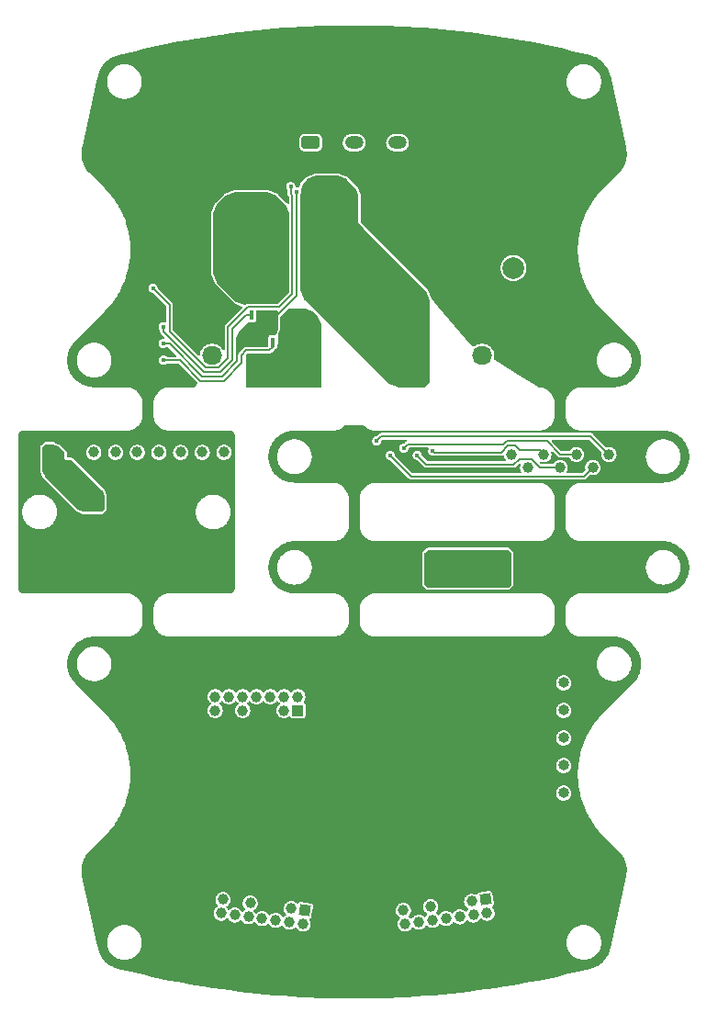
<source format=gbr>
%TF.GenerationSoftware,KiCad,Pcbnew,7.0.11*%
%TF.CreationDate,2025-06-25T00:44:36+09:00*%
%TF.ProjectId,1stLayer_Power,3173744c-6179-4657-925f-506f7765722e,rev?*%
%TF.SameCoordinates,Original*%
%TF.FileFunction,Copper,L2,Bot*%
%TF.FilePolarity,Positive*%
%FSLAX46Y46*%
G04 Gerber Fmt 4.6, Leading zero omitted, Abs format (unit mm)*
G04 Created by KiCad (PCBNEW 7.0.11) date 2025-06-25 00:44:36*
%MOMM*%
%LPD*%
G01*
G04 APERTURE LIST*
G04 Aperture macros list*
%AMRoundRect*
0 Rectangle with rounded corners*
0 $1 Rounding radius*
0 $2 $3 $4 $5 $6 $7 $8 $9 X,Y pos of 4 corners*
0 Add a 4 corners polygon primitive as box body*
4,1,4,$2,$3,$4,$5,$6,$7,$8,$9,$2,$3,0*
0 Add four circle primitives for the rounded corners*
1,1,$1+$1,$2,$3*
1,1,$1+$1,$4,$5*
1,1,$1+$1,$6,$7*
1,1,$1+$1,$8,$9*
0 Add four rect primitives between the rounded corners*
20,1,$1+$1,$2,$3,$4,$5,0*
20,1,$1+$1,$4,$5,$6,$7,0*
20,1,$1+$1,$6,$7,$8,$9,0*
20,1,$1+$1,$8,$9,$2,$3,0*%
%AMRotRect*
0 Rectangle, with rotation*
0 The origin of the aperture is its center*
0 $1 length*
0 $2 width*
0 $3 Rotation angle, in degrees counterclockwise*
0 Add horizontal line*
21,1,$1,$2,0,0,$3*%
G04 Aperture macros list end*
%TA.AperFunction,ComponentPad*%
%ADD10C,1.000000*%
%TD*%
%TA.AperFunction,ComponentPad*%
%ADD11O,1.850000X1.700000*%
%TD*%
%TA.AperFunction,ComponentPad*%
%ADD12RoundRect,0.250000X-0.675000X0.600000X-0.675000X-0.600000X0.675000X-0.600000X0.675000X0.600000X0*%
%TD*%
%TA.AperFunction,ComponentPad*%
%ADD13O,1.700000X1.850000*%
%TD*%
%TA.AperFunction,ComponentPad*%
%ADD14RoundRect,0.250000X0.600000X0.675000X-0.600000X0.675000X-0.600000X-0.675000X0.600000X-0.675000X0*%
%TD*%
%TA.AperFunction,ComponentPad*%
%ADD15RotRect,1.000000X1.000000X352.500000*%
%TD*%
%TA.AperFunction,ComponentPad*%
%ADD16R,3.800000X3.800000*%
%TD*%
%TA.AperFunction,ComponentPad*%
%ADD17C,3.800000*%
%TD*%
%TA.AperFunction,ComponentPad*%
%ADD18R,1.000000X1.000000*%
%TD*%
%TA.AperFunction,ComponentPad*%
%ADD19C,2.000000*%
%TD*%
%TA.AperFunction,ComponentPad*%
%ADD20O,1.000000X1.000000*%
%TD*%
%TA.AperFunction,ComponentPad*%
%ADD21C,2.780000*%
%TD*%
%TA.AperFunction,ComponentPad*%
%ADD22RotRect,1.000000X1.000000X7.500000*%
%TD*%
%TA.AperFunction,ComponentPad*%
%ADD23C,0.800000*%
%TD*%
%TA.AperFunction,ComponentPad*%
%ADD24C,6.400000*%
%TD*%
%TA.AperFunction,ComponentPad*%
%ADD25RoundRect,0.250000X-0.600000X-0.675000X0.600000X-0.675000X0.600000X0.675000X-0.600000X0.675000X0*%
%TD*%
%TA.AperFunction,ComponentPad*%
%ADD26RoundRect,0.300000X-0.550000X0.300000X-0.550000X-0.300000X0.550000X-0.300000X0.550000X0.300000X0*%
%TD*%
%TA.AperFunction,ComponentPad*%
%ADD27O,1.700000X1.200000*%
%TD*%
%TA.AperFunction,ComponentPad*%
%ADD28O,1.200000X2.800000*%
%TD*%
%TA.AperFunction,SMDPad,CuDef*%
%ADD29R,0.400000X0.900000*%
%TD*%
%TA.AperFunction,SMDPad,CuDef*%
%ADD30R,0.375000X0.900000*%
%TD*%
%TA.AperFunction,SMDPad,CuDef*%
%ADD31R,0.400000X0.700000*%
%TD*%
%TA.AperFunction,SMDPad,CuDef*%
%ADD32R,2.650000X2.200000*%
%TD*%
%TA.AperFunction,SMDPad,CuDef*%
%ADD33R,0.375000X0.700000*%
%TD*%
%TA.AperFunction,ViaPad*%
%ADD34C,0.450000*%
%TD*%
%TA.AperFunction,Conductor*%
%ADD35C,0.200000*%
%TD*%
G04 APERTURE END LIST*
D10*
%TO.P,H12,1,1*%
%TO.N,/Conn3/RS485_Panel0*%
X152270000Y-89610000D03*
%TD*%
%TO.P,H17,1,1*%
%TO.N,/Conn3/RS485_Panel5*%
X144770000Y-90810000D03*
%TD*%
D11*
%TO.P,J5,2,Pin_2*%
%TO.N,VDD*%
X140570000Y-80460000D03*
D12*
%TO.P,J5,1,Pin_1*%
%TO.N,GND*%
X140570000Y-77960000D03*
%TD*%
D13*
%TO.P,J8,2,Pin_2*%
%TO.N,Net-(J8-Pin_2)*%
X104520000Y-93760000D03*
D14*
%TO.P,J8,1,Pin_1*%
%TO.N,GND*%
X107020000Y-93760000D03*
%TD*%
D15*
%TO.P,J2,1,Pin_1*%
%TO.N,unconnected-(J1-Pin_1-Pad1)*%
X124228142Y-131635536D03*
D10*
%TO.P,J2,2,Pin_2*%
%TO.N,unconnected-(J1-Pin_2-Pad2)*%
X124062374Y-132894671D03*
%TO.P,J2,3,Pin_3*%
%TO.N,/1stLayer/3.3V_Drive*%
X122969007Y-131469768D03*
%TO.P,J2,4,Pin_4*%
%TO.N,SWDIO_Drive*%
X122803239Y-132728903D03*
%TO.P,J2,5,Pin_5*%
%TO.N,GND*%
X121709872Y-131303999D03*
%TO.P,J2,6,Pin_6*%
%TO.N,SWCLK_Drive*%
X121544104Y-132563134D03*
%TO.P,J2,7,Pin_7*%
%TO.N,GND*%
X120450737Y-131138231D03*
%TO.P,J2,8,Pin_8*%
%TO.N,SWO_Drive*%
X120284969Y-132397366D03*
%TO.P,J2,9,Pin_9*%
%TO.N,unconnected-(J1-Pin_9-Pad9)*%
X119191602Y-130972463D03*
%TO.P,J2,10,Pin_10*%
%TO.N,unconnected-(J1-Pin_10-Pad10)*%
X119025834Y-132231598D03*
%TO.P,J2,11,Pin_11*%
%TO.N,GND*%
X117932467Y-130806694D03*
%TO.P,J2,12,Pin_12*%
%TO.N,NRST_Drive*%
X117766699Y-132065829D03*
%TO.P,J2,13,Pin_13*%
%TO.N,unconnected-(J1-Pin_13-Pad13)*%
X116673332Y-130640926D03*
%TO.P,J2,14,Pin_14*%
%TO.N,unconnected-(J1-Pin_14-Pad14)*%
X116507564Y-131900061D03*
%TD*%
%TO.P,H20,1,1*%
%TO.N,Net-(J8-Pin_2)*%
X100770000Y-89410000D03*
%TD*%
%TO.P,H10,1,1*%
%TO.N,/Conn1/Panel_PWRCtrl*%
X116770000Y-89410000D03*
%TD*%
%TO.P,H6,1,1*%
%TO.N,/Conn1/RS485_Panel2*%
X108770000Y-89410000D03*
%TD*%
D12*
%TO.P,J6,1,Pin_1*%
%TO.N,GND*%
X115670000Y-77960000D03*
D11*
%TO.P,J6,2,Pin_2*%
%TO.N,VDD*%
X115670000Y-80460000D03*
%TD*%
D16*
%TO.P,J4,1,Pin_1*%
%TO.N,GND*%
X131270000Y-66310000D03*
D17*
%TO.P,J4,2,Pin_2*%
%TO.N,+BATT*%
X126270000Y-66310000D03*
%TD*%
D10*
%TO.P,H16,1,1*%
%TO.N,/Conn3/RS485_Panel4*%
X146270000Y-89610000D03*
%TD*%
%TO.P,H18,1,1*%
%TO.N,/Conn3/Panel_PWRCtrl*%
X143270000Y-89610000D03*
%TD*%
%TO.P,H4,1,1*%
%TO.N,/Conn1/RS485_Panel0*%
X104770000Y-89410000D03*
%TD*%
D18*
%TO.P,H3,1,1*%
%TO.N,GND*%
X102770000Y-89410000D03*
%TD*%
D10*
%TO.P,H22,1,1*%
%TO.N,Net-(J9-Pin_2)*%
X142270000Y-100010000D03*
%TD*%
%TO.P,H8,1,1*%
%TO.N,/Conn1/RS485_Panel4*%
X112770000Y-89410000D03*
%TD*%
D19*
%TO.P,TP2,1,1*%
%TO.N,GND*%
X137170000Y-73860000D03*
%TD*%
D10*
%TO.P,H7,1,1*%
%TO.N,/Conn1/RS485_Panel3*%
X110770000Y-89410000D03*
%TD*%
D18*
%TO.P,H19,1,1*%
%TO.N,GND*%
X98770000Y-89410000D03*
%TD*%
D10*
%TO.P,H14,1,1*%
%TO.N,/Conn3/RS485_Panel2*%
X149270000Y-89610000D03*
%TD*%
D18*
%TO.P,J11,1,Pin_1*%
%TO.N,GND*%
X148094920Y-109395000D03*
D20*
%TO.P,J11,2,Pin_2*%
%TO.N,/1stLayer/3.3V_Wireless*%
X148094920Y-110665000D03*
%TO.P,J11,3,Pin_3*%
%TO.N,GND*%
X148094920Y-111935000D03*
%TO.P,J11,4,Pin_4*%
%TO.N,SWDIO_Wireless*%
X148094920Y-113205000D03*
%TO.P,J11,5,Pin_5*%
%TO.N,GND*%
X148094920Y-114475000D03*
%TO.P,J11,6,Pin_6*%
%TO.N,SWCLK_Wireless*%
X148094920Y-115745000D03*
%TO.P,J11,7,Pin_7*%
%TO.N,GND*%
X148094920Y-117015000D03*
%TO.P,J11,8,Pin_8*%
%TO.N,SWO_Wireless*%
X148094920Y-118285000D03*
%TO.P,J11,9,Pin_9*%
%TO.N,GND*%
X148094920Y-119555000D03*
%TO.P,J11,10,Pin_10*%
%TO.N,NRST_Wireless*%
X148094920Y-120825000D03*
%TD*%
D10*
%TO.P,H15,1,1*%
%TO.N,/Conn3/RS485_Panel3*%
X147770000Y-90810000D03*
%TD*%
%TO.P,H9,1,1*%
%TO.N,/Conn1/RS485_Panel5*%
X114770000Y-89410000D03*
%TD*%
D18*
%TO.P,H21,1,1*%
%TO.N,GND*%
X144270000Y-100010000D03*
%TD*%
D10*
%TO.P,H13,1,1*%
%TO.N,/Conn3/RS485_Panel1*%
X150770000Y-90810000D03*
%TD*%
D21*
%TO.P,F2,1*%
%TO.N,+BATT*%
X133730000Y-81260000D03*
X133730000Y-77860000D03*
%TO.P,F2,2*%
%TO.N,Net-(Q4-D)*%
X123810000Y-81260000D03*
X123810000Y-77860000D03*
%TD*%
D22*
%TO.P,J3,1,Pin_1*%
%TO.N,unconnected-(J3-Pin_1-Pad1)*%
X140866669Y-130640927D03*
D10*
%TO.P,J3,2,Pin_2*%
%TO.N,unconnected-(J3-Pin_2-Pad2)*%
X141032437Y-131900062D03*
%TO.P,J3,3,Pin_3*%
%TO.N,/1stLayer/3.3V_Wireless*%
X139607534Y-130806695D03*
%TO.P,J3,4,Pin_4*%
%TO.N,SWDIO_Wireless*%
X139773302Y-132065830D03*
%TO.P,J3,5,Pin_5*%
%TO.N,GND*%
X138348399Y-130972464D03*
%TO.P,J3,6,Pin_6*%
%TO.N,SWCLK_Wireless*%
X138514167Y-132231599D03*
%TO.P,J3,7,Pin_7*%
%TO.N,GND*%
X137089264Y-131138232D03*
%TO.P,J3,8,Pin_8*%
%TO.N,SWO_Wireless*%
X137255032Y-132397367D03*
%TO.P,J3,9,Pin_9*%
%TO.N,unconnected-(J3-Pin_9-Pad9)*%
X135830129Y-131304000D03*
%TO.P,J3,10,Pin_10*%
%TO.N,unconnected-(J3-Pin_10-Pad10)*%
X135995897Y-132563135D03*
%TO.P,J3,11,Pin_11*%
%TO.N,GND*%
X134570994Y-131469769D03*
%TO.P,J3,12,Pin_12*%
%TO.N,NRST_Wireless*%
X134736762Y-132728904D03*
%TO.P,J3,13,Pin_13*%
%TO.N,unconnected-(J3-Pin_13-Pad13)*%
X133311859Y-131635537D03*
%TO.P,J3,14,Pin_14*%
%TO.N,unconnected-(J3-Pin_14-Pad14)*%
X133477627Y-132894672D03*
%TD*%
D19*
%TO.P,TP1,1,1*%
%TO.N,VDD*%
X143470000Y-72410000D03*
%TD*%
D10*
%TO.P,H5,1,1*%
%TO.N,/Conn1/RS485_Panel1*%
X106770000Y-89410000D03*
%TD*%
D23*
%TO.P,H2,1,1*%
%TO.N,VDD*%
X116822000Y-68910000D03*
X117524944Y-67212944D03*
X117524944Y-70607056D03*
X119222000Y-66510000D03*
D24*
X119222000Y-68910000D03*
D23*
X119222000Y-71310000D03*
X120919056Y-67212944D03*
X120919056Y-70607056D03*
X121622000Y-68910000D03*
%TD*%
D13*
%TO.P,J9,2,Pin_2*%
%TO.N,Net-(J9-Pin_2)*%
X136520000Y-100660000D03*
D25*
%TO.P,J9,1,Pin_1*%
%TO.N,GND*%
X134020000Y-100660000D03*
%TD*%
D23*
%TO.P,H1,1,1*%
%TO.N,GND*%
X135920000Y-68910000D03*
X136622944Y-67212944D03*
X136622944Y-70607056D03*
X138320000Y-66510000D03*
D24*
X138320000Y-68910000D03*
D23*
X138320000Y-71310000D03*
X140017056Y-67212944D03*
X140017056Y-70607056D03*
X140720000Y-68910000D03*
%TD*%
D18*
%TO.P,H11,1,1*%
%TO.N,GND*%
X153770000Y-90810000D03*
%TD*%
D26*
%TO.P,SW1,1,A*%
%TO.N,/Power/PowerSW*%
X124770000Y-60860000D03*
D27*
%TO.P,SW1,2,B*%
%TO.N,Net-(SW1-B)*%
X128770000Y-60860000D03*
%TO.P,SW1,3,C*%
%TO.N,unconnected-(SW1-C-Pad3)*%
X132770000Y-60860000D03*
%TO.P,SW1,4,C*%
%TO.N,GND*%
X124770000Y-58160000D03*
%TO.P,SW1,5,A*%
X128770000Y-58160000D03*
%TO.P,SW1,6,A*%
X132770000Y-58160000D03*
D28*
%TO.P,SW1,SH,A*%
X137020000Y-59510000D03*
X120520000Y-59510000D03*
%TD*%
D29*
%TO.P,Q4,1,S*%
%TO.N,/Power/S-S*%
X119321500Y-79260000D03*
%TO.P,Q4,2,S*%
X119971500Y-79260000D03*
D30*
%TO.P,Q4,3,S*%
X120609000Y-79260000D03*
D29*
%TO.P,Q4,4,G*%
%TO.N,Net-(Q4-G)*%
X121271500Y-79260000D03*
D31*
%TO.P,Q4,5,D*%
%TO.N,Net-(Q4-D)*%
X119321500Y-82860000D03*
X119971500Y-82860000D03*
D32*
X120296500Y-81410000D03*
D33*
X120609000Y-82860000D03*
D31*
X121271500Y-82860000D03*
%TD*%
D29*
%TO.P,Q6,1,S*%
%TO.N,/Power/S-S*%
X121295000Y-76770000D03*
%TO.P,Q6,2,S*%
X120645000Y-76770000D03*
D30*
%TO.P,Q6,3,S*%
X120007500Y-76770000D03*
D29*
%TO.P,Q6,4,G*%
%TO.N,Net-(Q6-G)*%
X119345000Y-76770000D03*
D31*
%TO.P,Q6,5,D*%
%TO.N,VDD*%
X121295000Y-73170000D03*
X120645000Y-73170000D03*
D32*
X120320000Y-74620000D03*
D33*
X120007500Y-73170000D03*
D31*
X119345000Y-73170000D03*
%TD*%
D18*
%TO.P,J1,1,Pin_1*%
%TO.N,unconnected-(J1-Pin_1-Pad1)*%
X123580000Y-113209999D03*
D10*
%TO.P,J1,2,Pin_2*%
%TO.N,unconnected-(J1-Pin_2-Pad2)*%
X123580000Y-111939999D03*
%TO.P,J1,3,Pin_3*%
%TO.N,/1stLayer/3.3V_Drive*%
X122310000Y-113209999D03*
%TO.P,J1,4,Pin_4*%
%TO.N,SWDIO_Drive*%
X122310000Y-111939999D03*
%TO.P,J1,5,Pin_5*%
%TO.N,GND*%
X121040000Y-113209999D03*
%TO.P,J1,6,Pin_6*%
%TO.N,SWCLK_Drive*%
X121040000Y-111939999D03*
%TO.P,J1,7,Pin_7*%
%TO.N,GND*%
X119770000Y-113209999D03*
%TO.P,J1,8,Pin_8*%
%TO.N,SWO_Drive*%
X119770000Y-111939999D03*
%TO.P,J1,9,Pin_9*%
%TO.N,unconnected-(J1-Pin_9-Pad9)*%
X118500000Y-113209999D03*
%TO.P,J1,10,Pin_10*%
%TO.N,unconnected-(J1-Pin_10-Pad10)*%
X118500000Y-111939999D03*
%TO.P,J1,11,Pin_11*%
%TO.N,GND*%
X117230000Y-113209999D03*
%TO.P,J1,12,Pin_12*%
%TO.N,NRST_Drive*%
X117230000Y-111939999D03*
%TO.P,J1,13,Pin_13*%
%TO.N,unconnected-(J1-Pin_13-Pad13)*%
X115960000Y-113209999D03*
%TO.P,J1,14,Pin_14*%
%TO.N,unconnected-(J1-Pin_14-Pad14)*%
X115960000Y-111939999D03*
%TD*%
D34*
%TO.N,GND*%
X112060000Y-112170000D03*
X111230000Y-114610000D03*
X111230000Y-119150000D03*
X111230000Y-124280000D03*
X111230000Y-129540000D03*
X115750000Y-136150000D03*
X121570000Y-136340000D03*
X136550000Y-128990000D03*
X133310000Y-125650000D03*
X133560000Y-120520000D03*
X132030000Y-110780000D03*
X133530000Y-116620000D03*
X130830000Y-113100000D03*
X130950000Y-117390000D03*
X130990000Y-121730000D03*
X130760000Y-125950000D03*
X128160000Y-131030000D03*
X128090000Y-125940000D03*
X128110000Y-121590000D03*
X128090000Y-117720000D03*
X127830000Y-113230000D03*
X124860000Y-110410000D03*
X121940000Y-110110000D03*
X118770000Y-109940000D03*
X115070000Y-109590000D03*
X120280000Y-111080000D03*
X126800000Y-114670000D03*
X126780000Y-119750000D03*
X126790000Y-130030000D03*
X126790000Y-116720000D03*
X126800000Y-124450000D03*
X126790000Y-127480000D03*
X126810000Y-122130000D03*
X125640000Y-113930000D03*
X125640000Y-119920000D03*
X125650000Y-131310000D03*
X125650000Y-116890000D03*
X125660000Y-125730000D03*
X125650000Y-128760000D03*
X125640000Y-122890000D03*
X124280000Y-114230000D03*
X124280000Y-120220000D03*
X124290000Y-130500000D03*
X124290000Y-117190000D03*
X124300000Y-124920000D03*
X124290000Y-127950000D03*
X124310000Y-122600000D03*
X122930000Y-114180000D03*
X122930000Y-120170000D03*
X122940000Y-130450000D03*
X122940000Y-117140000D03*
X122950000Y-124870000D03*
X122940000Y-127900000D03*
X122960000Y-122550000D03*
X114620000Y-113100000D03*
X114620000Y-118990000D03*
X114635000Y-130230000D03*
X114620000Y-115940000D03*
X114630000Y-124270000D03*
X114620000Y-127300000D03*
X114630000Y-121400000D03*
X113540000Y-124260000D03*
X113530000Y-127290000D03*
X113550000Y-121940000D03*
X113530000Y-116530000D03*
X113520000Y-119560000D03*
X113520000Y-113570000D03*
X112440000Y-114120000D03*
X112450000Y-117080000D03*
X112440000Y-120110000D03*
X112430000Y-123330000D03*
X112440000Y-126290000D03*
X112430000Y-129320000D03*
X113530000Y-129840000D03*
X121580000Y-128630000D03*
X119920000Y-128630000D03*
X121620000Y-126210000D03*
X119780000Y-126220000D03*
X121640000Y-123490000D03*
X119890000Y-123520000D03*
X121660000Y-120750000D03*
X119890000Y-120680000D03*
X121680000Y-117500000D03*
X119930000Y-117510000D03*
X121700000Y-114470000D03*
X119810000Y-114420000D03*
X117420000Y-119330000D03*
X118570000Y-118140000D03*
X115920000Y-118660000D03*
X115880000Y-122630000D03*
X115890000Y-125980000D03*
X115910000Y-129430000D03*
X118610000Y-128960000D03*
X117400000Y-127010000D03*
X118560000Y-125250000D03*
X118580000Y-121740000D03*
X117420000Y-123070000D03*
X118580000Y-114260000D03*
X117330000Y-116310000D03*
X115900000Y-114360000D03*
%TO.N,Net-(Q6-G)*%
X111170000Y-77835000D03*
%TO.N,VDD*%
X120520000Y-75160000D03*
X121040000Y-73720000D03*
X118520000Y-73160000D03*
X117936262Y-72693787D03*
X117520000Y-73160000D03*
X122520000Y-72160000D03*
X120830000Y-72480000D03*
X121040000Y-74640000D03*
X117970000Y-74710000D03*
X121520000Y-73160000D03*
X122030000Y-71670000D03*
X118970000Y-72710000D03*
X116170000Y-71310000D03*
X122520000Y-71160000D03*
X120046983Y-73700000D03*
X116520000Y-72160000D03*
X122070000Y-74710000D03*
X117270000Y-72410000D03*
X119520000Y-73160000D03*
X119520000Y-74160000D03*
X116320000Y-73020000D03*
X120040000Y-74660000D03*
X120520000Y-74160000D03*
X122520000Y-73160000D03*
X117520000Y-74160000D03*
X121520000Y-75160000D03*
X121520000Y-72160000D03*
X120520000Y-73160000D03*
X119520000Y-75160000D03*
X118520000Y-74160000D03*
X122520000Y-74160000D03*
X119060000Y-74670000D03*
X119030000Y-73680000D03*
X121520000Y-74160000D03*
X118520000Y-75160000D03*
X119970000Y-72710000D03*
X116870000Y-73710000D03*
%TO.N,GND*%
X155345000Y-91910000D03*
X117270000Y-101910000D03*
X105770000Y-99110000D03*
X140720000Y-119310000D03*
X109770000Y-87910000D03*
X121270000Y-89660000D03*
X118770000Y-108410000D03*
X128770000Y-102160000D03*
X123770000Y-108410000D03*
X108260000Y-76760000D03*
X149370000Y-88560000D03*
X108770000Y-128410000D03*
X117160000Y-56140000D03*
X138770000Y-113410000D03*
X130270000Y-129410000D03*
X101770000Y-101910000D03*
X139270000Y-91110000D03*
X117270000Y-96410000D03*
X113210000Y-71440000D03*
X113770000Y-137910000D03*
X151170000Y-106910000D03*
X119220000Y-62870000D03*
X111870000Y-131210000D03*
X123270000Y-97910000D03*
X154520000Y-97910000D03*
X106170000Y-136110000D03*
X141070000Y-134310000D03*
X131820000Y-90385000D03*
X109820000Y-55390000D03*
X143770000Y-113410000D03*
X141695000Y-89985000D03*
X148680000Y-78140000D03*
X123270000Y-102160000D03*
X128770000Y-91910000D03*
X152020000Y-97910000D03*
X151540000Y-82730000D03*
X148770000Y-108410000D03*
X151970000Y-133910000D03*
X113770000Y-101910000D03*
X110390000Y-80190000D03*
X105270000Y-91910000D03*
X125770000Y-89660000D03*
X140770000Y-126260000D03*
X133445000Y-91910000D03*
X151245000Y-87735000D03*
X105170000Y-106910000D03*
X105970000Y-95710000D03*
X123770000Y-139110000D03*
X103980000Y-62210000D03*
X111070000Y-98110000D03*
X155270000Y-89810000D03*
X98270000Y-99110000D03*
X134370000Y-133710000D03*
X159270000Y-99910000D03*
X112960000Y-61650000D03*
X149020000Y-132860000D03*
X104370000Y-127510000D03*
X111770000Y-95510000D03*
X111170000Y-76840000D03*
X135020000Y-102160000D03*
X142395000Y-128860000D03*
X123270000Y-91910000D03*
X130870000Y-91785000D03*
X147195000Y-89985000D03*
X150570000Y-91885000D03*
X112560000Y-56900000D03*
X129290000Y-59550000D03*
X112400000Y-77990000D03*
X148570000Y-136910000D03*
X155295000Y-87810000D03*
X128770000Y-108410000D03*
X112245000Y-81585000D03*
X149870000Y-90460000D03*
X157520000Y-102160000D03*
X144495000Y-127510000D03*
X150520000Y-99910000D03*
X151270000Y-89910000D03*
X107070000Y-97010000D03*
X108630000Y-80460000D03*
X109770000Y-89510000D03*
X110380000Y-78600000D03*
X107130000Y-75700000D03*
X125770000Y-102160000D03*
X111770000Y-108940000D03*
X130030000Y-61220000D03*
X103060000Y-81830000D03*
X143520000Y-102160000D03*
X140870000Y-135360000D03*
X107570000Y-123110000D03*
X141370000Y-106710000D03*
X106990000Y-65570000D03*
X141933167Y-132873167D03*
X111770000Y-89510000D03*
X148850000Y-53000000D03*
X133770000Y-139110000D03*
X104770000Y-111310000D03*
X131770000Y-106710000D03*
X132020000Y-97910000D03*
X110410000Y-81660000D03*
X159320000Y-89860000D03*
X125870000Y-63410000D03*
X149570000Y-116310000D03*
X116370000Y-106710000D03*
X117270000Y-90910000D03*
X147745000Y-102560000D03*
X133895000Y-89435000D03*
X130360000Y-68800000D03*
X138770000Y-123410000D03*
X113270000Y-96110000D03*
X103170000Y-96910000D03*
X108770000Y-118410000D03*
X122230000Y-65500000D03*
X151320000Y-53710000D03*
X146845000Y-87385000D03*
X138770000Y-108410000D03*
X150410000Y-65700000D03*
X115770000Y-89310000D03*
X144495000Y-131410000D03*
X126100000Y-50480000D03*
X108970000Y-94710000D03*
X105770000Y-101910000D03*
X108480000Y-61480000D03*
X125970000Y-106710000D03*
X136420000Y-118410000D03*
X112070000Y-91210000D03*
X157270000Y-97910000D03*
X121080000Y-64830000D03*
X131410000Y-60500000D03*
X128770000Y-106685000D03*
X136170000Y-106710000D03*
X117270000Y-99110000D03*
X113770000Y-133410000D03*
X149370000Y-121110000D03*
X116940000Y-61240000D03*
X111100000Y-74130000D03*
X148930000Y-69840000D03*
X144770000Y-123110000D03*
X109770000Y-83285000D03*
X157320000Y-87760000D03*
X99870000Y-92010000D03*
X118770000Y-138710000D03*
X151370000Y-113110000D03*
X146020000Y-102160000D03*
X145570000Y-62020000D03*
X128290000Y-63780000D03*
X109570000Y-133360000D03*
X135290000Y-64080000D03*
X106670000Y-90510000D03*
X105770000Y-97010000D03*
X135560000Y-114330000D03*
X138770000Y-118410000D03*
X141160000Y-71970000D03*
X147850000Y-83280000D03*
X142770000Y-133560000D03*
X110470000Y-96910000D03*
X147770000Y-106510000D03*
X108770000Y-113410000D03*
X128770000Y-99910000D03*
X105370000Y-133510000D03*
X107880000Y-57250000D03*
X140220000Y-129760000D03*
X145620000Y-119510000D03*
X112040000Y-83140000D03*
X138340000Y-50980000D03*
X132020000Y-102160000D03*
X105770000Y-89510000D03*
X141220000Y-129610000D03*
X139020000Y-97910000D03*
X132845000Y-89560000D03*
X153570000Y-87860000D03*
X140770000Y-122860000D03*
X136870000Y-89985000D03*
X149270000Y-102160000D03*
X153570000Y-110910000D03*
X108970000Y-92110000D03*
X123270000Y-87910000D03*
X144170000Y-137910000D03*
X110670000Y-90610000D03*
X151370000Y-135910000D03*
X153260000Y-62180000D03*
X112400000Y-75420000D03*
X145770000Y-124260000D03*
X149270000Y-97910000D03*
X138470000Y-76640000D03*
X146870000Y-92285000D03*
X105200000Y-56940000D03*
X110270000Y-95210000D03*
X121270000Y-100010000D03*
X115070000Y-92010000D03*
X152470000Y-91960000D03*
X133770000Y-108410000D03*
X141120000Y-64480000D03*
X107770000Y-89510000D03*
X139270000Y-89985000D03*
X117270000Y-93410000D03*
X129530000Y-55020000D03*
X131970000Y-134510000D03*
X128770000Y-97910000D03*
X98270000Y-87910000D03*
X144150000Y-51820000D03*
X108780000Y-52960000D03*
X113670000Y-91410000D03*
X132520000Y-70850000D03*
X110170000Y-72890000D03*
X150395000Y-88635000D03*
X112880000Y-66740000D03*
X104870000Y-83010000D03*
X135410000Y-55070000D03*
X110200000Y-76890000D03*
X113770000Y-87910000D03*
X128770000Y-139310000D03*
X101470000Y-93710000D03*
X107310000Y-78610000D03*
X108370000Y-97010000D03*
X148670000Y-87335000D03*
X134140000Y-60430000D03*
X150480000Y-75810000D03*
X108770000Y-108410000D03*
X109770000Y-101910000D03*
X107660000Y-83130000D03*
X102770000Y-108710000D03*
X142520000Y-120360000D03*
X145320000Y-114660000D03*
X147695000Y-97710000D03*
X135270000Y-89410000D03*
X125770000Y-99910000D03*
X104270000Y-90910000D03*
X131270000Y-89410000D03*
X125770000Y-91910000D03*
X139920000Y-133060000D03*
X143570000Y-121710000D03*
X108540000Y-70160000D03*
X145870000Y-133860000D03*
X117270000Y-87910000D03*
X138770000Y-128410000D03*
X147770000Y-99910000D03*
X145770000Y-67670000D03*
X110370000Y-92910000D03*
X143670000Y-91110000D03*
X123990000Y-62460000D03*
X113770000Y-89510000D03*
X147280000Y-56870000D03*
X113770000Y-99110000D03*
X148645000Y-92285000D03*
X110520000Y-75530000D03*
X142770000Y-97910000D03*
X143445000Y-126510000D03*
X125540000Y-59660000D03*
X145960000Y-82970000D03*
X146090000Y-78100000D03*
X153270000Y-99910000D03*
X135210000Y-73430000D03*
X146020000Y-97910000D03*
X150870000Y-79980000D03*
X106160000Y-53670000D03*
X128770000Y-136510000D03*
X109370000Y-74810000D03*
X114370000Y-51780000D03*
X125770000Y-134410000D03*
X120860000Y-133470000D03*
X152270000Y-56450000D03*
X128770000Y-87910000D03*
X121570000Y-106710000D03*
X143770000Y-108410000D03*
X143120000Y-116910000D03*
X135770000Y-123910000D03*
X157345000Y-91810000D03*
X138270000Y-135160000D03*
X137170000Y-136310000D03*
X109270000Y-136910000D03*
X141380000Y-61890000D03*
X127520000Y-59880000D03*
X132520000Y-130910000D03*
X111770000Y-93410000D03*
X132020000Y-99910000D03*
X145890000Y-73090000D03*
X153980000Y-79310000D03*
X128510000Y-61960000D03*
X133770000Y-128410000D03*
X154510000Y-81850000D03*
X123250000Y-60140000D03*
X98270000Y-101910000D03*
X103470000Y-79270000D03*
X148790000Y-62030000D03*
X141400000Y-55870000D03*
X120030000Y-50940000D03*
X118270000Y-134410000D03*
X141220000Y-74720000D03*
X152020000Y-102160000D03*
X147645000Y-88560000D03*
X113770000Y-79420000D03*
X135520000Y-97910000D03*
X148820000Y-91010000D03*
X101770000Y-99110000D03*
X123470000Y-55130000D03*
X145320000Y-117160000D03*
X138520000Y-133260000D03*
X134570000Y-91010000D03*
X98270000Y-96410000D03*
X107470000Y-91810000D03*
X149020000Y-128260000D03*
X126220000Y-61370000D03*
X155270000Y-99910000D03*
X143445000Y-130510000D03*
X98270000Y-90910000D03*
X103170000Y-95210000D03*
X109770000Y-99210000D03*
X136620000Y-133360000D03*
X98270000Y-93410000D03*
X142395000Y-125160000D03*
X101770000Y-87910000D03*
X150570000Y-123910000D03*
X132490000Y-50500000D03*
X113170000Y-94010000D03*
X153170000Y-127110000D03*
X101370000Y-96410000D03*
X106560000Y-80220000D03*
X135370000Y-111360000D03*
X154520000Y-102160000D03*
X154170000Y-107510000D03*
X111970000Y-80370000D03*
X105770000Y-87910000D03*
X125770000Y-97910000D03*
X113645000Y-83060000D03*
X143420000Y-134410000D03*
X130020000Y-87585000D03*
X145870000Y-128460000D03*
X116180000Y-74620000D03*
X109770000Y-106710000D03*
X141670000Y-91110000D03*
X138770000Y-138710000D03*
X125770000Y-87910000D03*
X128770000Y-133410000D03*
X128770000Y-89660000D03*
X146770000Y-120860000D03*
X152195000Y-88610000D03*
X136870000Y-91110000D03*
%TO.N,Net-(Q4-G)*%
X111195000Y-80910000D03*
%TO.N,/Power/S-S*%
X119321500Y-79260000D03*
X120609000Y-79260000D03*
X120660000Y-78350000D03*
X119990000Y-78360000D03*
X119971500Y-79260000D03*
X120010000Y-77560000D03*
X111170000Y-79385000D03*
X119370000Y-77710000D03*
X121300000Y-77500000D03*
X121270000Y-78310000D03*
X120645000Y-76770000D03*
X120670000Y-77510000D03*
X123445000Y-65375244D03*
X121295000Y-76770000D03*
X120007500Y-76770000D03*
X119370000Y-78510000D03*
%TO.N,/Power/PowerSW*%
X122920000Y-64910000D03*
X110220000Y-74272500D03*
%TO.N,/Conn3/RS485_Panel0*%
X130845000Y-88360000D03*
%TO.N,/Conn3/RS485_Panel1*%
X132095000Y-89685000D03*
%TO.N,/Conn3/RS485_Panel2*%
X133345000Y-89035000D03*
%TO.N,/Conn3/RS485_Panel3*%
X134595000Y-89685000D03*
%TO.N,/Conn3/RS485_Panel4*%
X136020000Y-89310000D03*
%TD*%
D35*
%TO.N,Net-(Q6-G)*%
X116405686Y-82020000D02*
X117560000Y-80865686D01*
X114944314Y-82020000D02*
X116405686Y-82020000D01*
X111170000Y-77835000D02*
X111170000Y-78245686D01*
X118795686Y-76770000D02*
X119345000Y-76770000D01*
X111170000Y-78245686D02*
X114944314Y-82020000D01*
X117560000Y-80865686D02*
X117560000Y-78005686D01*
X117560000Y-78005686D02*
X118795686Y-76770000D01*
%TO.N,Net-(Q4-G)*%
X112702942Y-80910000D02*
X114612942Y-82820000D01*
X118360000Y-81197058D02*
X118360000Y-80480000D01*
X116737057Y-82820000D02*
X118360000Y-81197058D01*
X114612942Y-82820000D02*
X116737057Y-82820000D01*
X118360000Y-80480000D02*
X118830000Y-80010000D01*
X120940000Y-80010000D02*
X121271500Y-79678500D01*
X118830000Y-80010000D02*
X120940000Y-80010000D01*
X121271500Y-79678500D02*
X121271500Y-79260000D01*
X111195000Y-80910000D02*
X112702942Y-80910000D01*
%TO.N,/Power/S-S*%
X123470000Y-74975686D02*
X123470000Y-65400244D01*
X114778628Y-82420000D02*
X111743628Y-79385000D01*
X123470000Y-65400244D02*
X123445000Y-65375244D01*
X117960000Y-81031372D02*
X116571371Y-82420000D01*
X119321500Y-79260000D02*
X119014315Y-79260000D01*
X121675686Y-76770000D02*
X123470000Y-74975686D01*
X121295000Y-76770000D02*
X121675686Y-76770000D01*
X119971500Y-79260000D02*
X119321500Y-79260000D01*
X117960000Y-80314315D02*
X117960000Y-81031372D01*
X116571371Y-82420000D02*
X114778628Y-82420000D01*
X111743628Y-79385000D02*
X111170000Y-79385000D01*
X119014315Y-79260000D02*
X117960000Y-80314315D01*
%TO.N,/Power/PowerSW*%
X115110000Y-81620000D02*
X111740000Y-78250000D01*
X111740000Y-78250000D02*
X111740000Y-75792500D01*
X118980000Y-76020000D02*
X117140000Y-77860000D01*
X111740000Y-75792500D02*
X110220000Y-74272500D01*
X116240000Y-81620000D02*
X115110000Y-81620000D01*
X122920000Y-64910000D02*
X122920000Y-65592707D01*
X117140000Y-77860000D02*
X117140000Y-80720000D01*
X117140000Y-80720000D02*
X116240000Y-81620000D01*
X121860000Y-76020000D02*
X118980000Y-76020000D01*
X123070000Y-65742707D02*
X123070000Y-74810000D01*
X122920000Y-65592707D02*
X123070000Y-65742707D01*
X123070000Y-74810000D02*
X121860000Y-76020000D01*
%TO.N,/Conn3/RS485_Panel0*%
X131270000Y-87935000D02*
X130845000Y-88360000D01*
X150595000Y-87935000D02*
X131270000Y-87935000D01*
X152270000Y-89610000D02*
X150595000Y-87935000D01*
%TO.N,/Conn3/RS485_Panel1*%
X134060000Y-91650000D02*
X149930000Y-91650000D01*
X149930000Y-91650000D02*
X150770000Y-90810000D01*
X132095000Y-89685000D02*
X134060000Y-91650000D01*
%TO.N,/Conn3/RS485_Panel2*%
X133695000Y-88685000D02*
X142497944Y-88685000D01*
X142497944Y-88685000D02*
X142822944Y-88360000D01*
X142822944Y-88360000D02*
X146545000Y-88360000D01*
X147795000Y-89610000D02*
X149270000Y-89610000D01*
X133345000Y-89035000D02*
X133695000Y-88685000D01*
X146545000Y-88360000D02*
X147795000Y-89610000D01*
%TO.N,/Conn3/RS485_Panel3*%
X143481371Y-90530000D02*
X144001371Y-90010000D01*
X144001371Y-90010000D02*
X145101371Y-90010000D01*
X145101371Y-90010000D02*
X145901371Y-90810000D01*
X134595000Y-89685000D02*
X135440000Y-90530000D01*
X135440000Y-90530000D02*
X143481371Y-90530000D01*
X145901371Y-90810000D02*
X147770000Y-90810000D01*
%TO.N,/Conn3/RS485_Panel4*%
X144001371Y-89210000D02*
X145870000Y-89210000D01*
X143601371Y-88810000D02*
X144001371Y-89210000D01*
X142308629Y-89440000D02*
X142938629Y-88810000D01*
X136020000Y-89310000D02*
X136150000Y-89440000D01*
X136150000Y-89440000D02*
X142308629Y-89440000D01*
X142938629Y-88810000D02*
X143601371Y-88810000D01*
X145870000Y-89210000D02*
X146270000Y-89610000D01*
%TD*%
%TA.AperFunction,Conductor*%
%TO.N,GND*%
G36*
X129585644Y-50053557D02*
G01*
X129586550Y-50053565D01*
X130401603Y-50064968D01*
X130402434Y-50064984D01*
X131217572Y-50083993D01*
X131218218Y-50084011D01*
X132033084Y-50110621D01*
X132033858Y-50110649D01*
X132848504Y-50144859D01*
X132849206Y-50144891D01*
X133663470Y-50186697D01*
X133664294Y-50186744D01*
X134478069Y-50236137D01*
X134478725Y-50236179D01*
X135292207Y-50293175D01*
X135292778Y-50293218D01*
X136068681Y-50354857D01*
X136105481Y-50357781D01*
X136106401Y-50357858D01*
X136151767Y-50361888D01*
X136918509Y-50430000D01*
X136919192Y-50430064D01*
X137730752Y-50509795D01*
X137731299Y-50509852D01*
X138542093Y-50597148D01*
X138542638Y-50597209D01*
X139352596Y-50692066D01*
X139353268Y-50692148D01*
X140162223Y-50794544D01*
X140162770Y-50794615D01*
X140970852Y-50904567D01*
X140971406Y-50904645D01*
X141778276Y-51022107D01*
X141779024Y-51022219D01*
X142584812Y-51147209D01*
X142585397Y-51147303D01*
X143389886Y-51279784D01*
X143390696Y-51279921D01*
X144193933Y-51419905D01*
X144194618Y-51420028D01*
X144996435Y-51567482D01*
X144997260Y-51567637D01*
X145797661Y-51722562D01*
X145798503Y-51722729D01*
X146473837Y-51859992D01*
X146597305Y-51885087D01*
X146598194Y-51885271D01*
X147395582Y-52055102D01*
X147396211Y-52055238D01*
X148192079Y-52232519D01*
X148192892Y-52232704D01*
X148987091Y-52417405D01*
X148987661Y-52417541D01*
X149780031Y-52609623D01*
X149780684Y-52609783D01*
X150570170Y-52808980D01*
X150573155Y-52809785D01*
X150701371Y-52846562D01*
X150706523Y-52848195D01*
X150831384Y-52891579D01*
X150836460Y-52893501D01*
X150922107Y-52928652D01*
X150958719Y-52943679D01*
X150963702Y-52945886D01*
X151002897Y-52964555D01*
X151083024Y-53002720D01*
X151087858Y-53005188D01*
X151087943Y-53005234D01*
X151203873Y-53068503D01*
X151208583Y-53071244D01*
X151320942Y-53140852D01*
X151325472Y-53143834D01*
X151433829Y-53219518D01*
X151438209Y-53222760D01*
X151542211Y-53304271D01*
X151546407Y-53307750D01*
X151645783Y-53394876D01*
X151649759Y-53398560D01*
X151744211Y-53491043D01*
X151747998Y-53494962D01*
X151837183Y-53592465D01*
X151840746Y-53596583D01*
X151861934Y-53622475D01*
X151924441Y-53698861D01*
X151927772Y-53703167D01*
X152005722Y-53809909D01*
X152008803Y-53814382D01*
X152080750Y-53925236D01*
X152083590Y-53929887D01*
X152149328Y-54044532D01*
X152151908Y-54049333D01*
X152211237Y-54167420D01*
X152213544Y-54172346D01*
X152225854Y-54200627D01*
X152266293Y-54293538D01*
X152268329Y-54298593D01*
X152314315Y-54422467D01*
X152316071Y-54427628D01*
X152355180Y-54553882D01*
X152356648Y-54559129D01*
X152388673Y-54687031D01*
X152389299Y-54689686D01*
X153851871Y-61298646D01*
X153851871Y-61298650D01*
X153851872Y-61298650D01*
X153858136Y-61326960D01*
X153858666Y-61329516D01*
X153883014Y-61455180D01*
X153883873Y-61460335D01*
X153901382Y-61585862D01*
X153901967Y-61591056D01*
X153912826Y-61717323D01*
X153913136Y-61722540D01*
X153917317Y-61849189D01*
X153917352Y-61854415D01*
X153914842Y-61981141D01*
X153914600Y-61986362D01*
X153905409Y-62112736D01*
X153904893Y-62117937D01*
X153889040Y-62243698D01*
X153888249Y-62248865D01*
X153865789Y-62373566D01*
X153864728Y-62378681D01*
X153835713Y-62502058D01*
X153834382Y-62507114D01*
X153798898Y-62628773D01*
X153797303Y-62633749D01*
X153755447Y-62753373D01*
X153753591Y-62758259D01*
X153705483Y-62875501D01*
X153703372Y-62880282D01*
X153649146Y-62994817D01*
X153646786Y-62999480D01*
X153586586Y-63111003D01*
X153583983Y-63115535D01*
X153517986Y-63223720D01*
X153515148Y-63228107D01*
X153443519Y-63332681D01*
X153440452Y-63336914D01*
X153363432Y-63437524D01*
X153360147Y-63441589D01*
X153277901Y-63538023D01*
X153274405Y-63541909D01*
X153187724Y-63633297D01*
X153185899Y-63635172D01*
X153174814Y-63646257D01*
X151779614Y-65041456D01*
X151779606Y-65041461D01*
X151663477Y-65157590D01*
X151494667Y-65337132D01*
X151331492Y-65521759D01*
X151174049Y-65711359D01*
X151022523Y-65905716D01*
X150992761Y-65946416D01*
X150877065Y-66104632D01*
X150744237Y-66298536D01*
X150737789Y-66307949D01*
X150604844Y-66515452D01*
X150478375Y-66726916D01*
X150358435Y-66942247D01*
X150245220Y-67161104D01*
X150138791Y-67383355D01*
X150039237Y-67608823D01*
X149946699Y-67837186D01*
X149861219Y-68068344D01*
X149782900Y-68302013D01*
X149711827Y-68537945D01*
X149648035Y-68776019D01*
X149591625Y-69015860D01*
X149542611Y-69257407D01*
X149501066Y-69500301D01*
X149467017Y-69744399D01*
X149440508Y-69989356D01*
X149421547Y-70235109D01*
X149410167Y-70481252D01*
X149406372Y-70727661D01*
X149410167Y-70974070D01*
X149421547Y-71220213D01*
X149421549Y-71220238D01*
X149437054Y-71421206D01*
X149440508Y-71465966D01*
X149464560Y-71688218D01*
X149467020Y-71710946D01*
X149498841Y-71939061D01*
X149501069Y-71955031D01*
X149542610Y-72197910D01*
X149591626Y-72439461D01*
X149648036Y-72679303D01*
X149666988Y-72750034D01*
X149711823Y-72917361D01*
X149711828Y-72917377D01*
X149782901Y-73153309D01*
X149820065Y-73264192D01*
X149861221Y-73386982D01*
X149946694Y-73618119D01*
X150039245Y-73846514D01*
X150108493Y-74003345D01*
X150138792Y-74071967D01*
X150245221Y-74294218D01*
X150358449Y-74513099D01*
X150478362Y-74728382D01*
X150604846Y-74939870D01*
X150719739Y-75119198D01*
X150737797Y-75147383D01*
X150877066Y-75350690D01*
X150895328Y-75375663D01*
X151022528Y-75549611D01*
X151089153Y-75635067D01*
X151174049Y-75743959D01*
X151331494Y-75933564D01*
X151494684Y-76118206D01*
X151663478Y-76297733D01*
X151739488Y-76373741D01*
X151739489Y-76373742D01*
X154486920Y-79121172D01*
X154486921Y-79121174D01*
X154507369Y-79141623D01*
X154509248Y-79143554D01*
X154600618Y-79240072D01*
X154604229Y-79244103D01*
X154689284Y-79344431D01*
X154692675Y-79348661D01*
X154764211Y-79443075D01*
X154772096Y-79453481D01*
X154775250Y-79457889D01*
X154836983Y-79549373D01*
X154848817Y-79566909D01*
X154851722Y-79571480D01*
X154867972Y-79598661D01*
X154919208Y-79684365D01*
X154921863Y-79689096D01*
X154983069Y-79805518D01*
X154985460Y-79810385D01*
X155040190Y-79929963D01*
X155042312Y-79934956D01*
X155090411Y-80057357D01*
X155092255Y-80062456D01*
X155133588Y-80187331D01*
X155135151Y-80192526D01*
X155169573Y-80319445D01*
X155170849Y-80324717D01*
X155198272Y-80453350D01*
X155199257Y-80458684D01*
X155219591Y-80588607D01*
X155220283Y-80593987D01*
X155233473Y-80724850D01*
X155233869Y-80730259D01*
X155239873Y-80861641D01*
X155239972Y-80867065D01*
X155238770Y-80998575D01*
X155238572Y-81003994D01*
X155230170Y-81135250D01*
X155229675Y-81140651D01*
X155214099Y-81271238D01*
X155213309Y-81276606D01*
X155190603Y-81406143D01*
X155189521Y-81411457D01*
X155159753Y-81539566D01*
X155158381Y-81544814D01*
X155121644Y-81671090D01*
X155119987Y-81676255D01*
X155076381Y-81800354D01*
X155074443Y-81805419D01*
X155024122Y-81926907D01*
X155021910Y-81931860D01*
X154965000Y-82050431D01*
X154962520Y-82055255D01*
X154899199Y-82170535D01*
X154896458Y-82175215D01*
X154826929Y-82286838D01*
X154823937Y-82291362D01*
X154748382Y-82399034D01*
X154745145Y-82403387D01*
X154663829Y-82506730D01*
X154660360Y-82510899D01*
X154573489Y-82609653D01*
X154569796Y-82613626D01*
X154477655Y-82707467D01*
X154473751Y-82711231D01*
X154376587Y-82799904D01*
X154372519Y-82803417D01*
X154270645Y-82886635D01*
X154266352Y-82889949D01*
X154160096Y-82967446D01*
X154155629Y-82970521D01*
X154130923Y-82986544D01*
X154045277Y-83042089D01*
X154040656Y-83044910D01*
X153926542Y-83110332D01*
X153921779Y-83112891D01*
X153822013Y-83163039D01*
X153804281Y-83171952D01*
X153799370Y-83174254D01*
X153678793Y-83226799D01*
X153673764Y-83228828D01*
X153550496Y-83274689D01*
X153545362Y-83276441D01*
X153419764Y-83315483D01*
X153414567Y-83316943D01*
X153301420Y-83345424D01*
X153287026Y-83349047D01*
X153281733Y-83350226D01*
X153152603Y-83375301D01*
X153147278Y-83376184D01*
X153016978Y-83394147D01*
X153011600Y-83394739D01*
X152880510Y-83405539D01*
X152875094Y-83405836D01*
X152751409Y-83409226D01*
X152742776Y-83409463D01*
X152740066Y-83409500D01*
X149718721Y-83409500D01*
X149616472Y-83416494D01*
X149514911Y-83430454D01*
X149514902Y-83430455D01*
X149514901Y-83430456D01*
X149497697Y-83434030D01*
X149414531Y-83451312D01*
X149315815Y-83478970D01*
X149219224Y-83513299D01*
X149219222Y-83513300D01*
X149219214Y-83513303D01*
X149125184Y-83554146D01*
X149034166Y-83601308D01*
X149034161Y-83601310D01*
X149034161Y-83601311D01*
X148946568Y-83654577D01*
X148946567Y-83654578D01*
X148946557Y-83654584D01*
X148862818Y-83713694D01*
X148783300Y-83778386D01*
X148783278Y-83778404D01*
X148708389Y-83848347D01*
X148708347Y-83848389D01*
X148638404Y-83923278D01*
X148638386Y-83923300D01*
X148573694Y-84002818D01*
X148514584Y-84086557D01*
X148514581Y-84086562D01*
X148514577Y-84086568D01*
X148461312Y-84174160D01*
X148461308Y-84174166D01*
X148450481Y-84195062D01*
X148414146Y-84265184D01*
X148384667Y-84333053D01*
X148373299Y-84359224D01*
X148338970Y-84455815D01*
X148311312Y-84554531D01*
X148290454Y-84654911D01*
X148276494Y-84756472D01*
X148269500Y-84858721D01*
X148269500Y-85961278D01*
X148276494Y-86063527D01*
X148290454Y-86165088D01*
X148290456Y-86165099D01*
X148296409Y-86193748D01*
X148311312Y-86265468D01*
X148338970Y-86364184D01*
X148362524Y-86430457D01*
X148373303Y-86460786D01*
X148414146Y-86554816D01*
X148461311Y-86645839D01*
X148514577Y-86733432D01*
X148514582Y-86733439D01*
X148514584Y-86733442D01*
X148570450Y-86812586D01*
X148573697Y-86817185D01*
X148573701Y-86817190D01*
X148638386Y-86896699D01*
X148638404Y-86896721D01*
X148708347Y-86971610D01*
X148708368Y-86971632D01*
X148708383Y-86971646D01*
X148708389Y-86971652D01*
X148783278Y-87041595D01*
X148783287Y-87041603D01*
X148783291Y-87041606D01*
X148862815Y-87106303D01*
X148946568Y-87165423D01*
X149034161Y-87218689D01*
X149125184Y-87265854D01*
X149219214Y-87306697D01*
X149315812Y-87341028D01*
X149315815Y-87341029D01*
X149315819Y-87341030D01*
X149414528Y-87368687D01*
X149514901Y-87389544D01*
X149616463Y-87403504D01*
X149616466Y-87403504D01*
X149616472Y-87403505D01*
X149718721Y-87410499D01*
X149718737Y-87410499D01*
X149718741Y-87410500D01*
X149754263Y-87410500D01*
X157239726Y-87410500D01*
X157268574Y-87410500D01*
X157271401Y-87410540D01*
X157404172Y-87414332D01*
X157409795Y-87414654D01*
X157540734Y-87425901D01*
X157546309Y-87426541D01*
X157676387Y-87445244D01*
X157681913Y-87446200D01*
X157810707Y-87472297D01*
X157816195Y-87473572D01*
X157943283Y-87506978D01*
X157948706Y-87508570D01*
X158073670Y-87549174D01*
X158078978Y-87551067D01*
X158201419Y-87598738D01*
X158206625Y-87600938D01*
X158326164Y-87655529D01*
X158331195Y-87658003D01*
X158405202Y-87697053D01*
X158447410Y-87719324D01*
X158452333Y-87722104D01*
X158482095Y-87740051D01*
X158556220Y-87784750D01*
X158564844Y-87789950D01*
X158569594Y-87793002D01*
X158678076Y-87867181D01*
X158682612Y-87870476D01*
X158786688Y-87950732D01*
X158791050Y-87954299D01*
X158890339Y-88040333D01*
X158894505Y-88044156D01*
X158988737Y-88135735D01*
X158992661Y-88139773D01*
X159081505Y-88236574D01*
X159085206Y-88240846D01*
X159168372Y-88342552D01*
X159171826Y-88347031D01*
X159249059Y-88453334D01*
X159252250Y-88458000D01*
X159323279Y-88568523D01*
X159326199Y-88573365D01*
X159357704Y-88629153D01*
X159385534Y-88678434D01*
X159390804Y-88687765D01*
X159393443Y-88692766D01*
X159451419Y-88810684D01*
X159453767Y-88815827D01*
X159459547Y-88829504D01*
X159504886Y-88936789D01*
X159504903Y-88936828D01*
X159506954Y-88942095D01*
X159548360Y-89058145D01*
X159551110Y-89065851D01*
X159552857Y-89071229D01*
X159589874Y-89197299D01*
X159591311Y-89202767D01*
X159621066Y-89330723D01*
X159622189Y-89336264D01*
X159644593Y-89465724D01*
X159645398Y-89471321D01*
X159660375Y-89601850D01*
X159660859Y-89607483D01*
X159665292Y-89685003D01*
X159668026Y-89732831D01*
X159668360Y-89738663D01*
X159668521Y-89744315D01*
X159668521Y-89875684D01*
X159668360Y-89881336D01*
X159660859Y-90012516D01*
X159660375Y-90018149D01*
X159645398Y-90148678D01*
X159644593Y-90154275D01*
X159622189Y-90283735D01*
X159621066Y-90289276D01*
X159591311Y-90417232D01*
X159589874Y-90422700D01*
X159552857Y-90548770D01*
X159551110Y-90554148D01*
X159506955Y-90677902D01*
X159504903Y-90683171D01*
X159453767Y-90804172D01*
X159451419Y-90809315D01*
X159393443Y-90927233D01*
X159390804Y-90932234D01*
X159326199Y-91046634D01*
X159323279Y-91051476D01*
X159252250Y-91161999D01*
X159249059Y-91166665D01*
X159171826Y-91272968D01*
X159168372Y-91277447D01*
X159085206Y-91379153D01*
X159081505Y-91383425D01*
X158992678Y-91480209D01*
X158988737Y-91484264D01*
X158894505Y-91575843D01*
X158890339Y-91579666D01*
X158791050Y-91665700D01*
X158786674Y-91669279D01*
X158758619Y-91690913D01*
X158702422Y-91734248D01*
X158682640Y-91749502D01*
X158678065Y-91752826D01*
X158569601Y-91826992D01*
X158564844Y-91830049D01*
X158452333Y-91897895D01*
X158447410Y-91900675D01*
X158331216Y-91961985D01*
X158326142Y-91964480D01*
X158206627Y-92019060D01*
X158201419Y-92021261D01*
X158078987Y-92068928D01*
X158073662Y-92070828D01*
X157948708Y-92111428D01*
X157943283Y-92113021D01*
X157816205Y-92146424D01*
X157810698Y-92147704D01*
X157681936Y-92173795D01*
X157676364Y-92174759D01*
X157546330Y-92193455D01*
X157540713Y-92194100D01*
X157409806Y-92205344D01*
X157404161Y-92205667D01*
X157271401Y-92209460D01*
X157268574Y-92209500D01*
X149718721Y-92209500D01*
X149616472Y-92216494D01*
X149514911Y-92230454D01*
X149414531Y-92251312D01*
X149315815Y-92278970D01*
X149219224Y-92313299D01*
X149219218Y-92313301D01*
X149219214Y-92313303D01*
X149125184Y-92354146D01*
X149034166Y-92401308D01*
X149034161Y-92401310D01*
X149034161Y-92401311D01*
X148946568Y-92454577D01*
X148946564Y-92454579D01*
X148946557Y-92454584D01*
X148862818Y-92513694D01*
X148783300Y-92578386D01*
X148783278Y-92578404D01*
X148708389Y-92648347D01*
X148708347Y-92648389D01*
X148638404Y-92723278D01*
X148638386Y-92723300D01*
X148573694Y-92802818D01*
X148514584Y-92886557D01*
X148514579Y-92886564D01*
X148514577Y-92886568D01*
X148484012Y-92936830D01*
X148461308Y-92974166D01*
X148422040Y-93049950D01*
X148414146Y-93065184D01*
X148400952Y-93095561D01*
X148373299Y-93159224D01*
X148338970Y-93255815D01*
X148311312Y-93354531D01*
X148290454Y-93454911D01*
X148276494Y-93556472D01*
X148269500Y-93658721D01*
X148269500Y-96161278D01*
X148276494Y-96263527D01*
X148290454Y-96365088D01*
X148311312Y-96465468D01*
X148338970Y-96564184D01*
X148355076Y-96609500D01*
X148373303Y-96660786D01*
X148414146Y-96754816D01*
X148461311Y-96845839D01*
X148514577Y-96933432D01*
X148514583Y-96933441D01*
X148514584Y-96933442D01*
X148573694Y-97017181D01*
X148638386Y-97096699D01*
X148638404Y-97096721D01*
X148708347Y-97171610D01*
X148708368Y-97171632D01*
X148708383Y-97171646D01*
X148708389Y-97171652D01*
X148783278Y-97241595D01*
X148783287Y-97241603D01*
X148783291Y-97241606D01*
X148862815Y-97306303D01*
X148946568Y-97365423D01*
X149034161Y-97418689D01*
X149125184Y-97465854D01*
X149219214Y-97506697D01*
X149315812Y-97541028D01*
X149315815Y-97541029D01*
X149331554Y-97545438D01*
X149414528Y-97568687D01*
X149514901Y-97589544D01*
X149616463Y-97603504D01*
X149616466Y-97603504D01*
X149616472Y-97603505D01*
X149718721Y-97610499D01*
X149718737Y-97610499D01*
X149718741Y-97610500D01*
X149754263Y-97610500D01*
X157239726Y-97610500D01*
X157268574Y-97610500D01*
X157271401Y-97610540D01*
X157404172Y-97614332D01*
X157409795Y-97614654D01*
X157540734Y-97625901D01*
X157546309Y-97626541D01*
X157676387Y-97645244D01*
X157681913Y-97646200D01*
X157810707Y-97672297D01*
X157816195Y-97673572D01*
X157943283Y-97706978D01*
X157948706Y-97708570D01*
X158073670Y-97749174D01*
X158078978Y-97751067D01*
X158201419Y-97798738D01*
X158206625Y-97800938D01*
X158326164Y-97855529D01*
X158331195Y-97858003D01*
X158447426Y-97919332D01*
X158452329Y-97922101D01*
X158564861Y-97989961D01*
X158569596Y-97993005D01*
X158678065Y-98067175D01*
X158682639Y-98070498D01*
X158786673Y-98150720D01*
X158791050Y-98154299D01*
X158890339Y-98240333D01*
X158894505Y-98244156D01*
X158988737Y-98335735D01*
X158992661Y-98339773D01*
X159081505Y-98436574D01*
X159085206Y-98440846D01*
X159168372Y-98542552D01*
X159171826Y-98547031D01*
X159249059Y-98653334D01*
X159252250Y-98658000D01*
X159323279Y-98768523D01*
X159326199Y-98773365D01*
X159390804Y-98887765D01*
X159393443Y-98892766D01*
X159451419Y-99010684D01*
X159453767Y-99015827D01*
X159504903Y-99136828D01*
X159506955Y-99142097D01*
X159551110Y-99265851D01*
X159552857Y-99271229D01*
X159589874Y-99397299D01*
X159591311Y-99402767D01*
X159621066Y-99530724D01*
X159622189Y-99536265D01*
X159644593Y-99665724D01*
X159645398Y-99671321D01*
X159660375Y-99801850D01*
X159660859Y-99807483D01*
X159667810Y-99929054D01*
X159668360Y-99938663D01*
X159668521Y-99944315D01*
X159668521Y-100075685D01*
X159668360Y-100081337D01*
X159660859Y-100212514D01*
X159660375Y-100218147D01*
X159645397Y-100348684D01*
X159644592Y-100354280D01*
X159622190Y-100483731D01*
X159621067Y-100489273D01*
X159591311Y-100617233D01*
X159589874Y-100622701D01*
X159552857Y-100748771D01*
X159551110Y-100754149D01*
X159506955Y-100877902D01*
X159504903Y-100883171D01*
X159453761Y-101004187D01*
X159451412Y-101009330D01*
X159393450Y-101127219D01*
X159390811Y-101132220D01*
X159326192Y-101246643D01*
X159323274Y-101251484D01*
X159252249Y-101362003D01*
X159249058Y-101366669D01*
X159188953Y-101449397D01*
X159171834Y-101472959D01*
X159168381Y-101477436D01*
X159085207Y-101579153D01*
X159081505Y-101583426D01*
X158992678Y-101680210D01*
X158988737Y-101684265D01*
X158894505Y-101775843D01*
X158890339Y-101779666D01*
X158791049Y-101865701D01*
X158786672Y-101869280D01*
X158682639Y-101949502D01*
X158678065Y-101952826D01*
X158569601Y-102026992D01*
X158564844Y-102030049D01*
X158452332Y-102097895D01*
X158447410Y-102100674D01*
X158331216Y-102161985D01*
X158326140Y-102164481D01*
X158206611Y-102219067D01*
X158201404Y-102221267D01*
X158078996Y-102268925D01*
X158073670Y-102270826D01*
X157948696Y-102311432D01*
X157943272Y-102313024D01*
X157816220Y-102346421D01*
X157810712Y-102347702D01*
X157681932Y-102373796D01*
X157676360Y-102374760D01*
X157546333Y-102393454D01*
X157540718Y-102394099D01*
X157409805Y-102405344D01*
X157404159Y-102405667D01*
X157271400Y-102409460D01*
X157268573Y-102409500D01*
X149718721Y-102409500D01*
X149616472Y-102416494D01*
X149514911Y-102430454D01*
X149514902Y-102430455D01*
X149514901Y-102430456D01*
X149497697Y-102434030D01*
X149414531Y-102451312D01*
X149315815Y-102478970D01*
X149219224Y-102513299D01*
X149219222Y-102513300D01*
X149219214Y-102513303D01*
X149125184Y-102554146D01*
X149034166Y-102601308D01*
X149034161Y-102601310D01*
X149034161Y-102601311D01*
X148946568Y-102654577D01*
X148946567Y-102654578D01*
X148946557Y-102654584D01*
X148862818Y-102713694D01*
X148783300Y-102778386D01*
X148783278Y-102778404D01*
X148708389Y-102848347D01*
X148708347Y-102848389D01*
X148638404Y-102923278D01*
X148638386Y-102923300D01*
X148573694Y-103002818D01*
X148514584Y-103086557D01*
X148514581Y-103086562D01*
X148514577Y-103086568D01*
X148461312Y-103174160D01*
X148461308Y-103174166D01*
X148422040Y-103249950D01*
X148414146Y-103265184D01*
X148381203Y-103341028D01*
X148373299Y-103359224D01*
X148338970Y-103455815D01*
X148311312Y-103554531D01*
X148290454Y-103654911D01*
X148276494Y-103756472D01*
X148269500Y-103858721D01*
X148269500Y-104961278D01*
X148276494Y-105063527D01*
X148290454Y-105165088D01*
X148290456Y-105165099D01*
X148296409Y-105193748D01*
X148311312Y-105265468D01*
X148338970Y-105364184D01*
X148363350Y-105432782D01*
X148373303Y-105460786D01*
X148414146Y-105554816D01*
X148461311Y-105645839D01*
X148514577Y-105733432D01*
X148573697Y-105817185D01*
X148582891Y-105828486D01*
X148638386Y-105896699D01*
X148638404Y-105896721D01*
X148708347Y-105971610D01*
X148708368Y-105971632D01*
X148708383Y-105971646D01*
X148708389Y-105971652D01*
X148783278Y-106041595D01*
X148783287Y-106041603D01*
X148783291Y-106041606D01*
X148862815Y-106106303D01*
X148946568Y-106165423D01*
X149034161Y-106218689D01*
X149125184Y-106265854D01*
X149219214Y-106306697D01*
X149315812Y-106341028D01*
X149315815Y-106341029D01*
X149315819Y-106341030D01*
X149414528Y-106368687D01*
X149514901Y-106389544D01*
X149616463Y-106403504D01*
X149616466Y-106403504D01*
X149616472Y-106403505D01*
X149718721Y-106410499D01*
X149718737Y-106410499D01*
X149718741Y-106410500D01*
X149754263Y-106410500D01*
X152710642Y-106410500D01*
X152739555Y-106410500D01*
X152742266Y-106410536D01*
X152875112Y-106414178D01*
X152880490Y-106414472D01*
X153011612Y-106425275D01*
X153016976Y-106425866D01*
X153147275Y-106443829D01*
X153152572Y-106444707D01*
X153281661Y-106469773D01*
X153281728Y-106469786D01*
X153286987Y-106470957D01*
X153414597Y-106503077D01*
X153419727Y-106504519D01*
X153545314Y-106543558D01*
X153545369Y-106543575D01*
X153550490Y-106545322D01*
X153673765Y-106591185D01*
X153678778Y-106593209D01*
X153799357Y-106645755D01*
X153804268Y-106648058D01*
X153921764Y-106707117D01*
X153926527Y-106709676D01*
X154004165Y-106754185D01*
X154040649Y-106775102D01*
X154045279Y-106777928D01*
X154155620Y-106849489D01*
X154160083Y-106852561D01*
X154251452Y-106919200D01*
X154266344Y-106930061D01*
X154270631Y-106933371D01*
X154372496Y-107016582D01*
X154376586Y-107020114D01*
X154473740Y-107108780D01*
X154477643Y-107112543D01*
X154569794Y-107206391D01*
X154573488Y-107210365D01*
X154660350Y-107309109D01*
X154663796Y-107313249D01*
X154745134Y-107416620D01*
X154748370Y-107420973D01*
X154823925Y-107528645D01*
X154826917Y-107533168D01*
X154896451Y-107644798D01*
X154899189Y-107649473D01*
X154937856Y-107719871D01*
X154962503Y-107764742D01*
X154964983Y-107769566D01*
X155021894Y-107888139D01*
X155024106Y-107893091D01*
X155055414Y-107968676D01*
X155074433Y-108014590D01*
X155076371Y-108019657D01*
X155119974Y-108143750D01*
X155121631Y-108148914D01*
X155158368Y-108275189D01*
X155159740Y-108280437D01*
X155189508Y-108408548D01*
X155190590Y-108413863D01*
X155213294Y-108543392D01*
X155214084Y-108548758D01*
X155229661Y-108679349D01*
X155230156Y-108684751D01*
X155238558Y-108816006D01*
X155238756Y-108821425D01*
X155239958Y-108952934D01*
X155239859Y-108958358D01*
X155233855Y-109089741D01*
X155233459Y-109095150D01*
X155220270Y-109226005D01*
X155219578Y-109231386D01*
X155199242Y-109361316D01*
X155198257Y-109366649D01*
X155170835Y-109495278D01*
X155169559Y-109500550D01*
X155135137Y-109627470D01*
X155133574Y-109632664D01*
X155092244Y-109757531D01*
X155090400Y-109762632D01*
X155042299Y-109885036D01*
X155040178Y-109890027D01*
X154985445Y-110009615D01*
X154983053Y-110014484D01*
X154921850Y-110130897D01*
X154919195Y-110135627D01*
X154851717Y-110248500D01*
X154848808Y-110253078D01*
X154775244Y-110362094D01*
X154772088Y-110366504D01*
X154692659Y-110471335D01*
X154689266Y-110475568D01*
X154604218Y-110575887D01*
X154600598Y-110579927D01*
X154508888Y-110676805D01*
X154506998Y-110678747D01*
X154486925Y-110698821D01*
X154486924Y-110698823D01*
X151738646Y-113447101D01*
X151738537Y-113447213D01*
X151663497Y-113522254D01*
X151494671Y-113701813D01*
X151331484Y-113886455D01*
X151174068Y-114076025D01*
X151022530Y-114270397D01*
X150877072Y-114469312D01*
X150737806Y-114672615D01*
X150604853Y-114880133D01*
X150478384Y-115091597D01*
X150358444Y-115306929D01*
X150245229Y-115525785D01*
X150138800Y-115748036D01*
X150078149Y-115885399D01*
X150039254Y-115973489D01*
X150005692Y-116056310D01*
X149946701Y-116201888D01*
X149868957Y-116412128D01*
X149861231Y-116433021D01*
X149849551Y-116467869D01*
X149782911Y-116666693D01*
X149711838Y-116902625D01*
X149648047Y-117140698D01*
X149591637Y-117380540D01*
X149542623Y-117622086D01*
X149501078Y-117864979D01*
X149467029Y-118109077D01*
X149440520Y-118354034D01*
X149421559Y-118599787D01*
X149410179Y-118845930D01*
X149406384Y-119092338D01*
X149410179Y-119338746D01*
X149421559Y-119584891D01*
X149440519Y-119830639D01*
X149449025Y-119909234D01*
X149467031Y-120075622D01*
X149498848Y-120303709D01*
X149501080Y-120319707D01*
X149542621Y-120562585D01*
X149591636Y-120804137D01*
X149648046Y-121043978D01*
X149650764Y-121054120D01*
X149711834Y-121282037D01*
X149782915Y-121517997D01*
X149861230Y-121751656D01*
X149861233Y-121751663D01*
X149946704Y-121982800D01*
X150012169Y-122144352D01*
X150039252Y-122211188D01*
X150129433Y-122415429D01*
X150138799Y-122436640D01*
X150245228Y-122658892D01*
X150358442Y-122877748D01*
X150402421Y-122956704D01*
X150478371Y-123093060D01*
X150478377Y-123093070D01*
X150478382Y-123093079D01*
X150604852Y-123304544D01*
X150737794Y-123512046D01*
X150737797Y-123512050D01*
X150737801Y-123512056D01*
X150877070Y-123715364D01*
X150877082Y-123715380D01*
X151022528Y-123914280D01*
X151174054Y-124108636D01*
X151331480Y-124298218D01*
X151494686Y-124482882D01*
X151611093Y-124606689D01*
X151663489Y-124662417D01*
X151750616Y-124749545D01*
X151772023Y-124770953D01*
X151772027Y-124770956D01*
X151772028Y-124770957D01*
X151772029Y-124770958D01*
X153161871Y-126160799D01*
X153161920Y-126160851D01*
X153163974Y-126162905D01*
X153163975Y-126162906D01*
X153183495Y-126182424D01*
X153184443Y-126183372D01*
X153186268Y-126185246D01*
X153274407Y-126278161D01*
X153277888Y-126282030D01*
X153360149Y-126378468D01*
X153363415Y-126382509D01*
X153440471Y-126483155D01*
X153443534Y-126487383D01*
X153515151Y-126591926D01*
X153517983Y-126596303D01*
X153583990Y-126704493D01*
X153586593Y-126709024D01*
X153646797Y-126820543D01*
X153649155Y-126825202D01*
X153682158Y-126894903D01*
X153703391Y-126939746D01*
X153705502Y-126944527D01*
X153753613Y-127061764D01*
X153755469Y-127066651D01*
X153797329Y-127186277D01*
X153798924Y-127191253D01*
X153834408Y-127312902D01*
X153835739Y-127317957D01*
X153864753Y-127441313D01*
X153865815Y-127446431D01*
X153888279Y-127571150D01*
X153889070Y-127576316D01*
X153904924Y-127702071D01*
X153905440Y-127707273D01*
X153914631Y-127833643D01*
X153914873Y-127838863D01*
X153917383Y-127965586D01*
X153917348Y-127970814D01*
X153913167Y-128097459D01*
X153912857Y-128102676D01*
X153901997Y-128228939D01*
X153901412Y-128234133D01*
X153883902Y-128359654D01*
X153883043Y-128364811D01*
X153858839Y-128489708D01*
X153858308Y-128492264D01*
X153851592Y-128522612D01*
X153851584Y-128522650D01*
X152389665Y-135128663D01*
X152389039Y-135131318D01*
X152356604Y-135260857D01*
X152355136Y-135266105D01*
X152316027Y-135392356D01*
X152314271Y-135397517D01*
X152268285Y-135521390D01*
X152266249Y-135526444D01*
X152213507Y-135647624D01*
X152211195Y-135652560D01*
X152151868Y-135770644D01*
X152149288Y-135775445D01*
X152083551Y-135890088D01*
X152080711Y-135894739D01*
X152008771Y-136005582D01*
X152005679Y-136010071D01*
X151927732Y-136116808D01*
X151924398Y-136121118D01*
X151840715Y-136223382D01*
X151837148Y-136227504D01*
X151747965Y-136325005D01*
X151744178Y-136328924D01*
X151649739Y-136421395D01*
X151645741Y-136425099D01*
X151546375Y-136512216D01*
X151542200Y-136515678D01*
X151471264Y-136571274D01*
X151438185Y-136597201D01*
X151433804Y-136600444D01*
X151325447Y-136676127D01*
X151320895Y-136679123D01*
X151208561Y-136748714D01*
X151203850Y-136751456D01*
X151087847Y-136814765D01*
X151082993Y-136817243D01*
X150963683Y-136874071D01*
X150958700Y-136876278D01*
X150836454Y-136926451D01*
X150831357Y-136928381D01*
X150706519Y-136971756D01*
X150701324Y-136973402D01*
X150571822Y-137010549D01*
X150568745Y-137011379D01*
X149780782Y-137210191D01*
X149779885Y-137210412D01*
X148987852Y-137402412D01*
X148986954Y-137402626D01*
X148192937Y-137587284D01*
X148192037Y-137587489D01*
X147396332Y-137764734D01*
X147395430Y-137764930D01*
X146598209Y-137934724D01*
X146597305Y-137934912D01*
X145798537Y-138097263D01*
X145797631Y-138097443D01*
X144997300Y-138252354D01*
X144996393Y-138252525D01*
X144194736Y-138399950D01*
X144193827Y-138400113D01*
X143390726Y-138540072D01*
X143389816Y-138540226D01*
X142585584Y-138672666D01*
X142584672Y-138672812D01*
X141779101Y-138797768D01*
X141778188Y-138797905D01*
X140971593Y-138915327D01*
X140970678Y-138915456D01*
X140162947Y-139025360D01*
X140162032Y-139025480D01*
X139353388Y-139127836D01*
X139352472Y-139127948D01*
X138542829Y-139222768D01*
X138541911Y-139222871D01*
X137731512Y-139310125D01*
X137730593Y-139310220D01*
X136919301Y-139389924D01*
X136918382Y-139390010D01*
X136106401Y-139462141D01*
X136105481Y-139462218D01*
X135292959Y-139526767D01*
X135292038Y-139526836D01*
X134478851Y-139583811D01*
X134477930Y-139583871D01*
X133664347Y-139633252D01*
X133663425Y-139633304D01*
X132849316Y-139675102D01*
X132848394Y-139675145D01*
X132033925Y-139709347D01*
X132033002Y-139709381D01*
X131218362Y-139735983D01*
X131217439Y-139736009D01*
X130402478Y-139755014D01*
X130401555Y-139755031D01*
X129586559Y-139766433D01*
X129585636Y-139766442D01*
X128770462Y-139770244D01*
X128769538Y-139770244D01*
X127954363Y-139766442D01*
X127953440Y-139766433D01*
X127138444Y-139755031D01*
X127137521Y-139755014D01*
X126322560Y-139736009D01*
X126321637Y-139735983D01*
X125506997Y-139709381D01*
X125506074Y-139709347D01*
X124691605Y-139675145D01*
X124690683Y-139675102D01*
X123876574Y-139633304D01*
X123875652Y-139633252D01*
X123062069Y-139583871D01*
X123061148Y-139583811D01*
X122247961Y-139526836D01*
X122247040Y-139526767D01*
X121434518Y-139462218D01*
X121433598Y-139462141D01*
X120621617Y-139390010D01*
X120620698Y-139389924D01*
X119809406Y-139310220D01*
X119808487Y-139310125D01*
X118998088Y-139222871D01*
X118997170Y-139222768D01*
X118187527Y-139127948D01*
X118186611Y-139127836D01*
X117377967Y-139025480D01*
X117377052Y-139025360D01*
X116569321Y-138915456D01*
X116568406Y-138915327D01*
X115761811Y-138797905D01*
X115760898Y-138797768D01*
X114955327Y-138672812D01*
X114954415Y-138672666D01*
X114150183Y-138540226D01*
X114149273Y-138540072D01*
X113346172Y-138400113D01*
X113345263Y-138399950D01*
X112543606Y-138252525D01*
X112542699Y-138252354D01*
X111742368Y-138097443D01*
X111741462Y-138097263D01*
X110942694Y-137934912D01*
X110941790Y-137934724D01*
X110144569Y-137764930D01*
X110143667Y-137764734D01*
X109347962Y-137587489D01*
X109347062Y-137587284D01*
X108553045Y-137402626D01*
X108552147Y-137402412D01*
X107760114Y-137210412D01*
X107759217Y-137210191D01*
X106969862Y-137011027D01*
X106966785Y-137010197D01*
X106838673Y-136973449D01*
X106833477Y-136971803D01*
X106708636Y-136928425D01*
X106703539Y-136926495D01*
X106581293Y-136876321D01*
X106576310Y-136874114D01*
X106456994Y-136817281D01*
X106452140Y-136814802D01*
X106336137Y-136751492D01*
X106331436Y-136748756D01*
X106219097Y-136679159D01*
X106214545Y-136676162D01*
X106106207Y-136600489D01*
X106101826Y-136597247D01*
X105997807Y-136515719D01*
X105993612Y-136512240D01*
X105894249Y-136425123D01*
X105890251Y-136421418D01*
X105890228Y-136421395D01*
X105795823Y-136328953D01*
X105792055Y-136325055D01*
X105750557Y-136279685D01*
X105702854Y-136227529D01*
X105699288Y-136223408D01*
X105615600Y-136121136D01*
X105612266Y-136116824D01*
X105534329Y-136010094D01*
X105531237Y-136005606D01*
X105512595Y-135976882D01*
X105459283Y-135894737D01*
X105456465Y-135890120D01*
X105390714Y-135775445D01*
X105388149Y-135770672D01*
X105388135Y-135770644D01*
X105328806Y-135652548D01*
X105326516Y-135647659D01*
X105273763Y-135526444D01*
X105271734Y-135521407D01*
X105241005Y-135438623D01*
X105225735Y-135397487D01*
X105224007Y-135392407D01*
X105184885Y-135266101D01*
X105183427Y-135260888D01*
X105150751Y-135130369D01*
X105150126Y-135127717D01*
X105143102Y-135095978D01*
X105143096Y-135095957D01*
X105031120Y-134589967D01*
X105989619Y-134589967D01*
X105993520Y-134701680D01*
X106005204Y-134812852D01*
X106024614Y-134922929D01*
X106051652Y-135031377D01*
X106051662Y-135031411D01*
X106084125Y-135131318D01*
X106086200Y-135137704D01*
X106086204Y-135137713D01*
X106128075Y-135241349D01*
X106177069Y-135341801D01*
X106177080Y-135341822D01*
X106232965Y-135438619D01*
X106232967Y-135438623D01*
X106295478Y-135531298D01*
X106364290Y-135619372D01*
X106364305Y-135619391D01*
X106430190Y-135692562D01*
X106439090Y-135702446D01*
X106519498Y-135780096D01*
X106605128Y-135851947D01*
X106695561Y-135917651D01*
X106695563Y-135917652D01*
X106695573Y-135917659D01*
X106730090Y-135939227D01*
X106790357Y-135976886D01*
X106790365Y-135976890D01*
X106790371Y-135976894D01*
X106848637Y-136007874D01*
X106889054Y-136029364D01*
X106991172Y-136074830D01*
X107096212Y-136113061D01*
X107203663Y-136143872D01*
X107313002Y-136167113D01*
X107423695Y-136182670D01*
X107535204Y-136190467D01*
X107535211Y-136190467D01*
X107646979Y-136190467D01*
X107646986Y-136190467D01*
X107758495Y-136182670D01*
X107869188Y-136167113D01*
X107978527Y-136143872D01*
X108085978Y-136113061D01*
X108191018Y-136074830D01*
X108293136Y-136029364D01*
X108391833Y-135976886D01*
X108486629Y-135917651D01*
X108577062Y-135851947D01*
X108662692Y-135780096D01*
X108743100Y-135702446D01*
X108795743Y-135643980D01*
X108817884Y-135619391D01*
X108817887Y-135619386D01*
X108817897Y-135619376D01*
X108886716Y-135531291D01*
X108949224Y-135438620D01*
X109005114Y-135341814D01*
X109054116Y-135241346D01*
X109095990Y-135137704D01*
X109130533Y-135031394D01*
X109157575Y-134922933D01*
X109176986Y-134812849D01*
X109188670Y-134701680D01*
X109192571Y-134589967D01*
X148347429Y-134589967D01*
X148351330Y-134701680D01*
X148363014Y-134812852D01*
X148382424Y-134922929D01*
X148409462Y-135031377D01*
X148409472Y-135031411D01*
X148441935Y-135131318D01*
X148444010Y-135137704D01*
X148444014Y-135137713D01*
X148485885Y-135241349D01*
X148534879Y-135341801D01*
X148534890Y-135341822D01*
X148590775Y-135438619D01*
X148590777Y-135438623D01*
X148653288Y-135531298D01*
X148722100Y-135619372D01*
X148722115Y-135619391D01*
X148788000Y-135692562D01*
X148796900Y-135702446D01*
X148877308Y-135780096D01*
X148962938Y-135851947D01*
X149053371Y-135917651D01*
X149053373Y-135917652D01*
X149053383Y-135917659D01*
X149087900Y-135939227D01*
X149148167Y-135976886D01*
X149148175Y-135976890D01*
X149148181Y-135976894D01*
X149206447Y-136007874D01*
X149246864Y-136029364D01*
X149348982Y-136074830D01*
X149454022Y-136113061D01*
X149561473Y-136143872D01*
X149670812Y-136167113D01*
X149781505Y-136182670D01*
X149893014Y-136190467D01*
X149893021Y-136190467D01*
X150004789Y-136190467D01*
X150004796Y-136190467D01*
X150116305Y-136182670D01*
X150226998Y-136167113D01*
X150336337Y-136143872D01*
X150443788Y-136113061D01*
X150548828Y-136074830D01*
X150650946Y-136029364D01*
X150749643Y-135976886D01*
X150844439Y-135917651D01*
X150934872Y-135851947D01*
X151020502Y-135780096D01*
X151100910Y-135702446D01*
X151153553Y-135643980D01*
X151175694Y-135619391D01*
X151175697Y-135619386D01*
X151175707Y-135619376D01*
X151244526Y-135531291D01*
X151307034Y-135438620D01*
X151362924Y-135341814D01*
X151411926Y-135241346D01*
X151453800Y-135137704D01*
X151488343Y-135031394D01*
X151515385Y-134922933D01*
X151534796Y-134812849D01*
X151546480Y-134701680D01*
X151550381Y-134589967D01*
X151546480Y-134478254D01*
X151534796Y-134367085D01*
X151515385Y-134257001D01*
X151488343Y-134148540D01*
X151453800Y-134042230D01*
X151411926Y-133938588D01*
X151362924Y-133838120D01*
X151307034Y-133741314D01*
X151307032Y-133741310D01*
X151244521Y-133648635D01*
X151176677Y-133561800D01*
X151175707Y-133560558D01*
X151175704Y-133560554D01*
X151175694Y-133560542D01*
X151100916Y-133477495D01*
X151100910Y-133477488D01*
X151020502Y-133399838D01*
X150934872Y-133327987D01*
X150844439Y-133262283D01*
X150844436Y-133262281D01*
X150844426Y-133262274D01*
X150768535Y-133214853D01*
X150749643Y-133203048D01*
X150749638Y-133203045D01*
X150749628Y-133203039D01*
X150650947Y-133150570D01*
X150548826Y-133105103D01*
X150443783Y-133066871D01*
X150371850Y-133046245D01*
X150336337Y-133036062D01*
X150226998Y-133012821D01*
X150116305Y-132997264D01*
X150004796Y-132989467D01*
X149893014Y-132989467D01*
X149781505Y-132997264D01*
X149670812Y-133012821D01*
X149561473Y-133036062D01*
X149561466Y-133036063D01*
X149561466Y-133036064D01*
X149454026Y-133066871D01*
X149348983Y-133105103D01*
X149246862Y-133150570D01*
X149148181Y-133203039D01*
X149148162Y-133203051D01*
X149053383Y-133262274D01*
X149053373Y-133262281D01*
X148962936Y-133327988D01*
X148877310Y-133399836D01*
X148796896Y-133477492D01*
X148796893Y-133477495D01*
X148722115Y-133560542D01*
X148722100Y-133560561D01*
X148653288Y-133648635D01*
X148590777Y-133741310D01*
X148590775Y-133741314D01*
X148534890Y-133838111D01*
X148534879Y-133838132D01*
X148485885Y-133938584D01*
X148444014Y-134042220D01*
X148444003Y-134042250D01*
X148409472Y-134148522D01*
X148409462Y-134148556D01*
X148382424Y-134257004D01*
X148363014Y-134367081D01*
X148351330Y-134478253D01*
X148347429Y-134589967D01*
X109192571Y-134589967D01*
X109188670Y-134478254D01*
X109176986Y-134367085D01*
X109157575Y-134257001D01*
X109130533Y-134148540D01*
X109095990Y-134042230D01*
X109054116Y-133938588D01*
X109005114Y-133838120D01*
X108949224Y-133741314D01*
X108949222Y-133741310D01*
X108886711Y-133648635D01*
X108818867Y-133561800D01*
X108817897Y-133560558D01*
X108817894Y-133560554D01*
X108817884Y-133560542D01*
X108743106Y-133477495D01*
X108743100Y-133477488D01*
X108662692Y-133399838D01*
X108577062Y-133327987D01*
X108486629Y-133262283D01*
X108486626Y-133262281D01*
X108486616Y-133262274D01*
X108410725Y-133214853D01*
X108391833Y-133203048D01*
X108391828Y-133203045D01*
X108391818Y-133203039D01*
X108293137Y-133150570D01*
X108191016Y-133105103D01*
X108085973Y-133066871D01*
X108014040Y-133046245D01*
X107978527Y-133036062D01*
X107869188Y-133012821D01*
X107758495Y-132997264D01*
X107646986Y-132989467D01*
X107535204Y-132989467D01*
X107423695Y-132997264D01*
X107313002Y-133012821D01*
X107203663Y-133036062D01*
X107203656Y-133036063D01*
X107203656Y-133036064D01*
X107096216Y-133066871D01*
X106991173Y-133105103D01*
X106889052Y-133150570D01*
X106790371Y-133203039D01*
X106790352Y-133203051D01*
X106695573Y-133262274D01*
X106695563Y-133262281D01*
X106605126Y-133327988D01*
X106519500Y-133399836D01*
X106439086Y-133477492D01*
X106439083Y-133477495D01*
X106364305Y-133560542D01*
X106364290Y-133560561D01*
X106295478Y-133648635D01*
X106232967Y-133741310D01*
X106232965Y-133741314D01*
X106177080Y-133838111D01*
X106177069Y-133838132D01*
X106128075Y-133938584D01*
X106086204Y-134042220D01*
X106086193Y-134042250D01*
X106051662Y-134148522D01*
X106051652Y-134148556D01*
X106024614Y-134257004D01*
X106005204Y-134367081D01*
X105993520Y-134478253D01*
X105989619Y-134589967D01*
X105031120Y-134589967D01*
X104435842Y-131900068D01*
X115806103Y-131900068D01*
X115809944Y-131973372D01*
X115809946Y-131973393D01*
X115821430Y-132045897D01*
X115840435Y-132116825D01*
X115866748Y-132185376D01*
X115900070Y-132250773D01*
X115900084Y-132250798D01*
X115940065Y-132312362D01*
X115940072Y-132312372D01*
X115967604Y-132346371D01*
X115986277Y-132369430D01*
X116038195Y-132421348D01*
X116046427Y-132428014D01*
X116095252Y-132467552D01*
X116095262Y-132467559D01*
X116156826Y-132507540D01*
X116156851Y-132507554D01*
X116222248Y-132540876D01*
X116244852Y-132549552D01*
X116290801Y-132567190D01*
X116361722Y-132586193D01*
X116361725Y-132586193D01*
X116361727Y-132586194D01*
X116434231Y-132597678D01*
X116434240Y-132597678D01*
X116434241Y-132597679D01*
X116434242Y-132597679D01*
X116434252Y-132597680D01*
X116507557Y-132601522D01*
X116507564Y-132601522D01*
X116507571Y-132601522D01*
X116580875Y-132597680D01*
X116580883Y-132597679D01*
X116580887Y-132597679D01*
X116580889Y-132597678D01*
X116580896Y-132597678D01*
X116653400Y-132586194D01*
X116653400Y-132586193D01*
X116653406Y-132586193D01*
X116724327Y-132567190D01*
X116792874Y-132540878D01*
X116792874Y-132540877D01*
X116792879Y-132540876D01*
X116858276Y-132507554D01*
X116858282Y-132507550D01*
X116858295Y-132507544D01*
X116919872Y-132467555D01*
X116976933Y-132421348D01*
X117003019Y-132395261D01*
X117025574Y-132378377D01*
X117051975Y-132368529D01*
X117080082Y-132366518D01*
X117107616Y-132372507D01*
X117132348Y-132386011D01*
X117152274Y-132405936D01*
X117158752Y-132415757D01*
X117159214Y-132416558D01*
X117199200Y-132478130D01*
X117199207Y-132478140D01*
X117202627Y-132482363D01*
X117245412Y-132535198D01*
X117297330Y-132587116D01*
X117310377Y-132597681D01*
X117354387Y-132633320D01*
X117354397Y-132633327D01*
X117415961Y-132673308D01*
X117415986Y-132673322D01*
X117481383Y-132706644D01*
X117503987Y-132715320D01*
X117549936Y-132732958D01*
X117620857Y-132751961D01*
X117620860Y-132751961D01*
X117620862Y-132751962D01*
X117693366Y-132763446D01*
X117693375Y-132763446D01*
X117693376Y-132763447D01*
X117693377Y-132763447D01*
X117693387Y-132763448D01*
X117766692Y-132767290D01*
X117766699Y-132767290D01*
X117766706Y-132767290D01*
X117840010Y-132763448D01*
X117840018Y-132763447D01*
X117840022Y-132763447D01*
X117840024Y-132763446D01*
X117840031Y-132763446D01*
X117912535Y-132751962D01*
X117912535Y-132751961D01*
X117912541Y-132751961D01*
X117983462Y-132732958D01*
X118052009Y-132706646D01*
X118052009Y-132706645D01*
X118052014Y-132706644D01*
X118117411Y-132673322D01*
X118117417Y-132673318D01*
X118117430Y-132673312D01*
X118179007Y-132633323D01*
X118236068Y-132587116D01*
X118262153Y-132561030D01*
X118284708Y-132544146D01*
X118311109Y-132534298D01*
X118339216Y-132532287D01*
X118366750Y-132538276D01*
X118391482Y-132551780D01*
X118411408Y-132571705D01*
X118417874Y-132581505D01*
X118418344Y-132582319D01*
X118458335Y-132643899D01*
X118458342Y-132643909D01*
X118485873Y-132677907D01*
X118504547Y-132700967D01*
X118556465Y-132752885D01*
X118574254Y-132767290D01*
X118613522Y-132799089D01*
X118613532Y-132799096D01*
X118675096Y-132839077D01*
X118675121Y-132839091D01*
X118740518Y-132872413D01*
X118749035Y-132875682D01*
X118809071Y-132898727D01*
X118879992Y-132917730D01*
X118879995Y-132917730D01*
X118879997Y-132917731D01*
X118952501Y-132929215D01*
X118952510Y-132929215D01*
X118952511Y-132929216D01*
X118952512Y-132929216D01*
X118952522Y-132929217D01*
X119025827Y-132933059D01*
X119025834Y-132933059D01*
X119025841Y-132933059D01*
X119099145Y-132929217D01*
X119099153Y-132929216D01*
X119099157Y-132929216D01*
X119099159Y-132929215D01*
X119099166Y-132929215D01*
X119171670Y-132917731D01*
X119171670Y-132917730D01*
X119171676Y-132917730D01*
X119242597Y-132898727D01*
X119311144Y-132872415D01*
X119311144Y-132872414D01*
X119311149Y-132872413D01*
X119376546Y-132839091D01*
X119376552Y-132839087D01*
X119376565Y-132839081D01*
X119438142Y-132799092D01*
X119495203Y-132752885D01*
X119521289Y-132726798D01*
X119543844Y-132709914D01*
X119570245Y-132700066D01*
X119598352Y-132698055D01*
X119625886Y-132704044D01*
X119650618Y-132717548D01*
X119670544Y-132737473D01*
X119677022Y-132747294D01*
X119677484Y-132748095D01*
X119710605Y-132799096D01*
X119717475Y-132809674D01*
X119763682Y-132866735D01*
X119815600Y-132918653D01*
X119828647Y-132929218D01*
X119872657Y-132964857D01*
X119872667Y-132964864D01*
X119934231Y-133004845D01*
X119934256Y-133004859D01*
X119999653Y-133038181D01*
X120022257Y-133046857D01*
X120068206Y-133064495D01*
X120139127Y-133083498D01*
X120139130Y-133083498D01*
X120139132Y-133083499D01*
X120211636Y-133094983D01*
X120211645Y-133094983D01*
X120211646Y-133094984D01*
X120211647Y-133094984D01*
X120211657Y-133094985D01*
X120284962Y-133098827D01*
X120284969Y-133098827D01*
X120284976Y-133098827D01*
X120358280Y-133094985D01*
X120358288Y-133094984D01*
X120358292Y-133094984D01*
X120358294Y-133094983D01*
X120358301Y-133094983D01*
X120430805Y-133083499D01*
X120430805Y-133083498D01*
X120430811Y-133083498D01*
X120501732Y-133064495D01*
X120570279Y-133038183D01*
X120570279Y-133038182D01*
X120570284Y-133038181D01*
X120635681Y-133004859D01*
X120635687Y-133004855D01*
X120635700Y-133004849D01*
X120697277Y-132964860D01*
X120754338Y-132918653D01*
X120780424Y-132892566D01*
X120802979Y-132875682D01*
X120829380Y-132865834D01*
X120857487Y-132863823D01*
X120885021Y-132869812D01*
X120909753Y-132883316D01*
X120929679Y-132903241D01*
X120936157Y-132913062D01*
X120936619Y-132913863D01*
X120976605Y-132975435D01*
X120976610Y-132975442D01*
X121022817Y-133032503D01*
X121074735Y-133084421D01*
X121087782Y-133094986D01*
X121131792Y-133130625D01*
X121131802Y-133130632D01*
X121193366Y-133170613D01*
X121193391Y-133170627D01*
X121258788Y-133203949D01*
X121281392Y-133212625D01*
X121327341Y-133230263D01*
X121398262Y-133249266D01*
X121398265Y-133249266D01*
X121398267Y-133249267D01*
X121470771Y-133260751D01*
X121470780Y-133260751D01*
X121470781Y-133260752D01*
X121470782Y-133260752D01*
X121470792Y-133260753D01*
X121544097Y-133264595D01*
X121544104Y-133264595D01*
X121544111Y-133264595D01*
X121617415Y-133260753D01*
X121617423Y-133260752D01*
X121617427Y-133260752D01*
X121617429Y-133260751D01*
X121617436Y-133260751D01*
X121689940Y-133249267D01*
X121689940Y-133249266D01*
X121689946Y-133249266D01*
X121760867Y-133230263D01*
X121829414Y-133203951D01*
X121829414Y-133203950D01*
X121829419Y-133203949D01*
X121894816Y-133170627D01*
X121894822Y-133170623D01*
X121894835Y-133170617D01*
X121956412Y-133130628D01*
X122013473Y-133084421D01*
X122039558Y-133058335D01*
X122062113Y-133041451D01*
X122088514Y-133031603D01*
X122116621Y-133029592D01*
X122144155Y-133035581D01*
X122168887Y-133049085D01*
X122188813Y-133069010D01*
X122195279Y-133078810D01*
X122195749Y-133079624D01*
X122235740Y-133141204D01*
X122235747Y-133141214D01*
X122259566Y-133170628D01*
X122281952Y-133198272D01*
X122333870Y-133250190D01*
X122348793Y-133262274D01*
X122390927Y-133296394D01*
X122390937Y-133296401D01*
X122452501Y-133336382D01*
X122452526Y-133336396D01*
X122517923Y-133369718D01*
X122540527Y-133378394D01*
X122586476Y-133396032D01*
X122657397Y-133415035D01*
X122657400Y-133415035D01*
X122657402Y-133415036D01*
X122729906Y-133426520D01*
X122729915Y-133426520D01*
X122729916Y-133426521D01*
X122729917Y-133426521D01*
X122729927Y-133426522D01*
X122803232Y-133430364D01*
X122803239Y-133430364D01*
X122803246Y-133430364D01*
X122876550Y-133426522D01*
X122876558Y-133426521D01*
X122876562Y-133426521D01*
X122876564Y-133426520D01*
X122876571Y-133426520D01*
X122949075Y-133415036D01*
X122949075Y-133415035D01*
X122949081Y-133415035D01*
X123020002Y-133396032D01*
X123088549Y-133369720D01*
X123088549Y-133369719D01*
X123088554Y-133369718D01*
X123153951Y-133336396D01*
X123153957Y-133336392D01*
X123153970Y-133336386D01*
X123215547Y-133296397D01*
X123272608Y-133250190D01*
X123298694Y-133224103D01*
X123321249Y-133207219D01*
X123347650Y-133197371D01*
X123375757Y-133195360D01*
X123403291Y-133201349D01*
X123428023Y-133214853D01*
X123447949Y-133234778D01*
X123454427Y-133244599D01*
X123454889Y-133245400D01*
X123494875Y-133306972D01*
X123494882Y-133306982D01*
X123518690Y-133336382D01*
X123541087Y-133364040D01*
X123593005Y-133415958D01*
X123606052Y-133426523D01*
X123650062Y-133462162D01*
X123650072Y-133462169D01*
X123711636Y-133502150D01*
X123711661Y-133502164D01*
X123777058Y-133535486D01*
X123799662Y-133544162D01*
X123845611Y-133561800D01*
X123916532Y-133580803D01*
X123916535Y-133580803D01*
X123916537Y-133580804D01*
X123989041Y-133592288D01*
X123989050Y-133592288D01*
X123989051Y-133592289D01*
X123989052Y-133592289D01*
X123989062Y-133592290D01*
X124062367Y-133596132D01*
X124062374Y-133596132D01*
X124062381Y-133596132D01*
X124135685Y-133592290D01*
X124135693Y-133592289D01*
X124135697Y-133592289D01*
X124135699Y-133592288D01*
X124135706Y-133592288D01*
X124208210Y-133580804D01*
X124208210Y-133580803D01*
X124208216Y-133580803D01*
X124279137Y-133561800D01*
X124347684Y-133535488D01*
X124347684Y-133535487D01*
X124347689Y-133535486D01*
X124413086Y-133502164D01*
X124413092Y-133502160D01*
X124413105Y-133502154D01*
X124474682Y-133462165D01*
X124531743Y-133415958D01*
X124583661Y-133364040D01*
X124629868Y-133306979D01*
X124669857Y-133245402D01*
X124670266Y-133244599D01*
X124703189Y-133179986D01*
X124706781Y-133170628D01*
X124729503Y-133111434D01*
X124748506Y-133040513D01*
X124749775Y-133032499D01*
X124759991Y-132968003D01*
X124759993Y-132967982D01*
X124763835Y-132894678D01*
X124763835Y-132894663D01*
X124759993Y-132821359D01*
X124759991Y-132821338D01*
X124748507Y-132748834D01*
X124748309Y-132748095D01*
X124729503Y-132677908D01*
X124712391Y-132633328D01*
X124703192Y-132609363D01*
X124669860Y-132543946D01*
X124669857Y-132543942D01*
X124669857Y-132543941D01*
X124665087Y-132536596D01*
X124653262Y-132511024D01*
X124649119Y-132483151D01*
X124652997Y-132455241D01*
X124664581Y-132429554D01*
X124682932Y-132408171D01*
X124706564Y-132392824D01*
X124714110Y-132389706D01*
X124746591Y-132377833D01*
X124781287Y-132356409D01*
X124810961Y-132328440D01*
X124834397Y-132295070D01*
X124850636Y-132257665D01*
X124855868Y-132234223D01*
X124934685Y-131635544D01*
X132610398Y-131635544D01*
X132614239Y-131708848D01*
X132614241Y-131708869D01*
X132625725Y-131781373D01*
X132644730Y-131852301D01*
X132671043Y-131920852D01*
X132704365Y-131986249D01*
X132704379Y-131986274D01*
X132744360Y-132047838D01*
X132744367Y-132047848D01*
X132766640Y-132075353D01*
X132790572Y-132104906D01*
X132842490Y-132156824D01*
X132848156Y-132161412D01*
X132885401Y-132191573D01*
X132899551Y-132203031D01*
X132961128Y-132243020D01*
X132961134Y-132243023D01*
X132961921Y-132243478D01*
X132962338Y-132243806D01*
X132963302Y-132244432D01*
X132963245Y-132244519D01*
X132984071Y-132260896D01*
X133000416Y-132283850D01*
X133009632Y-132310478D01*
X133010973Y-132338625D01*
X133004329Y-132366009D01*
X132990240Y-132390412D01*
X132982426Y-132399216D01*
X132956338Y-132425304D01*
X132910135Y-132482360D01*
X132870140Y-132543947D01*
X132836808Y-132609364D01*
X132810498Y-132677907D01*
X132791493Y-132748835D01*
X132780009Y-132821339D01*
X132780007Y-132821360D01*
X132776166Y-132894664D01*
X132776166Y-132894679D01*
X132780007Y-132967983D01*
X132780009Y-132968004D01*
X132791493Y-133040508D01*
X132810498Y-133111436D01*
X132836811Y-133179987D01*
X132870133Y-133245384D01*
X132870147Y-133245409D01*
X132910128Y-133306973D01*
X132910135Y-133306983D01*
X132933954Y-133336397D01*
X132956340Y-133364041D01*
X133008258Y-133415959D01*
X133026047Y-133430364D01*
X133065315Y-133462163D01*
X133065325Y-133462170D01*
X133126889Y-133502151D01*
X133126914Y-133502165D01*
X133192311Y-133535487D01*
X133214915Y-133544163D01*
X133260864Y-133561801D01*
X133331785Y-133580804D01*
X133331788Y-133580804D01*
X133331790Y-133580805D01*
X133404294Y-133592289D01*
X133404303Y-133592289D01*
X133404304Y-133592290D01*
X133404305Y-133592290D01*
X133404315Y-133592291D01*
X133477620Y-133596133D01*
X133477627Y-133596133D01*
X133477634Y-133596133D01*
X133550938Y-133592291D01*
X133550946Y-133592290D01*
X133550950Y-133592290D01*
X133550952Y-133592289D01*
X133550959Y-133592289D01*
X133623463Y-133580805D01*
X133623463Y-133580804D01*
X133623469Y-133580804D01*
X133694390Y-133561801D01*
X133762937Y-133535489D01*
X133762937Y-133535488D01*
X133762942Y-133535487D01*
X133828339Y-133502165D01*
X133828345Y-133502161D01*
X133828358Y-133502155D01*
X133889935Y-133462166D01*
X133946996Y-133415959D01*
X133998914Y-133364041D01*
X134045121Y-133306980D01*
X134085110Y-133245403D01*
X134085120Y-133245384D01*
X134085561Y-133244621D01*
X134085888Y-133244204D01*
X134086522Y-133243229D01*
X134086610Y-133243286D01*
X134102976Y-133222469D01*
X134125927Y-133206121D01*
X134152555Y-133196901D01*
X134180701Y-133195556D01*
X134208086Y-133202195D01*
X134232491Y-133216281D01*
X134241299Y-133224097D01*
X134267393Y-133250191D01*
X134285182Y-133264596D01*
X134324450Y-133296395D01*
X134324460Y-133296402D01*
X134386024Y-133336383D01*
X134386049Y-133336397D01*
X134451446Y-133369719D01*
X134474050Y-133378395D01*
X134519999Y-133396033D01*
X134590920Y-133415036D01*
X134590923Y-133415036D01*
X134590925Y-133415037D01*
X134663429Y-133426521D01*
X134663438Y-133426521D01*
X134663439Y-133426522D01*
X134663440Y-133426522D01*
X134663450Y-133426523D01*
X134736755Y-133430365D01*
X134736762Y-133430365D01*
X134736769Y-133430365D01*
X134810073Y-133426523D01*
X134810081Y-133426522D01*
X134810085Y-133426522D01*
X134810087Y-133426521D01*
X134810094Y-133426521D01*
X134882598Y-133415037D01*
X134882598Y-133415036D01*
X134882604Y-133415036D01*
X134953525Y-133396033D01*
X135022072Y-133369721D01*
X135022072Y-133369720D01*
X135022077Y-133369719D01*
X135087474Y-133336397D01*
X135087480Y-133336393D01*
X135087493Y-133336387D01*
X135149070Y-133296398D01*
X135206131Y-133250191D01*
X135258049Y-133198273D01*
X135304256Y-133141212D01*
X135344245Y-133079635D01*
X135344251Y-133079624D01*
X135344709Y-133078832D01*
X135345039Y-133078411D01*
X135345657Y-133077461D01*
X135345743Y-133077517D01*
X135362130Y-133056684D01*
X135385085Y-133040341D01*
X135411715Y-133031128D01*
X135439861Y-133029790D01*
X135467244Y-133036437D01*
X135491646Y-133050528D01*
X135500435Y-133058329D01*
X135526528Y-133084422D01*
X135544317Y-133098827D01*
X135583585Y-133130626D01*
X135583595Y-133130633D01*
X135645159Y-133170614D01*
X135645184Y-133170628D01*
X135710581Y-133203950D01*
X135719098Y-133207219D01*
X135779134Y-133230264D01*
X135850055Y-133249267D01*
X135850058Y-133249267D01*
X135850060Y-133249268D01*
X135922564Y-133260752D01*
X135922573Y-133260752D01*
X135922574Y-133260753D01*
X135922575Y-133260753D01*
X135922585Y-133260754D01*
X135995890Y-133264596D01*
X135995897Y-133264596D01*
X135995904Y-133264596D01*
X136069208Y-133260754D01*
X136069216Y-133260753D01*
X136069220Y-133260753D01*
X136069222Y-133260752D01*
X136069229Y-133260752D01*
X136141733Y-133249268D01*
X136141733Y-133249267D01*
X136141739Y-133249267D01*
X136212660Y-133230264D01*
X136281207Y-133203952D01*
X136281207Y-133203951D01*
X136281212Y-133203950D01*
X136346609Y-133170628D01*
X136346615Y-133170624D01*
X136346628Y-133170618D01*
X136408205Y-133130629D01*
X136465266Y-133084422D01*
X136517184Y-133032504D01*
X136563391Y-132975443D01*
X136603380Y-132913866D01*
X136603387Y-132913852D01*
X136603831Y-132913084D01*
X136604158Y-132912667D01*
X136604792Y-132911692D01*
X136604880Y-132911749D01*
X136621246Y-132890932D01*
X136644197Y-132874584D01*
X136670825Y-132865364D01*
X136698971Y-132864019D01*
X136726356Y-132870658D01*
X136750761Y-132884744D01*
X136759569Y-132892560D01*
X136785663Y-132918654D01*
X136803452Y-132933059D01*
X136842720Y-132964858D01*
X136842730Y-132964865D01*
X136904294Y-133004846D01*
X136904319Y-133004860D01*
X136969716Y-133038182D01*
X136978233Y-133041451D01*
X137038269Y-133064496D01*
X137109190Y-133083499D01*
X137109193Y-133083499D01*
X137109195Y-133083500D01*
X137181699Y-133094984D01*
X137181708Y-133094984D01*
X137181709Y-133094985D01*
X137181710Y-133094985D01*
X137181720Y-133094986D01*
X137255025Y-133098828D01*
X137255032Y-133098828D01*
X137255039Y-133098828D01*
X137328343Y-133094986D01*
X137328351Y-133094985D01*
X137328355Y-133094985D01*
X137328357Y-133094984D01*
X137328364Y-133094984D01*
X137400868Y-133083500D01*
X137400868Y-133083499D01*
X137400874Y-133083499D01*
X137471795Y-133064496D01*
X137540342Y-133038184D01*
X137540342Y-133038183D01*
X137540347Y-133038182D01*
X137605744Y-133004860D01*
X137605750Y-133004856D01*
X137605763Y-133004850D01*
X137667340Y-132964861D01*
X137724401Y-132918654D01*
X137776319Y-132866736D01*
X137822526Y-132809675D01*
X137862515Y-132748098D01*
X137862522Y-132748084D01*
X137862966Y-132747316D01*
X137863293Y-132746899D01*
X137863927Y-132745924D01*
X137864015Y-132745981D01*
X137880381Y-132725164D01*
X137903332Y-132708816D01*
X137929960Y-132699596D01*
X137958106Y-132698251D01*
X137985491Y-132704890D01*
X138009896Y-132718976D01*
X138018704Y-132726792D01*
X138044798Y-132752886D01*
X138062587Y-132767291D01*
X138101855Y-132799090D01*
X138101865Y-132799097D01*
X138163429Y-132839078D01*
X138163454Y-132839092D01*
X138228851Y-132872414D01*
X138237365Y-132875682D01*
X138297404Y-132898728D01*
X138368325Y-132917731D01*
X138368328Y-132917731D01*
X138368330Y-132917732D01*
X138440834Y-132929216D01*
X138440843Y-132929216D01*
X138440844Y-132929217D01*
X138440845Y-132929217D01*
X138440855Y-132929218D01*
X138514160Y-132933060D01*
X138514167Y-132933060D01*
X138514174Y-132933060D01*
X138587478Y-132929218D01*
X138587486Y-132929217D01*
X138587490Y-132929217D01*
X138587492Y-132929216D01*
X138587499Y-132929216D01*
X138660003Y-132917732D01*
X138660003Y-132917731D01*
X138660009Y-132917731D01*
X138730930Y-132898728D01*
X138799477Y-132872416D01*
X138799477Y-132872415D01*
X138799482Y-132872414D01*
X138864879Y-132839092D01*
X138864885Y-132839088D01*
X138864898Y-132839082D01*
X138926475Y-132799093D01*
X138983536Y-132752886D01*
X139035454Y-132700968D01*
X139081661Y-132643907D01*
X139121650Y-132582330D01*
X139121656Y-132582319D01*
X139122114Y-132581527D01*
X139122444Y-132581106D01*
X139123062Y-132580156D01*
X139123148Y-132580212D01*
X139139535Y-132559379D01*
X139162490Y-132543036D01*
X139189120Y-132533823D01*
X139217266Y-132532485D01*
X139244649Y-132539132D01*
X139269051Y-132553223D01*
X139277840Y-132561024D01*
X139303933Y-132587117D01*
X139321722Y-132601522D01*
X139360990Y-132633321D01*
X139361000Y-132633328D01*
X139422564Y-132673309D01*
X139422589Y-132673323D01*
X139487986Y-132706645D01*
X139496503Y-132709914D01*
X139556539Y-132732959D01*
X139627460Y-132751962D01*
X139627463Y-132751962D01*
X139627465Y-132751963D01*
X139699969Y-132763447D01*
X139699978Y-132763447D01*
X139699979Y-132763448D01*
X139699980Y-132763448D01*
X139699990Y-132763449D01*
X139773295Y-132767291D01*
X139773302Y-132767291D01*
X139773309Y-132767291D01*
X139846613Y-132763449D01*
X139846621Y-132763448D01*
X139846625Y-132763448D01*
X139846627Y-132763447D01*
X139846634Y-132763447D01*
X139919138Y-132751963D01*
X139919138Y-132751962D01*
X139919144Y-132751962D01*
X139990065Y-132732959D01*
X140058612Y-132706647D01*
X140058612Y-132706646D01*
X140058617Y-132706645D01*
X140124014Y-132673323D01*
X140124020Y-132673319D01*
X140124033Y-132673313D01*
X140185610Y-132633324D01*
X140242671Y-132587117D01*
X140294589Y-132535199D01*
X140340796Y-132478138D01*
X140380785Y-132416561D01*
X140380792Y-132416547D01*
X140381236Y-132415779D01*
X140381563Y-132415362D01*
X140382197Y-132414387D01*
X140382285Y-132414444D01*
X140398651Y-132393627D01*
X140421602Y-132377279D01*
X140448230Y-132368059D01*
X140476376Y-132366714D01*
X140503761Y-132373353D01*
X140528166Y-132387439D01*
X140536974Y-132395255D01*
X140563068Y-132421349D01*
X140589458Y-132442719D01*
X140620125Y-132467553D01*
X140620135Y-132467560D01*
X140681699Y-132507541D01*
X140681724Y-132507555D01*
X140747121Y-132540877D01*
X140755638Y-132544146D01*
X140815674Y-132567191D01*
X140886595Y-132586194D01*
X140886598Y-132586194D01*
X140886600Y-132586195D01*
X140959104Y-132597679D01*
X140959113Y-132597679D01*
X140959114Y-132597680D01*
X140959115Y-132597680D01*
X140959125Y-132597681D01*
X141032430Y-132601523D01*
X141032437Y-132601523D01*
X141032444Y-132601523D01*
X141105748Y-132597681D01*
X141105756Y-132597680D01*
X141105760Y-132597680D01*
X141105762Y-132597679D01*
X141105769Y-132597679D01*
X141178273Y-132586195D01*
X141178273Y-132586194D01*
X141178279Y-132586194D01*
X141249200Y-132567191D01*
X141317747Y-132540879D01*
X141317747Y-132540878D01*
X141317752Y-132540877D01*
X141383149Y-132507555D01*
X141383155Y-132507551D01*
X141383168Y-132507545D01*
X141444745Y-132467556D01*
X141501806Y-132421349D01*
X141553724Y-132369431D01*
X141599931Y-132312370D01*
X141639920Y-132250793D01*
X141639930Y-132250774D01*
X141673252Y-132185377D01*
X141675084Y-132180604D01*
X141699566Y-132116825D01*
X141718569Y-132045904D01*
X141721493Y-132027443D01*
X141730054Y-131973394D01*
X141730056Y-131973373D01*
X141733898Y-131900069D01*
X141733898Y-131900054D01*
X141730056Y-131826750D01*
X141730054Y-131826729D01*
X141718570Y-131754225D01*
X141718569Y-131754220D01*
X141699566Y-131683299D01*
X141676850Y-131624119D01*
X141673255Y-131614754D01*
X141639923Y-131549337D01*
X141637410Y-131545467D01*
X141599931Y-131487754D01*
X141553724Y-131430693D01*
X141517872Y-131394841D01*
X141500989Y-131372287D01*
X141491141Y-131345885D01*
X141489131Y-131317778D01*
X141495121Y-131290244D01*
X141508625Y-131265513D01*
X141528551Y-131245587D01*
X141530940Y-131243855D01*
X141559573Y-131223746D01*
X141587542Y-131194072D01*
X141590534Y-131189226D01*
X141608965Y-131159378D01*
X141609411Y-131158158D01*
X141622966Y-131121077D01*
X141623561Y-131117084D01*
X141628970Y-131080750D01*
X141628971Y-131080744D01*
X141627957Y-131056746D01*
X141626515Y-131045795D01*
X141557476Y-130521387D01*
X141494395Y-130042240D01*
X141489163Y-130018798D01*
X141472924Y-129981393D01*
X141449488Y-129948023D01*
X141444483Y-129943306D01*
X141419814Y-129920054D01*
X141419811Y-129920051D01*
X141385120Y-129898630D01*
X141346823Y-129884631D01*
X141346813Y-129884628D01*
X141306492Y-129878625D01*
X141306487Y-129878625D01*
X141306486Y-129878625D01*
X141297486Y-129879005D01*
X141282478Y-129879639D01*
X140267978Y-130013201D01*
X140244544Y-130018431D01*
X140207135Y-130034672D01*
X140173762Y-130058110D01*
X140145796Y-130087781D01*
X140145793Y-130087784D01*
X140124373Y-130122474D01*
X140112505Y-130154941D01*
X140099162Y-130179760D01*
X140079367Y-130199815D01*
X140054724Y-130213480D01*
X140027230Y-130219650D01*
X139999111Y-130217823D01*
X139972645Y-130208148D01*
X139965613Y-130203984D01*
X139958265Y-130199212D01*
X139958260Y-130199209D01*
X139958246Y-130199201D01*
X139892849Y-130165879D01*
X139824297Y-130139566D01*
X139824298Y-130139566D01*
X139753370Y-130120561D01*
X139680866Y-130109077D01*
X139680845Y-130109075D01*
X139607541Y-130105234D01*
X139607527Y-130105234D01*
X139534222Y-130109075D01*
X139534201Y-130109077D01*
X139461697Y-130120561D01*
X139390769Y-130139566D01*
X139322226Y-130165876D01*
X139256809Y-130199208D01*
X139195222Y-130239203D01*
X139138169Y-130285404D01*
X139086243Y-130337330D01*
X139040042Y-130394383D01*
X139000047Y-130455970D01*
X138966715Y-130521387D01*
X138940405Y-130589930D01*
X138921400Y-130660858D01*
X138909916Y-130733362D01*
X138909914Y-130733383D01*
X138906073Y-130806687D01*
X138906073Y-130806702D01*
X138909914Y-130880006D01*
X138909916Y-130880027D01*
X138921400Y-130952531D01*
X138940405Y-131023459D01*
X138966718Y-131092010D01*
X139000040Y-131157407D01*
X139000054Y-131157432D01*
X139040035Y-131218996D01*
X139040042Y-131219006D01*
X139067574Y-131253005D01*
X139086247Y-131276064D01*
X139138165Y-131327982D01*
X139195226Y-131374189D01*
X139256803Y-131414178D01*
X139256809Y-131414181D01*
X139257596Y-131414636D01*
X139258013Y-131414964D01*
X139258977Y-131415590D01*
X139258920Y-131415677D01*
X139279746Y-131432054D01*
X139296091Y-131455008D01*
X139305307Y-131481636D01*
X139306648Y-131509783D01*
X139300004Y-131537167D01*
X139285915Y-131561570D01*
X139278101Y-131570374D01*
X139252013Y-131596462D01*
X139205810Y-131653518D01*
X139165805Y-131715121D01*
X139165348Y-131715914D01*
X139165022Y-131716327D01*
X139164408Y-131717274D01*
X139164321Y-131717218D01*
X139147924Y-131738060D01*
X139124966Y-131754399D01*
X139098336Y-131763609D01*
X139070189Y-131764942D01*
X139042807Y-131758292D01*
X139018407Y-131744197D01*
X139009628Y-131736404D01*
X138983536Y-131710312D01*
X138965745Y-131695905D01*
X138926478Y-131664107D01*
X138926468Y-131664100D01*
X138864904Y-131624119D01*
X138864879Y-131624105D01*
X138799482Y-131590783D01*
X138730930Y-131564470D01*
X138730931Y-131564470D01*
X138660003Y-131545465D01*
X138587499Y-131533981D01*
X138587478Y-131533979D01*
X138514174Y-131530138D01*
X138514160Y-131530138D01*
X138440855Y-131533979D01*
X138440834Y-131533981D01*
X138368330Y-131545465D01*
X138297402Y-131564470D01*
X138228859Y-131590780D01*
X138163442Y-131624112D01*
X138101855Y-131664107D01*
X138044802Y-131710308D01*
X137992876Y-131762234D01*
X137946675Y-131819287D01*
X137906671Y-131880889D01*
X137906206Y-131881695D01*
X137905876Y-131882113D01*
X137905273Y-131883043D01*
X137905188Y-131882988D01*
X137888779Y-131903837D01*
X137865819Y-131920173D01*
X137839187Y-131929379D01*
X137811040Y-131930709D01*
X137783658Y-131924055D01*
X137759261Y-131909956D01*
X137750493Y-131902172D01*
X137724401Y-131876080D01*
X137698009Y-131854708D01*
X137667343Y-131829875D01*
X137667333Y-131829868D01*
X137605769Y-131789887D01*
X137605744Y-131789873D01*
X137540347Y-131756551D01*
X137471795Y-131730238D01*
X137471796Y-131730238D01*
X137400868Y-131711233D01*
X137328364Y-131699749D01*
X137328343Y-131699747D01*
X137255039Y-131695906D01*
X137255025Y-131695906D01*
X137181720Y-131699747D01*
X137181699Y-131699749D01*
X137109195Y-131711233D01*
X137038267Y-131730238D01*
X136969724Y-131756548D01*
X136904307Y-131789880D01*
X136842720Y-131829875D01*
X136785667Y-131876076D01*
X136733741Y-131928002D01*
X136687540Y-131985055D01*
X136647536Y-132046657D01*
X136647071Y-132047463D01*
X136646741Y-132047881D01*
X136646138Y-132048811D01*
X136646053Y-132048756D01*
X136629644Y-132069605D01*
X136606684Y-132085941D01*
X136580052Y-132095147D01*
X136551905Y-132096477D01*
X136524523Y-132089823D01*
X136500126Y-132075724D01*
X136491358Y-132067940D01*
X136465266Y-132041848D01*
X136438874Y-132020476D01*
X136408208Y-131995643D01*
X136408198Y-131995636D01*
X136346626Y-131955650D01*
X136345825Y-131955188D01*
X136345404Y-131954857D01*
X136344454Y-131954240D01*
X136344510Y-131954153D01*
X136323677Y-131937767D01*
X136307334Y-131914812D01*
X136298121Y-131888182D01*
X136296783Y-131860036D01*
X136303430Y-131832653D01*
X136317521Y-131808251D01*
X136325324Y-131799460D01*
X136351416Y-131773369D01*
X136397623Y-131716308D01*
X136437612Y-131654731D01*
X136445326Y-131639592D01*
X136470944Y-131589315D01*
X136478117Y-131570628D01*
X136497258Y-131520763D01*
X136516261Y-131449842D01*
X136517530Y-131441832D01*
X136527746Y-131377332D01*
X136527748Y-131377311D01*
X136531590Y-131304007D01*
X136531590Y-131303992D01*
X136527748Y-131230688D01*
X136527746Y-131230667D01*
X136516262Y-131158163D01*
X136516065Y-131157426D01*
X136497258Y-131087237D01*
X136481342Y-131045774D01*
X136470947Y-131018692D01*
X136437615Y-130953275D01*
X136435102Y-130949405D01*
X136397623Y-130891692D01*
X136351416Y-130834631D01*
X136299498Y-130782713D01*
X136266137Y-130755698D01*
X136242440Y-130736508D01*
X136242430Y-130736501D01*
X136180866Y-130696520D01*
X136180841Y-130696506D01*
X136115444Y-130663184D01*
X136046892Y-130636871D01*
X136046893Y-130636871D01*
X135975965Y-130617866D01*
X135903461Y-130606382D01*
X135903440Y-130606380D01*
X135830136Y-130602539D01*
X135830122Y-130602539D01*
X135756817Y-130606380D01*
X135756796Y-130606382D01*
X135684292Y-130617866D01*
X135613364Y-130636871D01*
X135544821Y-130663181D01*
X135479404Y-130696513D01*
X135417817Y-130736508D01*
X135360764Y-130782709D01*
X135308838Y-130834635D01*
X135262637Y-130891688D01*
X135222642Y-130953275D01*
X135189310Y-131018692D01*
X135163000Y-131087235D01*
X135143995Y-131158163D01*
X135132511Y-131230667D01*
X135132509Y-131230688D01*
X135128668Y-131303992D01*
X135128668Y-131304007D01*
X135132509Y-131377311D01*
X135132511Y-131377332D01*
X135143995Y-131449836D01*
X135163000Y-131520764D01*
X135189313Y-131589315D01*
X135222635Y-131654712D01*
X135222649Y-131654737D01*
X135262630Y-131716301D01*
X135262637Y-131716311D01*
X135302018Y-131764942D01*
X135308842Y-131773369D01*
X135360760Y-131825287D01*
X135366426Y-131829875D01*
X135403671Y-131860036D01*
X135417821Y-131871494D01*
X135479398Y-131911483D01*
X135479404Y-131911486D01*
X135480191Y-131911941D01*
X135480608Y-131912269D01*
X135481572Y-131912895D01*
X135481515Y-131912982D01*
X135502341Y-131929359D01*
X135518686Y-131952313D01*
X135527902Y-131978941D01*
X135529243Y-132007088D01*
X135522599Y-132034472D01*
X135508510Y-132058875D01*
X135500696Y-132067679D01*
X135474608Y-132093767D01*
X135428405Y-132150823D01*
X135388400Y-132212426D01*
X135387943Y-132213219D01*
X135387617Y-132213632D01*
X135387003Y-132214579D01*
X135386916Y-132214523D01*
X135370519Y-132235365D01*
X135347561Y-132251704D01*
X135320931Y-132260914D01*
X135292784Y-132262247D01*
X135265402Y-132255597D01*
X135241002Y-132241502D01*
X135232223Y-132233709D01*
X135206131Y-132207617D01*
X135182747Y-132188681D01*
X135149073Y-132161412D01*
X135149063Y-132161405D01*
X135087499Y-132121424D01*
X135087474Y-132121410D01*
X135022077Y-132088088D01*
X134953525Y-132061775D01*
X134953526Y-132061775D01*
X134882598Y-132042770D01*
X134810094Y-132031286D01*
X134810073Y-132031284D01*
X134736769Y-132027443D01*
X134736755Y-132027443D01*
X134663450Y-132031284D01*
X134663429Y-132031286D01*
X134590925Y-132042770D01*
X134519997Y-132061775D01*
X134451454Y-132088085D01*
X134386037Y-132121417D01*
X134324450Y-132161412D01*
X134267397Y-132207613D01*
X134215471Y-132259539D01*
X134169270Y-132316592D01*
X134129266Y-132378194D01*
X134128801Y-132379000D01*
X134128471Y-132379418D01*
X134127868Y-132380348D01*
X134127783Y-132380293D01*
X134111374Y-132401142D01*
X134088414Y-132417478D01*
X134061782Y-132426684D01*
X134033635Y-132428014D01*
X134006253Y-132421360D01*
X133981856Y-132407261D01*
X133973088Y-132399477D01*
X133946996Y-132373385D01*
X133926035Y-132356411D01*
X133889938Y-132327180D01*
X133889928Y-132327173D01*
X133828356Y-132287187D01*
X133827555Y-132286725D01*
X133827134Y-132286394D01*
X133826184Y-132285777D01*
X133826240Y-132285690D01*
X133805407Y-132269304D01*
X133789064Y-132246349D01*
X133779851Y-132219719D01*
X133778513Y-132191573D01*
X133785160Y-132164190D01*
X133799251Y-132139788D01*
X133807054Y-132130997D01*
X133833146Y-132104906D01*
X133879353Y-132047845D01*
X133919342Y-131986268D01*
X133919961Y-131985054D01*
X133952674Y-131920852D01*
X133953365Y-131919051D01*
X133978988Y-131852300D01*
X133997991Y-131781379D01*
X133999260Y-131773367D01*
X134009476Y-131708869D01*
X134009478Y-131708848D01*
X134013320Y-131635544D01*
X134013320Y-131635529D01*
X134009478Y-131562225D01*
X134009476Y-131562204D01*
X133997992Y-131489700D01*
X133997471Y-131487754D01*
X133978988Y-131418774D01*
X133963072Y-131377311D01*
X133952677Y-131350229D01*
X133919345Y-131284812D01*
X133919342Y-131284807D01*
X133879353Y-131223229D01*
X133876516Y-131219726D01*
X133848670Y-131185339D01*
X133833146Y-131166168D01*
X133781228Y-131114250D01*
X133741888Y-131082393D01*
X133724170Y-131068045D01*
X133724160Y-131068038D01*
X133662596Y-131028057D01*
X133662571Y-131028043D01*
X133597174Y-130994721D01*
X133528622Y-130968408D01*
X133528623Y-130968408D01*
X133457695Y-130949403D01*
X133385191Y-130937919D01*
X133385170Y-130937917D01*
X133311866Y-130934076D01*
X133311852Y-130934076D01*
X133238547Y-130937917D01*
X133238526Y-130937919D01*
X133166022Y-130949403D01*
X133095094Y-130968408D01*
X133026551Y-130994718D01*
X132961134Y-131028050D01*
X132899547Y-131068045D01*
X132842494Y-131114246D01*
X132790568Y-131166172D01*
X132744367Y-131223225D01*
X132704372Y-131284812D01*
X132671040Y-131350229D01*
X132644730Y-131418772D01*
X132625725Y-131489700D01*
X132614241Y-131562204D01*
X132614239Y-131562225D01*
X132610398Y-131635529D01*
X132610398Y-131635544D01*
X124934685Y-131635544D01*
X124963725Y-131414964D01*
X124989429Y-131219726D01*
X124989429Y-131219723D01*
X124989430Y-131219717D01*
X124990444Y-131195719D01*
X124990198Y-131194069D01*
X124984440Y-131155391D01*
X124984439Y-131155389D01*
X124984439Y-131155386D01*
X124970439Y-131117087D01*
X124970438Y-131117084D01*
X124949017Y-131082393D01*
X124949014Y-131082390D01*
X124921048Y-131052719D01*
X124921047Y-131052718D01*
X124921046Y-131052717D01*
X124887676Y-131029281D01*
X124850271Y-131013042D01*
X124850270Y-131013041D01*
X124850266Y-131013040D01*
X124826832Y-131007810D01*
X123812332Y-130874248D01*
X123798824Y-130873677D01*
X123788325Y-130873234D01*
X123788323Y-130873234D01*
X123788318Y-130873234D01*
X123747997Y-130879237D01*
X123747987Y-130879240D01*
X123709690Y-130893239D01*
X123674999Y-130914660D01*
X123674996Y-130914663D01*
X123645322Y-130942632D01*
X123625242Y-130971224D01*
X123605930Y-130991744D01*
X123581620Y-131005992D01*
X123554279Y-131012813D01*
X123526125Y-131011656D01*
X123499437Y-131002613D01*
X123476377Y-130986418D01*
X123474256Y-130984361D01*
X123438376Y-130948481D01*
X123410906Y-130926236D01*
X123381318Y-130902276D01*
X123381308Y-130902269D01*
X123319744Y-130862288D01*
X123319719Y-130862274D01*
X123254322Y-130828952D01*
X123185770Y-130802639D01*
X123185771Y-130802639D01*
X123114843Y-130783634D01*
X123042339Y-130772150D01*
X123042318Y-130772148D01*
X122969014Y-130768307D01*
X122969000Y-130768307D01*
X122895695Y-130772148D01*
X122895674Y-130772150D01*
X122823170Y-130783634D01*
X122752242Y-130802639D01*
X122683699Y-130828949D01*
X122618282Y-130862281D01*
X122556695Y-130902276D01*
X122499642Y-130948477D01*
X122447716Y-131000403D01*
X122401515Y-131057456D01*
X122361520Y-131119043D01*
X122328188Y-131184460D01*
X122301878Y-131253003D01*
X122282873Y-131323931D01*
X122271389Y-131396435D01*
X122271387Y-131396456D01*
X122267546Y-131469760D01*
X122267546Y-131469775D01*
X122271387Y-131543079D01*
X122271389Y-131543100D01*
X122282873Y-131615604D01*
X122301878Y-131686532D01*
X122328191Y-131755083D01*
X122361513Y-131820480D01*
X122361527Y-131820505D01*
X122401508Y-131882069D01*
X122401515Y-131882079D01*
X122425325Y-131911482D01*
X122447720Y-131939137D01*
X122473807Y-131965224D01*
X122490691Y-131987779D01*
X122500539Y-132014181D01*
X122502549Y-132042288D01*
X122496559Y-132069822D01*
X122483055Y-132094553D01*
X122463129Y-132114479D01*
X122453335Y-132120942D01*
X122452529Y-132121407D01*
X122390927Y-132161411D01*
X122333871Y-132207614D01*
X122307783Y-132233702D01*
X122285225Y-132250588D01*
X122258823Y-132260435D01*
X122230717Y-132262445D01*
X122203182Y-132256454D01*
X122178451Y-132242950D01*
X122158526Y-132223024D01*
X122152045Y-132213197D01*
X122151594Y-132212417D01*
X122151592Y-132212414D01*
X122151587Y-132212404D01*
X122111598Y-132150826D01*
X122065391Y-132093765D01*
X122013473Y-132041847D01*
X121980116Y-132014835D01*
X121956415Y-131995642D01*
X121956405Y-131995635D01*
X121894841Y-131955654D01*
X121894816Y-131955640D01*
X121829419Y-131922318D01*
X121760867Y-131896005D01*
X121760868Y-131896005D01*
X121689940Y-131877000D01*
X121617436Y-131865516D01*
X121617415Y-131865514D01*
X121544111Y-131861673D01*
X121544097Y-131861673D01*
X121470792Y-131865514D01*
X121470771Y-131865516D01*
X121398267Y-131877000D01*
X121327339Y-131896005D01*
X121258796Y-131922315D01*
X121193379Y-131955647D01*
X121131792Y-131995642D01*
X121074736Y-132041845D01*
X121048648Y-132067933D01*
X121026090Y-132084819D01*
X120999688Y-132094666D01*
X120971582Y-132096676D01*
X120944047Y-132090685D01*
X120919316Y-132077181D01*
X120899391Y-132057255D01*
X120892917Y-132047440D01*
X120892464Y-132046656D01*
X120892455Y-132046643D01*
X120892452Y-132046636D01*
X120852463Y-131985058D01*
X120843010Y-131973385D01*
X120823359Y-131949117D01*
X120806256Y-131927997D01*
X120754338Y-131876079D01*
X120724975Y-131852301D01*
X120697280Y-131829874D01*
X120697270Y-131829867D01*
X120635706Y-131789886D01*
X120635681Y-131789872D01*
X120570284Y-131756550D01*
X120501732Y-131730237D01*
X120501733Y-131730237D01*
X120430805Y-131711232D01*
X120358301Y-131699748D01*
X120358280Y-131699746D01*
X120284976Y-131695905D01*
X120284962Y-131695905D01*
X120211657Y-131699746D01*
X120211636Y-131699748D01*
X120139132Y-131711232D01*
X120068204Y-131730237D01*
X119999661Y-131756547D01*
X119934244Y-131789879D01*
X119872657Y-131829874D01*
X119815601Y-131876077D01*
X119789513Y-131902165D01*
X119766955Y-131919051D01*
X119740553Y-131928898D01*
X119712447Y-131930908D01*
X119684912Y-131924917D01*
X119660181Y-131911413D01*
X119640256Y-131891487D01*
X119633782Y-131881672D01*
X119633329Y-131880888D01*
X119633320Y-131880875D01*
X119633317Y-131880868D01*
X119593328Y-131819290D01*
X119547121Y-131762229D01*
X119521032Y-131736140D01*
X119504149Y-131713586D01*
X119494301Y-131687184D01*
X119492291Y-131659077D01*
X119498281Y-131631543D01*
X119511785Y-131606812D01*
X119531711Y-131586886D01*
X119541551Y-131580397D01*
X119542319Y-131579953D01*
X119542333Y-131579946D01*
X119603910Y-131539957D01*
X119660971Y-131493750D01*
X119712889Y-131441832D01*
X119759096Y-131384771D01*
X119799085Y-131323194D01*
X119806799Y-131308055D01*
X119832417Y-131257778D01*
X119836484Y-131247182D01*
X119858731Y-131189226D01*
X119877734Y-131118305D01*
X119879003Y-131110295D01*
X119889219Y-131045795D01*
X119889221Y-131045774D01*
X119893063Y-130972470D01*
X119893063Y-130972455D01*
X119889221Y-130899151D01*
X119889219Y-130899130D01*
X119877735Y-130826626D01*
X119877734Y-130826621D01*
X119858731Y-130755700D01*
X119836015Y-130696520D01*
X119832420Y-130687155D01*
X119799088Y-130621738D01*
X119796575Y-130617868D01*
X119759096Y-130560155D01*
X119712889Y-130503094D01*
X119660971Y-130451176D01*
X119627610Y-130424161D01*
X119603913Y-130404971D01*
X119603903Y-130404964D01*
X119542339Y-130364983D01*
X119542314Y-130364969D01*
X119476917Y-130331647D01*
X119408365Y-130305334D01*
X119408366Y-130305334D01*
X119337438Y-130286329D01*
X119264934Y-130274845D01*
X119264913Y-130274843D01*
X119191609Y-130271002D01*
X119191595Y-130271002D01*
X119118290Y-130274843D01*
X119118269Y-130274845D01*
X119045765Y-130286329D01*
X118974837Y-130305334D01*
X118906294Y-130331644D01*
X118840877Y-130364976D01*
X118779290Y-130404971D01*
X118722237Y-130451172D01*
X118670311Y-130503098D01*
X118624110Y-130560151D01*
X118584115Y-130621738D01*
X118550783Y-130687155D01*
X118524473Y-130755698D01*
X118505468Y-130826626D01*
X118493984Y-130899130D01*
X118493982Y-130899151D01*
X118490141Y-130972455D01*
X118490141Y-130972470D01*
X118493982Y-131045774D01*
X118493984Y-131045795D01*
X118505468Y-131118299D01*
X118524473Y-131189227D01*
X118550786Y-131257778D01*
X118584108Y-131323175D01*
X118584122Y-131323200D01*
X118624103Y-131384764D01*
X118624110Y-131384774D01*
X118633553Y-131396435D01*
X118670315Y-131441832D01*
X118696402Y-131467919D01*
X118713286Y-131490474D01*
X118723134Y-131516876D01*
X118725144Y-131544983D01*
X118719154Y-131572517D01*
X118705650Y-131597248D01*
X118685724Y-131617174D01*
X118675930Y-131623637D01*
X118675124Y-131624102D01*
X118613522Y-131664106D01*
X118556466Y-131710309D01*
X118530378Y-131736397D01*
X118507820Y-131753283D01*
X118481418Y-131763130D01*
X118453312Y-131765140D01*
X118425777Y-131759149D01*
X118401046Y-131745645D01*
X118381121Y-131725719D01*
X118374640Y-131715892D01*
X118374189Y-131715112D01*
X118374187Y-131715109D01*
X118374182Y-131715099D01*
X118334193Y-131653521D01*
X118287986Y-131596460D01*
X118236068Y-131544542D01*
X118206705Y-131520764D01*
X118179010Y-131498337D01*
X118179000Y-131498330D01*
X118117436Y-131458349D01*
X118117411Y-131458335D01*
X118052014Y-131425013D01*
X117983462Y-131398700D01*
X117983463Y-131398700D01*
X117912535Y-131379695D01*
X117840031Y-131368211D01*
X117840010Y-131368209D01*
X117766706Y-131364368D01*
X117766692Y-131364368D01*
X117693387Y-131368209D01*
X117693366Y-131368211D01*
X117620862Y-131379695D01*
X117549934Y-131398700D01*
X117481391Y-131425010D01*
X117415974Y-131458342D01*
X117354387Y-131498337D01*
X117297331Y-131544540D01*
X117271243Y-131570628D01*
X117248685Y-131587514D01*
X117222283Y-131597361D01*
X117194177Y-131599371D01*
X117166642Y-131593380D01*
X117141911Y-131579876D01*
X117121986Y-131559950D01*
X117115512Y-131550135D01*
X117115059Y-131549351D01*
X117115050Y-131549337D01*
X117115047Y-131549331D01*
X117075058Y-131487753D01*
X117028851Y-131430692D01*
X117002762Y-131404603D01*
X116985879Y-131382049D01*
X116976031Y-131355647D01*
X116974021Y-131327540D01*
X116980011Y-131300006D01*
X116993515Y-131275275D01*
X117013441Y-131255349D01*
X117023281Y-131248860D01*
X117024049Y-131248416D01*
X117024063Y-131248409D01*
X117085640Y-131208420D01*
X117142701Y-131162213D01*
X117194619Y-131110295D01*
X117240826Y-131053234D01*
X117280815Y-130991657D01*
X117280825Y-130991638D01*
X117314147Y-130926241D01*
X117323349Y-130902269D01*
X117340461Y-130857689D01*
X117359464Y-130786768D01*
X117364385Y-130755698D01*
X117370949Y-130714258D01*
X117370951Y-130714237D01*
X117374793Y-130640933D01*
X117374793Y-130640918D01*
X117370951Y-130567614D01*
X117370949Y-130567593D01*
X117359465Y-130495089D01*
X117359464Y-130495084D01*
X117340461Y-130424163D01*
X117317745Y-130364983D01*
X117314150Y-130355618D01*
X117280818Y-130290201D01*
X117278305Y-130286331D01*
X117240826Y-130228618D01*
X117232084Y-130217823D01*
X117217005Y-130199201D01*
X117194619Y-130171557D01*
X117142701Y-130119639D01*
X117124912Y-130105234D01*
X117085643Y-130073434D01*
X117085633Y-130073427D01*
X117024069Y-130033446D01*
X117024044Y-130033432D01*
X116958647Y-130000110D01*
X116890095Y-129973797D01*
X116890096Y-129973797D01*
X116819168Y-129954792D01*
X116746664Y-129943308D01*
X116746643Y-129943306D01*
X116673339Y-129939465D01*
X116673325Y-129939465D01*
X116600020Y-129943306D01*
X116599999Y-129943308D01*
X116527495Y-129954792D01*
X116456567Y-129973797D01*
X116388024Y-130000107D01*
X116322607Y-130033439D01*
X116261020Y-130073434D01*
X116203967Y-130119635D01*
X116152041Y-130171561D01*
X116105840Y-130228614D01*
X116065845Y-130290201D01*
X116032513Y-130355618D01*
X116006203Y-130424161D01*
X115987198Y-130495089D01*
X115975714Y-130567593D01*
X115975712Y-130567614D01*
X115971871Y-130640918D01*
X115971871Y-130640933D01*
X115975712Y-130714237D01*
X115975714Y-130714258D01*
X115987198Y-130786762D01*
X116006203Y-130857690D01*
X116032516Y-130926241D01*
X116065838Y-130991638D01*
X116065852Y-130991663D01*
X116105833Y-131053227D01*
X116105840Y-131053237D01*
X116128115Y-131080744D01*
X116152045Y-131110295D01*
X116178132Y-131136382D01*
X116195016Y-131158937D01*
X116204864Y-131185339D01*
X116206874Y-131213446D01*
X116200884Y-131240980D01*
X116187380Y-131265711D01*
X116167454Y-131285637D01*
X116157660Y-131292100D01*
X116156854Y-131292565D01*
X116095252Y-131332569D01*
X116038199Y-131378770D01*
X115986273Y-131430696D01*
X115940072Y-131487749D01*
X115900077Y-131549336D01*
X115866745Y-131614753D01*
X115840435Y-131683296D01*
X115821430Y-131754224D01*
X115809946Y-131826728D01*
X115809944Y-131826749D01*
X115806103Y-131900053D01*
X115806103Y-131900068D01*
X104435842Y-131900068D01*
X103681861Y-128493036D01*
X103681354Y-128490591D01*
X103656986Y-128364804D01*
X103656135Y-128359688D01*
X103638627Y-128234133D01*
X103638045Y-128228966D01*
X103631717Y-128155362D01*
X103627187Y-128102670D01*
X103626880Y-128097513D01*
X103622703Y-127970814D01*
X103622668Y-127965633D01*
X103625183Y-127838863D01*
X103625424Y-127833665D01*
X103625426Y-127833643D01*
X103634622Y-127707241D01*
X103635132Y-127702111D01*
X103650993Y-127576316D01*
X103651773Y-127571215D01*
X103674252Y-127446425D01*
X103675301Y-127441371D01*
X103704333Y-127317944D01*
X103705640Y-127312977D01*
X103741158Y-127191212D01*
X103742724Y-127186326D01*
X103784603Y-127066648D01*
X103786446Y-127061798D01*
X103834571Y-126944523D01*
X103836660Y-126939791D01*
X103890904Y-126825224D01*
X103893256Y-126820579D01*
X103893275Y-126820543D01*
X103953477Y-126709024D01*
X103956050Y-126704543D01*
X104022087Y-126596299D01*
X104024893Y-126591964D01*
X104096537Y-126487375D01*
X104099576Y-126483180D01*
X104176631Y-126382528D01*
X104179906Y-126378478D01*
X104240895Y-126306971D01*
X104262176Y-126282020D01*
X104265608Y-126278204D01*
X104354658Y-126184321D01*
X104354657Y-126184320D01*
X104354679Y-126184297D01*
X104356465Y-126182462D01*
X105760383Y-124778543D01*
X105760402Y-124778529D01*
X105789384Y-124749547D01*
X105789385Y-124749548D01*
X105876513Y-124662420D01*
X106045319Y-124482881D01*
X106045321Y-124482878D01*
X106045332Y-124482867D01*
X106208507Y-124298240D01*
X106208517Y-124298229D01*
X106365951Y-124108639D01*
X106517472Y-123914290D01*
X106662935Y-123715368D01*
X106802205Y-123512060D01*
X106935147Y-123304560D01*
X107061636Y-123093064D01*
X107181552Y-122877774D01*
X107181555Y-122877767D01*
X107181564Y-122877752D01*
X107294779Y-122658895D01*
X107294781Y-122658892D01*
X107401216Y-122436628D01*
X107500757Y-122211191D01*
X107593307Y-121982796D01*
X107678780Y-121751659D01*
X107757095Y-121518000D01*
X107828177Y-121282040D01*
X107891959Y-121044002D01*
X107943466Y-120825007D01*
X147393459Y-120825007D01*
X147397300Y-120898311D01*
X147397302Y-120898332D01*
X147408786Y-120970836D01*
X147427791Y-121041764D01*
X147454104Y-121110315D01*
X147487426Y-121175712D01*
X147487440Y-121175737D01*
X147527421Y-121237301D01*
X147527428Y-121237311D01*
X147568903Y-121288529D01*
X147573633Y-121294369D01*
X147625551Y-121346287D01*
X147625555Y-121346290D01*
X147682608Y-121392491D01*
X147682618Y-121392498D01*
X147744182Y-121432479D01*
X147744207Y-121432493D01*
X147809604Y-121465815D01*
X147832208Y-121474491D01*
X147878157Y-121492129D01*
X147949078Y-121511132D01*
X147949081Y-121511132D01*
X147949083Y-121511133D01*
X148021587Y-121522617D01*
X148021596Y-121522617D01*
X148021597Y-121522618D01*
X148021598Y-121522618D01*
X148021608Y-121522619D01*
X148094913Y-121526461D01*
X148094920Y-121526461D01*
X148094927Y-121526461D01*
X148168231Y-121522619D01*
X148168239Y-121522618D01*
X148168243Y-121522618D01*
X148168245Y-121522617D01*
X148168252Y-121522617D01*
X148240756Y-121511133D01*
X148240756Y-121511132D01*
X148240762Y-121511132D01*
X148311683Y-121492129D01*
X148380230Y-121465817D01*
X148380230Y-121465816D01*
X148380235Y-121465815D01*
X148445632Y-121432493D01*
X148445638Y-121432489D01*
X148445651Y-121432483D01*
X148507228Y-121392494D01*
X148564289Y-121346287D01*
X148616207Y-121294369D01*
X148662414Y-121237308D01*
X148702403Y-121175731D01*
X148702413Y-121175712D01*
X148735735Y-121110315D01*
X148735737Y-121110310D01*
X148762049Y-121041763D01*
X148781052Y-120970842D01*
X148792538Y-120898323D01*
X148796381Y-120825000D01*
X148795288Y-120804137D01*
X148792539Y-120751688D01*
X148792537Y-120751667D01*
X148781053Y-120679163D01*
X148762048Y-120608235D01*
X148735738Y-120539692D01*
X148702406Y-120474275D01*
X148662411Y-120412688D01*
X148616210Y-120355635D01*
X148616207Y-120355631D01*
X148564289Y-120303713D01*
X148558449Y-120298983D01*
X148507231Y-120257508D01*
X148507221Y-120257501D01*
X148445657Y-120217520D01*
X148445632Y-120217506D01*
X148380235Y-120184184D01*
X148311683Y-120157871D01*
X148311684Y-120157871D01*
X148240756Y-120138866D01*
X148168252Y-120127382D01*
X148168231Y-120127380D01*
X148094927Y-120123539D01*
X148094913Y-120123539D01*
X148021608Y-120127380D01*
X148021587Y-120127382D01*
X147949083Y-120138866D01*
X147878155Y-120157871D01*
X147809612Y-120184181D01*
X147744195Y-120217513D01*
X147682608Y-120257508D01*
X147625555Y-120303709D01*
X147573629Y-120355635D01*
X147527428Y-120412688D01*
X147487433Y-120474275D01*
X147454101Y-120539692D01*
X147427791Y-120608235D01*
X147408786Y-120679163D01*
X147397302Y-120751667D01*
X147397300Y-120751688D01*
X147393459Y-120824992D01*
X147393459Y-120825007D01*
X107943466Y-120825007D01*
X107948380Y-120804114D01*
X107997387Y-120562601D01*
X108038934Y-120319694D01*
X108072980Y-120075623D01*
X108099494Y-119830619D01*
X108118451Y-119584915D01*
X108129832Y-119338744D01*
X108133627Y-119092338D01*
X108129832Y-118845933D01*
X108118451Y-118599762D01*
X108099494Y-118354058D01*
X108092021Y-118285007D01*
X147393459Y-118285007D01*
X147397300Y-118358311D01*
X147397302Y-118358332D01*
X147408786Y-118430836D01*
X147427791Y-118501764D01*
X147454104Y-118570315D01*
X147487426Y-118635712D01*
X147487440Y-118635737D01*
X147527421Y-118697301D01*
X147527426Y-118697308D01*
X147573633Y-118754369D01*
X147625551Y-118806287D01*
X147625555Y-118806290D01*
X147682608Y-118852491D01*
X147682618Y-118852498D01*
X147744182Y-118892479D01*
X147744207Y-118892493D01*
X147809604Y-118925815D01*
X147832208Y-118934491D01*
X147878157Y-118952129D01*
X147949078Y-118971132D01*
X147949081Y-118971132D01*
X147949083Y-118971133D01*
X148021587Y-118982617D01*
X148021596Y-118982617D01*
X148021597Y-118982618D01*
X148021598Y-118982618D01*
X148021608Y-118982619D01*
X148094913Y-118986461D01*
X148094920Y-118986461D01*
X148094927Y-118986461D01*
X148168231Y-118982619D01*
X148168239Y-118982618D01*
X148168243Y-118982618D01*
X148168245Y-118982617D01*
X148168252Y-118982617D01*
X148240756Y-118971133D01*
X148240756Y-118971132D01*
X148240762Y-118971132D01*
X148311683Y-118952129D01*
X148380230Y-118925817D01*
X148380230Y-118925816D01*
X148380235Y-118925815D01*
X148445632Y-118892493D01*
X148445638Y-118892489D01*
X148445651Y-118892483D01*
X148507228Y-118852494D01*
X148564289Y-118806287D01*
X148616207Y-118754369D01*
X148662414Y-118697308D01*
X148702403Y-118635731D01*
X148720718Y-118599787D01*
X148735735Y-118570315D01*
X148735737Y-118570310D01*
X148762049Y-118501763D01*
X148781052Y-118430842D01*
X148792538Y-118358323D01*
X148792762Y-118354059D01*
X148796381Y-118285007D01*
X148796381Y-118284992D01*
X148792539Y-118211688D01*
X148792537Y-118211667D01*
X148781053Y-118139163D01*
X148781052Y-118139158D01*
X148762049Y-118068237D01*
X148735737Y-117999690D01*
X148702403Y-117934270D01*
X148662414Y-117872692D01*
X148656171Y-117864983D01*
X148616210Y-117815635D01*
X148616207Y-117815631D01*
X148564289Y-117763713D01*
X148558449Y-117758983D01*
X148507231Y-117717508D01*
X148507221Y-117717501D01*
X148445657Y-117677520D01*
X148445632Y-117677506D01*
X148380235Y-117644184D01*
X148311683Y-117617871D01*
X148311684Y-117617871D01*
X148240756Y-117598866D01*
X148168252Y-117587382D01*
X148168231Y-117587380D01*
X148094927Y-117583539D01*
X148094913Y-117583539D01*
X148021608Y-117587380D01*
X148021587Y-117587382D01*
X147949083Y-117598866D01*
X147878155Y-117617871D01*
X147809612Y-117644181D01*
X147744195Y-117677513D01*
X147682608Y-117717508D01*
X147625555Y-117763709D01*
X147573629Y-117815635D01*
X147527428Y-117872688D01*
X147487433Y-117934275D01*
X147454101Y-117999692D01*
X147427791Y-118068235D01*
X147408786Y-118139163D01*
X147397302Y-118211667D01*
X147397300Y-118211688D01*
X147393459Y-118284992D01*
X147393459Y-118285007D01*
X108092021Y-118285007D01*
X108072980Y-118109054D01*
X108038933Y-117864983D01*
X107997387Y-117622076D01*
X107948379Y-117380563D01*
X107891958Y-117140675D01*
X107828176Y-116902637D01*
X107757094Y-116666677D01*
X107678779Y-116433018D01*
X107593306Y-116201881D01*
X107500755Y-115973486D01*
X107401215Y-115748049D01*
X107399758Y-115745007D01*
X147393459Y-115745007D01*
X147397300Y-115818311D01*
X147397302Y-115818332D01*
X147408786Y-115890836D01*
X147427791Y-115961764D01*
X147454104Y-116030315D01*
X147487426Y-116095712D01*
X147487440Y-116095737D01*
X147527421Y-116157301D01*
X147527426Y-116157308D01*
X147573633Y-116214369D01*
X147625551Y-116266287D01*
X147625555Y-116266290D01*
X147682608Y-116312491D01*
X147682618Y-116312498D01*
X147744182Y-116352479D01*
X147744207Y-116352493D01*
X147809604Y-116385815D01*
X147832208Y-116394491D01*
X147878157Y-116412129D01*
X147949078Y-116431132D01*
X147949081Y-116431132D01*
X147949083Y-116431133D01*
X148021587Y-116442617D01*
X148021596Y-116442617D01*
X148021597Y-116442618D01*
X148021598Y-116442618D01*
X148021608Y-116442619D01*
X148094913Y-116446461D01*
X148094920Y-116446461D01*
X148094927Y-116446461D01*
X148168231Y-116442619D01*
X148168239Y-116442618D01*
X148168243Y-116442618D01*
X148168245Y-116442617D01*
X148168252Y-116442617D01*
X148240756Y-116431133D01*
X148240756Y-116431132D01*
X148240762Y-116431132D01*
X148311683Y-116412129D01*
X148380230Y-116385817D01*
X148380230Y-116385816D01*
X148380235Y-116385815D01*
X148445632Y-116352493D01*
X148445638Y-116352489D01*
X148445651Y-116352483D01*
X148507228Y-116312494D01*
X148564289Y-116266287D01*
X148616207Y-116214369D01*
X148662414Y-116157308D01*
X148702403Y-116095731D01*
X148702413Y-116095712D01*
X148735735Y-116030315D01*
X148735737Y-116030310D01*
X148762049Y-115961763D01*
X148781052Y-115890842D01*
X148792538Y-115818323D01*
X148796222Y-115748049D01*
X148796381Y-115745007D01*
X148796381Y-115744992D01*
X148792539Y-115671688D01*
X148792537Y-115671667D01*
X148781053Y-115599163D01*
X148762048Y-115528235D01*
X148735738Y-115459692D01*
X148702406Y-115394275D01*
X148662411Y-115332688D01*
X148616210Y-115275635D01*
X148616207Y-115275631D01*
X148564289Y-115223713D01*
X148558449Y-115218983D01*
X148507231Y-115177508D01*
X148507221Y-115177501D01*
X148445657Y-115137520D01*
X148445632Y-115137506D01*
X148380235Y-115104184D01*
X148311683Y-115077871D01*
X148311684Y-115077871D01*
X148240756Y-115058866D01*
X148168252Y-115047382D01*
X148168231Y-115047380D01*
X148094927Y-115043539D01*
X148094913Y-115043539D01*
X148021608Y-115047380D01*
X148021587Y-115047382D01*
X147949083Y-115058866D01*
X147878155Y-115077871D01*
X147809612Y-115104181D01*
X147744195Y-115137513D01*
X147682608Y-115177508D01*
X147625555Y-115223709D01*
X147573629Y-115275635D01*
X147527428Y-115332688D01*
X147487433Y-115394275D01*
X147454101Y-115459692D01*
X147427791Y-115528235D01*
X147408786Y-115599163D01*
X147397302Y-115671667D01*
X147397300Y-115671688D01*
X147393459Y-115744992D01*
X147393459Y-115745007D01*
X107399758Y-115745007D01*
X107294780Y-115525785D01*
X107260590Y-115459692D01*
X107181550Y-115306900D01*
X107061637Y-115091617D01*
X106935153Y-114880129D01*
X106802208Y-114672625D01*
X106802203Y-114672617D01*
X106662934Y-114469310D01*
X106547236Y-114311092D01*
X106517471Y-114270388D01*
X106365951Y-114076042D01*
X106208505Y-113886435D01*
X106045315Y-113701793D01*
X105876521Y-113522266D01*
X105789383Y-113435130D01*
X105789380Y-113435126D01*
X105766039Y-113411786D01*
X105766037Y-113411785D01*
X105564258Y-113210006D01*
X115258539Y-113210006D01*
X115262380Y-113283310D01*
X115262382Y-113283331D01*
X115273866Y-113355835D01*
X115292871Y-113426763D01*
X115319184Y-113495314D01*
X115352506Y-113560711D01*
X115352520Y-113560736D01*
X115392501Y-113622300D01*
X115392506Y-113622307D01*
X115438713Y-113679368D01*
X115490631Y-113731286D01*
X115519161Y-113754389D01*
X115547688Y-113777490D01*
X115547698Y-113777497D01*
X115609262Y-113817478D01*
X115609287Y-113817492D01*
X115674684Y-113850814D01*
X115679095Y-113852507D01*
X115743237Y-113877128D01*
X115814158Y-113896131D01*
X115814161Y-113896131D01*
X115814163Y-113896132D01*
X115886667Y-113907616D01*
X115886676Y-113907616D01*
X115886677Y-113907617D01*
X115886678Y-113907617D01*
X115886688Y-113907618D01*
X115959993Y-113911460D01*
X115960000Y-113911460D01*
X115960007Y-113911460D01*
X116033311Y-113907618D01*
X116033319Y-113907617D01*
X116033323Y-113907617D01*
X116033325Y-113907616D01*
X116033332Y-113907616D01*
X116105836Y-113896132D01*
X116105836Y-113896131D01*
X116105842Y-113896131D01*
X116176763Y-113877128D01*
X116245310Y-113850816D01*
X116245310Y-113850815D01*
X116245315Y-113850814D01*
X116310712Y-113817492D01*
X116310718Y-113817488D01*
X116310731Y-113817482D01*
X116372308Y-113777493D01*
X116429369Y-113731286D01*
X116481287Y-113679368D01*
X116527494Y-113622307D01*
X116567483Y-113560730D01*
X116587082Y-113522266D01*
X116600815Y-113495314D01*
X116602736Y-113490310D01*
X116627129Y-113426762D01*
X116646132Y-113355841D01*
X116657618Y-113283322D01*
X116661461Y-113209999D01*
X116661461Y-113209991D01*
X116657619Y-113136687D01*
X116657617Y-113136666D01*
X116646133Y-113064162D01*
X116644794Y-113059163D01*
X116627129Y-112993236D01*
X116600817Y-112924689D01*
X116567483Y-112859269D01*
X116527494Y-112797691D01*
X116481287Y-112740630D01*
X116429369Y-112688712D01*
X116383953Y-112651935D01*
X116364802Y-112631267D01*
X116352249Y-112606040D01*
X116347312Y-112578297D01*
X116350391Y-112550288D01*
X116361236Y-112524280D01*
X116378969Y-112502381D01*
X116383954Y-112498062D01*
X116429369Y-112461286D01*
X116481287Y-112409368D01*
X116518063Y-112363952D01*
X116538732Y-112344801D01*
X116563959Y-112332248D01*
X116591702Y-112327311D01*
X116619711Y-112330390D01*
X116645719Y-112341235D01*
X116667618Y-112358968D01*
X116671930Y-112363945D01*
X116708713Y-112409368D01*
X116760631Y-112461286D01*
X116760635Y-112461289D01*
X116817688Y-112507490D01*
X116817698Y-112507497D01*
X116879262Y-112547478D01*
X116879287Y-112547492D01*
X116944684Y-112580814D01*
X116967288Y-112589490D01*
X117013237Y-112607128D01*
X117084158Y-112626131D01*
X117084161Y-112626131D01*
X117084163Y-112626132D01*
X117156667Y-112637616D01*
X117156676Y-112637616D01*
X117156677Y-112637617D01*
X117156678Y-112637617D01*
X117156688Y-112637618D01*
X117229993Y-112641460D01*
X117230000Y-112641460D01*
X117230007Y-112641460D01*
X117303311Y-112637618D01*
X117303319Y-112637617D01*
X117303323Y-112637617D01*
X117303325Y-112637616D01*
X117303332Y-112637616D01*
X117375836Y-112626132D01*
X117375836Y-112626131D01*
X117375842Y-112626131D01*
X117446763Y-112607128D01*
X117515310Y-112580816D01*
X117515310Y-112580815D01*
X117515315Y-112580814D01*
X117580712Y-112547492D01*
X117580718Y-112547488D01*
X117580731Y-112547482D01*
X117642308Y-112507493D01*
X117699369Y-112461286D01*
X117751287Y-112409368D01*
X117788063Y-112363952D01*
X117808732Y-112344801D01*
X117833959Y-112332248D01*
X117861702Y-112327311D01*
X117889711Y-112330390D01*
X117915719Y-112341235D01*
X117937618Y-112358968D01*
X117941930Y-112363945D01*
X117978713Y-112409368D01*
X118030631Y-112461286D01*
X118030635Y-112461289D01*
X118076045Y-112498062D01*
X118095197Y-112518731D01*
X118107750Y-112543959D01*
X118112687Y-112571702D01*
X118109608Y-112599711D01*
X118098763Y-112625719D01*
X118081029Y-112647617D01*
X118076045Y-112651936D01*
X118030635Y-112688708D01*
X117978709Y-112740634D01*
X117932508Y-112797687D01*
X117892513Y-112859274D01*
X117859181Y-112924691D01*
X117832871Y-112993234D01*
X117813866Y-113064162D01*
X117802382Y-113136666D01*
X117802380Y-113136687D01*
X117798539Y-113209991D01*
X117798539Y-113210006D01*
X117802380Y-113283310D01*
X117802382Y-113283331D01*
X117813866Y-113355835D01*
X117832871Y-113426763D01*
X117859184Y-113495314D01*
X117892506Y-113560711D01*
X117892520Y-113560736D01*
X117932501Y-113622300D01*
X117932506Y-113622307D01*
X117978713Y-113679368D01*
X118030631Y-113731286D01*
X118059161Y-113754389D01*
X118087688Y-113777490D01*
X118087698Y-113777497D01*
X118149262Y-113817478D01*
X118149287Y-113817492D01*
X118214684Y-113850814D01*
X118219095Y-113852507D01*
X118283237Y-113877128D01*
X118354158Y-113896131D01*
X118354161Y-113896131D01*
X118354163Y-113896132D01*
X118426667Y-113907616D01*
X118426676Y-113907616D01*
X118426677Y-113907617D01*
X118426678Y-113907617D01*
X118426688Y-113907618D01*
X118499993Y-113911460D01*
X118500000Y-113911460D01*
X118500007Y-113911460D01*
X118573311Y-113907618D01*
X118573319Y-113907617D01*
X118573323Y-113907617D01*
X118573325Y-113907616D01*
X118573332Y-113907616D01*
X118645836Y-113896132D01*
X118645836Y-113896131D01*
X118645842Y-113896131D01*
X118716763Y-113877128D01*
X118785310Y-113850816D01*
X118785310Y-113850815D01*
X118785315Y-113850814D01*
X118850712Y-113817492D01*
X118850718Y-113817488D01*
X118850731Y-113817482D01*
X118912308Y-113777493D01*
X118969369Y-113731286D01*
X119021287Y-113679368D01*
X119067494Y-113622307D01*
X119107483Y-113560730D01*
X119127082Y-113522266D01*
X119140815Y-113495314D01*
X119142736Y-113490310D01*
X119167129Y-113426762D01*
X119186132Y-113355841D01*
X119197618Y-113283322D01*
X119201461Y-113209999D01*
X119201461Y-113209991D01*
X119197619Y-113136687D01*
X119197617Y-113136666D01*
X119186133Y-113064162D01*
X119184794Y-113059163D01*
X119167129Y-112993236D01*
X119140817Y-112924689D01*
X119107483Y-112859269D01*
X119067494Y-112797691D01*
X119021287Y-112740630D01*
X118969369Y-112688712D01*
X118923953Y-112651935D01*
X118904802Y-112631267D01*
X118892249Y-112606040D01*
X118887312Y-112578297D01*
X118890391Y-112550288D01*
X118901236Y-112524280D01*
X118918969Y-112502381D01*
X118923954Y-112498062D01*
X118969369Y-112461286D01*
X119021287Y-112409368D01*
X119058063Y-112363952D01*
X119078732Y-112344801D01*
X119103959Y-112332248D01*
X119131702Y-112327311D01*
X119159711Y-112330390D01*
X119185719Y-112341235D01*
X119207618Y-112358968D01*
X119211930Y-112363945D01*
X119248713Y-112409368D01*
X119300631Y-112461286D01*
X119300635Y-112461289D01*
X119357688Y-112507490D01*
X119357698Y-112507497D01*
X119419262Y-112547478D01*
X119419287Y-112547492D01*
X119484684Y-112580814D01*
X119507288Y-112589490D01*
X119553237Y-112607128D01*
X119624158Y-112626131D01*
X119624161Y-112626131D01*
X119624163Y-112626132D01*
X119696667Y-112637616D01*
X119696676Y-112637616D01*
X119696677Y-112637617D01*
X119696678Y-112637617D01*
X119696688Y-112637618D01*
X119769993Y-112641460D01*
X119770000Y-112641460D01*
X119770007Y-112641460D01*
X119843311Y-112637618D01*
X119843319Y-112637617D01*
X119843323Y-112637617D01*
X119843325Y-112637616D01*
X119843332Y-112637616D01*
X119915836Y-112626132D01*
X119915836Y-112626131D01*
X119915842Y-112626131D01*
X119986763Y-112607128D01*
X120055310Y-112580816D01*
X120055310Y-112580815D01*
X120055315Y-112580814D01*
X120120712Y-112547492D01*
X120120718Y-112547488D01*
X120120731Y-112547482D01*
X120182308Y-112507493D01*
X120239369Y-112461286D01*
X120291287Y-112409368D01*
X120328063Y-112363952D01*
X120348732Y-112344801D01*
X120373959Y-112332248D01*
X120401702Y-112327311D01*
X120429711Y-112330390D01*
X120455719Y-112341235D01*
X120477618Y-112358968D01*
X120481930Y-112363945D01*
X120518713Y-112409368D01*
X120570631Y-112461286D01*
X120570635Y-112461289D01*
X120627688Y-112507490D01*
X120627698Y-112507497D01*
X120689262Y-112547478D01*
X120689287Y-112547492D01*
X120754684Y-112580814D01*
X120777288Y-112589490D01*
X120823237Y-112607128D01*
X120894158Y-112626131D01*
X120894161Y-112626131D01*
X120894163Y-112626132D01*
X120966667Y-112637616D01*
X120966676Y-112637616D01*
X120966677Y-112637617D01*
X120966678Y-112637617D01*
X120966688Y-112637618D01*
X121039993Y-112641460D01*
X121040000Y-112641460D01*
X121040007Y-112641460D01*
X121113311Y-112637618D01*
X121113319Y-112637617D01*
X121113323Y-112637617D01*
X121113325Y-112637616D01*
X121113332Y-112637616D01*
X121185836Y-112626132D01*
X121185836Y-112626131D01*
X121185842Y-112626131D01*
X121256763Y-112607128D01*
X121325310Y-112580816D01*
X121325310Y-112580815D01*
X121325315Y-112580814D01*
X121390712Y-112547492D01*
X121390718Y-112547488D01*
X121390731Y-112547482D01*
X121452308Y-112507493D01*
X121509369Y-112461286D01*
X121561287Y-112409368D01*
X121598063Y-112363952D01*
X121618732Y-112344801D01*
X121643959Y-112332248D01*
X121671702Y-112327311D01*
X121699711Y-112330390D01*
X121725719Y-112341235D01*
X121747618Y-112358968D01*
X121751930Y-112363945D01*
X121788713Y-112409368D01*
X121840631Y-112461286D01*
X121840635Y-112461289D01*
X121886045Y-112498062D01*
X121905197Y-112518731D01*
X121917750Y-112543959D01*
X121922687Y-112571702D01*
X121919608Y-112599711D01*
X121908763Y-112625719D01*
X121891029Y-112647617D01*
X121886045Y-112651936D01*
X121840635Y-112688708D01*
X121788709Y-112740634D01*
X121742508Y-112797687D01*
X121702513Y-112859274D01*
X121669181Y-112924691D01*
X121642871Y-112993234D01*
X121623866Y-113064162D01*
X121612382Y-113136666D01*
X121612380Y-113136687D01*
X121608539Y-113209991D01*
X121608539Y-113210006D01*
X121612380Y-113283310D01*
X121612382Y-113283331D01*
X121623866Y-113355835D01*
X121642871Y-113426763D01*
X121669184Y-113495314D01*
X121702506Y-113560711D01*
X121702520Y-113560736D01*
X121742501Y-113622300D01*
X121742506Y-113622307D01*
X121788713Y-113679368D01*
X121840631Y-113731286D01*
X121869161Y-113754389D01*
X121897688Y-113777490D01*
X121897698Y-113777497D01*
X121959262Y-113817478D01*
X121959287Y-113817492D01*
X122024684Y-113850814D01*
X122029095Y-113852507D01*
X122093237Y-113877128D01*
X122164158Y-113896131D01*
X122164161Y-113896131D01*
X122164163Y-113896132D01*
X122236667Y-113907616D01*
X122236676Y-113907616D01*
X122236677Y-113907617D01*
X122236678Y-113907617D01*
X122236688Y-113907618D01*
X122309993Y-113911460D01*
X122310000Y-113911460D01*
X122310007Y-113911460D01*
X122383311Y-113907618D01*
X122383319Y-113907617D01*
X122383323Y-113907617D01*
X122383325Y-113907616D01*
X122383332Y-113907616D01*
X122455836Y-113896132D01*
X122455836Y-113896131D01*
X122455842Y-113896131D01*
X122526763Y-113877128D01*
X122595310Y-113850816D01*
X122595310Y-113850815D01*
X122595315Y-113850814D01*
X122660712Y-113817492D01*
X122660718Y-113817488D01*
X122660731Y-113817482D01*
X122722308Y-113777493D01*
X122745457Y-113758746D01*
X122769648Y-113744315D01*
X122796934Y-113737280D01*
X122825097Y-113738218D01*
X122851855Y-113747052D01*
X122875040Y-113763066D01*
X122892774Y-113784964D01*
X122895504Y-113789850D01*
X122911722Y-113820897D01*
X122911725Y-113820902D01*
X122937494Y-113852505D01*
X122969097Y-113878274D01*
X123005241Y-113897154D01*
X123005243Y-113897155D01*
X123024333Y-113902617D01*
X123044445Y-113908372D01*
X123068370Y-113910499D01*
X123068374Y-113910499D01*
X124091626Y-113910499D01*
X124091630Y-113910499D01*
X124115555Y-113908372D01*
X124154759Y-113897154D01*
X124190903Y-113878274D01*
X124222506Y-113852505D01*
X124248275Y-113820902D01*
X124267155Y-113784758D01*
X124278373Y-113745554D01*
X124280500Y-113721629D01*
X124280500Y-113205007D01*
X147393459Y-113205007D01*
X147397300Y-113278311D01*
X147397302Y-113278332D01*
X147408786Y-113350836D01*
X147427791Y-113421764D01*
X147454104Y-113490315D01*
X147487426Y-113555712D01*
X147487440Y-113555737D01*
X147527421Y-113617301D01*
X147527428Y-113617311D01*
X147568903Y-113668529D01*
X147573633Y-113674369D01*
X147625551Y-113726287D01*
X147625555Y-113726290D01*
X147682608Y-113772491D01*
X147682618Y-113772498D01*
X147744182Y-113812479D01*
X147744207Y-113812493D01*
X147809604Y-113845815D01*
X147832208Y-113854491D01*
X147878157Y-113872129D01*
X147949078Y-113891132D01*
X147949081Y-113891132D01*
X147949083Y-113891133D01*
X148021587Y-113902617D01*
X148021596Y-113902617D01*
X148021597Y-113902618D01*
X148021598Y-113902618D01*
X148021608Y-113902619D01*
X148094913Y-113906461D01*
X148094920Y-113906461D01*
X148094927Y-113906461D01*
X148168231Y-113902619D01*
X148168239Y-113902618D01*
X148168243Y-113902618D01*
X148168245Y-113902617D01*
X148168252Y-113902617D01*
X148240756Y-113891133D01*
X148240756Y-113891132D01*
X148240762Y-113891132D01*
X148311683Y-113872129D01*
X148380230Y-113845817D01*
X148380230Y-113845816D01*
X148380235Y-113845815D01*
X148445632Y-113812493D01*
X148445638Y-113812489D01*
X148445651Y-113812483D01*
X148507228Y-113772494D01*
X148564289Y-113726287D01*
X148616207Y-113674369D01*
X148662414Y-113617308D01*
X148702403Y-113555731D01*
X148702413Y-113555712D01*
X148735735Y-113490315D01*
X148752630Y-113446300D01*
X148762049Y-113421763D01*
X148781052Y-113350842D01*
X148791745Y-113283331D01*
X148792537Y-113278332D01*
X148792539Y-113278311D01*
X148796381Y-113205007D01*
X148796381Y-113204992D01*
X148792539Y-113131688D01*
X148792537Y-113131667D01*
X148781053Y-113059163D01*
X148763388Y-112993236D01*
X148762049Y-112988237D01*
X148735737Y-112919690D01*
X148704953Y-112859274D01*
X148702406Y-112854275D01*
X148702403Y-112854270D01*
X148662414Y-112792692D01*
X148616207Y-112735631D01*
X148564289Y-112683713D01*
X148519714Y-112647617D01*
X148507231Y-112637508D01*
X148507221Y-112637501D01*
X148445657Y-112597520D01*
X148445632Y-112597506D01*
X148380235Y-112564184D01*
X148311683Y-112537871D01*
X148311684Y-112537871D01*
X148240756Y-112518866D01*
X148168252Y-112507382D01*
X148168231Y-112507380D01*
X148094927Y-112503539D01*
X148094913Y-112503539D01*
X148021608Y-112507380D01*
X148021587Y-112507382D01*
X147949083Y-112518866D01*
X147878155Y-112537871D01*
X147809612Y-112564181D01*
X147744195Y-112597513D01*
X147682608Y-112637508D01*
X147625555Y-112683709D01*
X147573629Y-112735635D01*
X147527428Y-112792688D01*
X147487433Y-112854275D01*
X147454101Y-112919692D01*
X147427791Y-112988235D01*
X147408786Y-113059163D01*
X147397302Y-113131667D01*
X147397300Y-113131688D01*
X147393459Y-113204992D01*
X147393459Y-113205007D01*
X124280500Y-113205007D01*
X124280500Y-112698369D01*
X124278373Y-112674444D01*
X124271933Y-112651937D01*
X124267156Y-112635242D01*
X124262397Y-112626131D01*
X124248275Y-112599096D01*
X124222506Y-112567493D01*
X124190903Y-112541724D01*
X124190899Y-112541722D01*
X124190898Y-112541721D01*
X124190899Y-112541721D01*
X124159851Y-112525503D01*
X124136986Y-112509035D01*
X124119686Y-112486792D01*
X124109354Y-112460576D01*
X124106827Y-112432511D01*
X124112308Y-112404871D01*
X124125355Y-112379895D01*
X124128722Y-112375487D01*
X124147494Y-112352307D01*
X124187483Y-112290730D01*
X124187493Y-112290711D01*
X124220815Y-112225314D01*
X124220817Y-112225309D01*
X124247129Y-112156762D01*
X124266132Y-112085841D01*
X124277618Y-112013322D01*
X124281461Y-111939999D01*
X124277618Y-111866676D01*
X124277617Y-111866675D01*
X124277617Y-111866666D01*
X124266133Y-111794162D01*
X124247128Y-111723234D01*
X124220818Y-111654691D01*
X124187486Y-111589274D01*
X124161726Y-111549607D01*
X124147494Y-111527691D01*
X124142098Y-111521028D01*
X124101290Y-111470634D01*
X124101287Y-111470630D01*
X124049369Y-111418712D01*
X124034454Y-111406634D01*
X123992311Y-111372507D01*
X123992301Y-111372500D01*
X123930737Y-111332519D01*
X123930712Y-111332505D01*
X123865315Y-111299183D01*
X123796763Y-111272870D01*
X123796764Y-111272870D01*
X123725836Y-111253865D01*
X123653332Y-111242381D01*
X123653311Y-111242379D01*
X123580007Y-111238538D01*
X123579993Y-111238538D01*
X123506688Y-111242379D01*
X123506667Y-111242381D01*
X123434163Y-111253865D01*
X123363235Y-111272870D01*
X123294692Y-111299180D01*
X123229275Y-111332512D01*
X123167688Y-111372507D01*
X123110635Y-111418708D01*
X123058709Y-111470634D01*
X123021937Y-111516044D01*
X123001268Y-111535196D01*
X122976040Y-111547749D01*
X122948297Y-111552686D01*
X122920288Y-111549607D01*
X122894280Y-111538762D01*
X122872382Y-111521028D01*
X122868063Y-111516044D01*
X122831290Y-111470634D01*
X122831287Y-111470630D01*
X122779369Y-111418712D01*
X122764454Y-111406634D01*
X122722311Y-111372507D01*
X122722301Y-111372500D01*
X122660737Y-111332519D01*
X122660712Y-111332505D01*
X122595315Y-111299183D01*
X122526763Y-111272870D01*
X122526764Y-111272870D01*
X122455836Y-111253865D01*
X122383332Y-111242381D01*
X122383311Y-111242379D01*
X122310007Y-111238538D01*
X122309993Y-111238538D01*
X122236688Y-111242379D01*
X122236667Y-111242381D01*
X122164163Y-111253865D01*
X122093235Y-111272870D01*
X122024692Y-111299180D01*
X121959275Y-111332512D01*
X121897688Y-111372507D01*
X121840635Y-111418708D01*
X121788709Y-111470634D01*
X121751937Y-111516044D01*
X121731268Y-111535196D01*
X121706040Y-111547749D01*
X121678297Y-111552686D01*
X121650288Y-111549607D01*
X121624280Y-111538762D01*
X121602382Y-111521028D01*
X121598063Y-111516044D01*
X121561290Y-111470634D01*
X121561287Y-111470630D01*
X121509369Y-111418712D01*
X121494454Y-111406634D01*
X121452311Y-111372507D01*
X121452301Y-111372500D01*
X121390737Y-111332519D01*
X121390712Y-111332505D01*
X121325315Y-111299183D01*
X121256763Y-111272870D01*
X121256764Y-111272870D01*
X121185836Y-111253865D01*
X121113332Y-111242381D01*
X121113311Y-111242379D01*
X121040007Y-111238538D01*
X121039993Y-111238538D01*
X120966688Y-111242379D01*
X120966667Y-111242381D01*
X120894163Y-111253865D01*
X120823235Y-111272870D01*
X120754692Y-111299180D01*
X120689275Y-111332512D01*
X120627688Y-111372507D01*
X120570635Y-111418708D01*
X120518709Y-111470634D01*
X120481937Y-111516044D01*
X120461268Y-111535196D01*
X120436040Y-111547749D01*
X120408297Y-111552686D01*
X120380288Y-111549607D01*
X120354280Y-111538762D01*
X120332382Y-111521028D01*
X120328063Y-111516044D01*
X120291290Y-111470634D01*
X120291287Y-111470630D01*
X120239369Y-111418712D01*
X120224454Y-111406634D01*
X120182311Y-111372507D01*
X120182301Y-111372500D01*
X120120737Y-111332519D01*
X120120712Y-111332505D01*
X120055315Y-111299183D01*
X119986763Y-111272870D01*
X119986764Y-111272870D01*
X119915836Y-111253865D01*
X119843332Y-111242381D01*
X119843311Y-111242379D01*
X119770007Y-111238538D01*
X119769993Y-111238538D01*
X119696688Y-111242379D01*
X119696667Y-111242381D01*
X119624163Y-111253865D01*
X119553235Y-111272870D01*
X119484692Y-111299180D01*
X119419275Y-111332512D01*
X119357688Y-111372507D01*
X119300635Y-111418708D01*
X119248709Y-111470634D01*
X119211937Y-111516044D01*
X119191268Y-111535196D01*
X119166040Y-111547749D01*
X119138297Y-111552686D01*
X119110288Y-111549607D01*
X119084280Y-111538762D01*
X119062382Y-111521028D01*
X119058063Y-111516044D01*
X119021290Y-111470634D01*
X119021287Y-111470630D01*
X118969369Y-111418712D01*
X118954454Y-111406634D01*
X118912311Y-111372507D01*
X118912301Y-111372500D01*
X118850737Y-111332519D01*
X118850712Y-111332505D01*
X118785315Y-111299183D01*
X118716763Y-111272870D01*
X118716764Y-111272870D01*
X118645836Y-111253865D01*
X118573332Y-111242381D01*
X118573311Y-111242379D01*
X118500007Y-111238538D01*
X118499993Y-111238538D01*
X118426688Y-111242379D01*
X118426667Y-111242381D01*
X118354163Y-111253865D01*
X118283235Y-111272870D01*
X118214692Y-111299180D01*
X118149275Y-111332512D01*
X118087688Y-111372507D01*
X118030635Y-111418708D01*
X117978709Y-111470634D01*
X117941937Y-111516044D01*
X117921268Y-111535196D01*
X117896040Y-111547749D01*
X117868297Y-111552686D01*
X117840288Y-111549607D01*
X117814280Y-111538762D01*
X117792382Y-111521028D01*
X117788063Y-111516044D01*
X117751290Y-111470634D01*
X117751287Y-111470630D01*
X117699369Y-111418712D01*
X117684454Y-111406634D01*
X117642311Y-111372507D01*
X117642301Y-111372500D01*
X117580737Y-111332519D01*
X117580712Y-111332505D01*
X117515315Y-111299183D01*
X117446763Y-111272870D01*
X117446764Y-111272870D01*
X117375836Y-111253865D01*
X117303332Y-111242381D01*
X117303311Y-111242379D01*
X117230007Y-111238538D01*
X117229993Y-111238538D01*
X117156688Y-111242379D01*
X117156667Y-111242381D01*
X117084163Y-111253865D01*
X117013235Y-111272870D01*
X116944692Y-111299180D01*
X116879275Y-111332512D01*
X116817688Y-111372507D01*
X116760635Y-111418708D01*
X116708709Y-111470634D01*
X116671937Y-111516044D01*
X116651268Y-111535196D01*
X116626040Y-111547749D01*
X116598297Y-111552686D01*
X116570288Y-111549607D01*
X116544280Y-111538762D01*
X116522382Y-111521028D01*
X116518063Y-111516044D01*
X116481290Y-111470634D01*
X116481287Y-111470630D01*
X116429369Y-111418712D01*
X116414454Y-111406634D01*
X116372311Y-111372507D01*
X116372301Y-111372500D01*
X116310737Y-111332519D01*
X116310712Y-111332505D01*
X116245315Y-111299183D01*
X116176763Y-111272870D01*
X116176764Y-111272870D01*
X116105836Y-111253865D01*
X116033332Y-111242381D01*
X116033311Y-111242379D01*
X115960007Y-111238538D01*
X115959993Y-111238538D01*
X115886688Y-111242379D01*
X115886667Y-111242381D01*
X115814163Y-111253865D01*
X115743235Y-111272870D01*
X115674692Y-111299180D01*
X115609275Y-111332512D01*
X115547688Y-111372507D01*
X115490635Y-111418708D01*
X115438709Y-111470634D01*
X115392508Y-111527687D01*
X115352513Y-111589274D01*
X115319181Y-111654691D01*
X115292871Y-111723234D01*
X115273866Y-111794162D01*
X115262382Y-111866666D01*
X115262380Y-111866687D01*
X115258539Y-111939991D01*
X115258539Y-111940006D01*
X115262380Y-112013310D01*
X115262382Y-112013331D01*
X115273866Y-112085835D01*
X115292871Y-112156763D01*
X115319184Y-112225314D01*
X115352506Y-112290711D01*
X115352520Y-112290736D01*
X115392501Y-112352300D01*
X115392508Y-112352310D01*
X115411245Y-112375448D01*
X115438713Y-112409368D01*
X115490631Y-112461286D01*
X115490635Y-112461289D01*
X115536045Y-112498062D01*
X115555197Y-112518731D01*
X115567750Y-112543959D01*
X115572687Y-112571702D01*
X115569608Y-112599711D01*
X115558763Y-112625719D01*
X115541029Y-112647617D01*
X115536045Y-112651936D01*
X115490635Y-112688708D01*
X115438709Y-112740634D01*
X115392508Y-112797687D01*
X115352513Y-112859274D01*
X115319181Y-112924691D01*
X115292871Y-112993234D01*
X115273866Y-113064162D01*
X115262382Y-113136666D01*
X115262380Y-113136687D01*
X115258539Y-113209991D01*
X115258539Y-113210006D01*
X105564258Y-113210006D01*
X103032630Y-110678377D01*
X103030739Y-110676433D01*
X103019922Y-110665007D01*
X147393459Y-110665007D01*
X147397300Y-110738311D01*
X147397302Y-110738332D01*
X147408786Y-110810836D01*
X147427791Y-110881764D01*
X147454104Y-110950315D01*
X147487426Y-111015712D01*
X147487440Y-111015737D01*
X147527421Y-111077301D01*
X147527428Y-111077311D01*
X147568903Y-111128529D01*
X147573633Y-111134369D01*
X147625551Y-111186287D01*
X147625555Y-111186290D01*
X147682608Y-111232491D01*
X147682618Y-111232498D01*
X147744182Y-111272479D01*
X147744207Y-111272493D01*
X147809604Y-111305815D01*
X147832208Y-111314491D01*
X147878157Y-111332129D01*
X147949078Y-111351132D01*
X147949081Y-111351132D01*
X147949083Y-111351133D01*
X148021587Y-111362617D01*
X148021596Y-111362617D01*
X148021597Y-111362618D01*
X148021598Y-111362618D01*
X148021608Y-111362619D01*
X148094913Y-111366461D01*
X148094920Y-111366461D01*
X148094927Y-111366461D01*
X148168231Y-111362619D01*
X148168239Y-111362618D01*
X148168243Y-111362618D01*
X148168245Y-111362617D01*
X148168252Y-111362617D01*
X148240756Y-111351133D01*
X148240756Y-111351132D01*
X148240762Y-111351132D01*
X148311683Y-111332129D01*
X148380230Y-111305817D01*
X148380230Y-111305816D01*
X148380235Y-111305815D01*
X148445632Y-111272493D01*
X148445638Y-111272489D01*
X148445651Y-111272483D01*
X148507228Y-111232494D01*
X148564289Y-111186287D01*
X148616207Y-111134369D01*
X148662414Y-111077308D01*
X148702403Y-111015731D01*
X148702413Y-111015712D01*
X148735735Y-110950315D01*
X148737470Y-110945794D01*
X148762049Y-110881763D01*
X148781052Y-110810842D01*
X148792538Y-110738323D01*
X148794609Y-110698823D01*
X148796381Y-110665007D01*
X148796381Y-110664992D01*
X148792539Y-110591688D01*
X148792537Y-110591667D01*
X148781053Y-110519163D01*
X148776643Y-110502703D01*
X148762049Y-110448237D01*
X148735737Y-110379690D01*
X148702403Y-110314270D01*
X148662414Y-110252692D01*
X148659019Y-110248500D01*
X148616210Y-110195635D01*
X148616207Y-110195631D01*
X148564289Y-110143713D01*
X148548463Y-110130897D01*
X148507231Y-110097508D01*
X148507221Y-110097501D01*
X148445657Y-110057520D01*
X148445632Y-110057506D01*
X148380235Y-110024184D01*
X148311683Y-109997871D01*
X148311684Y-109997871D01*
X148240756Y-109978866D01*
X148168252Y-109967382D01*
X148168231Y-109967380D01*
X148094927Y-109963539D01*
X148094913Y-109963539D01*
X148021608Y-109967380D01*
X148021587Y-109967382D01*
X147949083Y-109978866D01*
X147878155Y-109997871D01*
X147809612Y-110024181D01*
X147744195Y-110057513D01*
X147682608Y-110097508D01*
X147625555Y-110143709D01*
X147573629Y-110195635D01*
X147527428Y-110252688D01*
X147487433Y-110314275D01*
X147454101Y-110379692D01*
X147427791Y-110448235D01*
X147408786Y-110519163D01*
X147397302Y-110591667D01*
X147397300Y-110591688D01*
X147393459Y-110664992D01*
X147393459Y-110665007D01*
X103019922Y-110665007D01*
X102939375Y-110579921D01*
X102935770Y-110575896D01*
X102850715Y-110475568D01*
X102847322Y-110471336D01*
X102767893Y-110366504D01*
X102764748Y-110362108D01*
X102732467Y-110314270D01*
X102691171Y-110253073D01*
X102688283Y-110248529D01*
X102620786Y-110135625D01*
X102618136Y-110130903D01*
X102556930Y-110014481D01*
X102554540Y-110009617D01*
X102499802Y-109890020D01*
X102497694Y-109885059D01*
X102449584Y-109762632D01*
X102447744Y-109757543D01*
X102406411Y-109632668D01*
X102404855Y-109627496D01*
X102370421Y-109500534D01*
X102369155Y-109495303D01*
X102341722Y-109366623D01*
X102340747Y-109361342D01*
X102320404Y-109231361D01*
X102319719Y-109226039D01*
X102306525Y-109095147D01*
X102306130Y-109089740D01*
X102300125Y-108958329D01*
X102300027Y-108952963D01*
X102300420Y-108910000D01*
X103197604Y-108910000D01*
X103201505Y-109021713D01*
X103213189Y-109132885D01*
X103232599Y-109242962D01*
X103259637Y-109351410D01*
X103259647Y-109351444D01*
X103294178Y-109457716D01*
X103294185Y-109457737D01*
X103294189Y-109457746D01*
X103336060Y-109561382D01*
X103385054Y-109661834D01*
X103385065Y-109661855D01*
X103440950Y-109758652D01*
X103440952Y-109758656D01*
X103503463Y-109851331D01*
X103572275Y-109939405D01*
X103572290Y-109939424D01*
X103635491Y-110009614D01*
X103647075Y-110022479D01*
X103727483Y-110100129D01*
X103813113Y-110171980D01*
X103903546Y-110237684D01*
X103903548Y-110237685D01*
X103903558Y-110237692D01*
X103928201Y-110253090D01*
X103998342Y-110296919D01*
X103998350Y-110296923D01*
X103998356Y-110296927D01*
X104097037Y-110349396D01*
X104097039Y-110349397D01*
X104199157Y-110394863D01*
X104304197Y-110433094D01*
X104411648Y-110463905D01*
X104520987Y-110487146D01*
X104631680Y-110502703D01*
X104743189Y-110510500D01*
X104743196Y-110510500D01*
X104854964Y-110510500D01*
X104854971Y-110510500D01*
X104966480Y-110502703D01*
X105077173Y-110487146D01*
X105186512Y-110463905D01*
X105293963Y-110433094D01*
X105399003Y-110394863D01*
X105501121Y-110349397D01*
X105599818Y-110296919D01*
X105694614Y-110237684D01*
X105785047Y-110171980D01*
X105870677Y-110100129D01*
X105951085Y-110022479D01*
X106004155Y-109963539D01*
X106025869Y-109939424D01*
X106025872Y-109939419D01*
X106025882Y-109939409D01*
X106094701Y-109851324D01*
X106157209Y-109758653D01*
X106213099Y-109661847D01*
X106262101Y-109561379D01*
X106303975Y-109457737D01*
X106338518Y-109351427D01*
X106365560Y-109242966D01*
X106384971Y-109132882D01*
X106396655Y-109021713D01*
X106400556Y-108910000D01*
X151139444Y-108910000D01*
X151143345Y-109021713D01*
X151155029Y-109132885D01*
X151174439Y-109242962D01*
X151201477Y-109351410D01*
X151201487Y-109351444D01*
X151236018Y-109457716D01*
X151236025Y-109457737D01*
X151236029Y-109457746D01*
X151277900Y-109561382D01*
X151326894Y-109661834D01*
X151326905Y-109661855D01*
X151382790Y-109758652D01*
X151382792Y-109758656D01*
X151445303Y-109851331D01*
X151514115Y-109939405D01*
X151514130Y-109939424D01*
X151577331Y-110009614D01*
X151588915Y-110022479D01*
X151669323Y-110100129D01*
X151754953Y-110171980D01*
X151845386Y-110237684D01*
X151845388Y-110237685D01*
X151845398Y-110237692D01*
X151870041Y-110253090D01*
X151940182Y-110296919D01*
X151940190Y-110296923D01*
X151940196Y-110296927D01*
X152038877Y-110349396D01*
X152038879Y-110349397D01*
X152140997Y-110394863D01*
X152246037Y-110433094D01*
X152353488Y-110463905D01*
X152462827Y-110487146D01*
X152573520Y-110502703D01*
X152685029Y-110510500D01*
X152685036Y-110510500D01*
X152796804Y-110510500D01*
X152796811Y-110510500D01*
X152908320Y-110502703D01*
X153019013Y-110487146D01*
X153128352Y-110463905D01*
X153235803Y-110433094D01*
X153340843Y-110394863D01*
X153442961Y-110349397D01*
X153541658Y-110296919D01*
X153636454Y-110237684D01*
X153726887Y-110171980D01*
X153812517Y-110100129D01*
X153892925Y-110022479D01*
X153945995Y-109963539D01*
X153967709Y-109939424D01*
X153967712Y-109939419D01*
X153967722Y-109939409D01*
X154036541Y-109851324D01*
X154099049Y-109758653D01*
X154154939Y-109661847D01*
X154203941Y-109561379D01*
X154245815Y-109457737D01*
X154280358Y-109351427D01*
X154307400Y-109242966D01*
X154326811Y-109132882D01*
X154338495Y-109021713D01*
X154342396Y-108910000D01*
X154338495Y-108798287D01*
X154326811Y-108687118D01*
X154307400Y-108577034D01*
X154280358Y-108468573D01*
X154245815Y-108362263D01*
X154203941Y-108258621D01*
X154154939Y-108158153D01*
X154099049Y-108061347D01*
X154099047Y-108061343D01*
X154036536Y-107968668D01*
X153967724Y-107880594D01*
X153967709Y-107880575D01*
X153892931Y-107797528D01*
X153892925Y-107797521D01*
X153812517Y-107719871D01*
X153726887Y-107648020D01*
X153636454Y-107582316D01*
X153636451Y-107582314D01*
X153636441Y-107582307D01*
X153576107Y-107544607D01*
X153541658Y-107523081D01*
X153541653Y-107523078D01*
X153541643Y-107523072D01*
X153442962Y-107470603D01*
X153340841Y-107425136D01*
X153235798Y-107386904D01*
X153163865Y-107366278D01*
X153128352Y-107356095D01*
X153019013Y-107332854D01*
X152908320Y-107317297D01*
X152796811Y-107309500D01*
X152685029Y-107309500D01*
X152573520Y-107317297D01*
X152462827Y-107332854D01*
X152353488Y-107356095D01*
X152353481Y-107356096D01*
X152353481Y-107356097D01*
X152246041Y-107386904D01*
X152140998Y-107425136D01*
X152038877Y-107470603D01*
X151940196Y-107523072D01*
X151940177Y-107523084D01*
X151845398Y-107582307D01*
X151845388Y-107582314D01*
X151754951Y-107648021D01*
X151669325Y-107719869D01*
X151588911Y-107797525D01*
X151588908Y-107797528D01*
X151514130Y-107880575D01*
X151514115Y-107880594D01*
X151445303Y-107968668D01*
X151382792Y-108061343D01*
X151382790Y-108061347D01*
X151326905Y-108158144D01*
X151326894Y-108158165D01*
X151277900Y-108258617D01*
X151236029Y-108362253D01*
X151236018Y-108362283D01*
X151201487Y-108468555D01*
X151201477Y-108468589D01*
X151174439Y-108577037D01*
X151155029Y-108687114D01*
X151143345Y-108798286D01*
X151139444Y-108910000D01*
X106400556Y-108910000D01*
X106396655Y-108798287D01*
X106384971Y-108687118D01*
X106365560Y-108577034D01*
X106338518Y-108468573D01*
X106303975Y-108362263D01*
X106262101Y-108258621D01*
X106213099Y-108158153D01*
X106157209Y-108061347D01*
X106157207Y-108061343D01*
X106094696Y-107968668D01*
X106025884Y-107880594D01*
X106025869Y-107880575D01*
X105951091Y-107797528D01*
X105951085Y-107797521D01*
X105870677Y-107719871D01*
X105785047Y-107648020D01*
X105694614Y-107582316D01*
X105694611Y-107582314D01*
X105694601Y-107582307D01*
X105634267Y-107544607D01*
X105599818Y-107523081D01*
X105599813Y-107523078D01*
X105599803Y-107523072D01*
X105501122Y-107470603D01*
X105399001Y-107425136D01*
X105293958Y-107386904D01*
X105222025Y-107366278D01*
X105186512Y-107356095D01*
X105077173Y-107332854D01*
X104966480Y-107317297D01*
X104854971Y-107309500D01*
X104743189Y-107309500D01*
X104631680Y-107317297D01*
X104520987Y-107332854D01*
X104411648Y-107356095D01*
X104411641Y-107356096D01*
X104411641Y-107356097D01*
X104304201Y-107386904D01*
X104199158Y-107425136D01*
X104097037Y-107470603D01*
X103998356Y-107523072D01*
X103998337Y-107523084D01*
X103903558Y-107582307D01*
X103903548Y-107582314D01*
X103813111Y-107648021D01*
X103727485Y-107719869D01*
X103647071Y-107797525D01*
X103647068Y-107797528D01*
X103572290Y-107880575D01*
X103572275Y-107880594D01*
X103503463Y-107968668D01*
X103440952Y-108061343D01*
X103440950Y-108061347D01*
X103385065Y-108158144D01*
X103385054Y-108158165D01*
X103336060Y-108258617D01*
X103294189Y-108362253D01*
X103294178Y-108362283D01*
X103259647Y-108468555D01*
X103259637Y-108468589D01*
X103232599Y-108577037D01*
X103213189Y-108687114D01*
X103201505Y-108798286D01*
X103197604Y-108910000D01*
X102300420Y-108910000D01*
X102301229Y-108821416D01*
X102301427Y-108816005D01*
X102309829Y-108684749D01*
X102310324Y-108679348D01*
X102318850Y-108607868D01*
X102325904Y-108548733D01*
X102326685Y-108543424D01*
X102349402Y-108413823D01*
X102350471Y-108408576D01*
X102380255Y-108280395D01*
X102381607Y-108275223D01*
X102418359Y-108148895D01*
X102420012Y-108143744D01*
X102448967Y-108061343D01*
X102463622Y-108019632D01*
X102465556Y-108014580D01*
X102484570Y-107968676D01*
X102515891Y-107893058D01*
X102518074Y-107888172D01*
X102575014Y-107769537D01*
X102577463Y-107764774D01*
X102640809Y-107649448D01*
X102643541Y-107644784D01*
X102682453Y-107582314D01*
X102713076Y-107533151D01*
X102716057Y-107528645D01*
X102791638Y-107420936D01*
X102794832Y-107416640D01*
X102876193Y-107313240D01*
X102879632Y-107309109D01*
X102966526Y-107210328D01*
X102970187Y-107206390D01*
X103062364Y-107112512D01*
X103066210Y-107108803D01*
X103163450Y-107020061D01*
X103167440Y-107016615D01*
X103269399Y-106933328D01*
X103273633Y-106930061D01*
X103379925Y-106852537D01*
X103384332Y-106849503D01*
X103494764Y-106777883D01*
X103499307Y-106775110D01*
X103613487Y-106709650D01*
X103618176Y-106707130D01*
X103735760Y-106648026D01*
X103740615Y-106645751D01*
X103861226Y-106593191D01*
X103866235Y-106591171D01*
X103989514Y-106545306D01*
X103994605Y-106543568D01*
X104120268Y-106504506D01*
X104125389Y-106503067D01*
X104253016Y-106470942D01*
X104258251Y-106469776D01*
X104387436Y-106444691D01*
X104392679Y-106443821D01*
X104523061Y-106425847D01*
X104528382Y-106425261D01*
X104659510Y-106414458D01*
X104664884Y-106414164D01*
X104797222Y-106410536D01*
X104799934Y-106410500D01*
X107720031Y-106410500D01*
X107720038Y-106410501D01*
X107739725Y-106410501D01*
X107785737Y-106410501D01*
X107810999Y-106410501D01*
X107811008Y-106410500D01*
X107821257Y-106410500D01*
X107821259Y-106410500D01*
X107821263Y-106410499D01*
X107821278Y-106410499D01*
X107923527Y-106403505D01*
X107923531Y-106403504D01*
X107923537Y-106403504D01*
X108025099Y-106389544D01*
X108125472Y-106368687D01*
X108224188Y-106341028D01*
X108320785Y-106306697D01*
X108414815Y-106265854D01*
X108505839Y-106218689D01*
X108593431Y-106165423D01*
X108677185Y-106106304D01*
X108756709Y-106041606D01*
X108831632Y-105971633D01*
X108901605Y-105896710D01*
X108966303Y-105817186D01*
X109025422Y-105733433D01*
X109078689Y-105645840D01*
X109125853Y-105554817D01*
X109166696Y-105460787D01*
X109201027Y-105364189D01*
X109228686Y-105265473D01*
X109249544Y-105165101D01*
X109263504Y-105063538D01*
X109270500Y-104961260D01*
X109270500Y-104910002D01*
X109270500Y-104879727D01*
X109270500Y-104879725D01*
X109270500Y-103894264D01*
X109270500Y-103894263D01*
X109270500Y-103892752D01*
X109270499Y-103892686D01*
X109270499Y-103858745D01*
X109270498Y-103858723D01*
X109263503Y-103756472D01*
X109263503Y-103756465D01*
X109249544Y-103654902D01*
X109233724Y-103578771D01*
X109228687Y-103554533D01*
X109228686Y-103554531D01*
X109228686Y-103554529D01*
X109201027Y-103455814D01*
X109166696Y-103359216D01*
X109125853Y-103265186D01*
X109078689Y-103174162D01*
X109025423Y-103086569D01*
X108966303Y-103002816D01*
X108901606Y-102923292D01*
X108901603Y-102923288D01*
X108901595Y-102923279D01*
X108831652Y-102848390D01*
X108831646Y-102848384D01*
X108831632Y-102848369D01*
X108831610Y-102848348D01*
X108756721Y-102778405D01*
X108756699Y-102778387D01*
X108756698Y-102778386D01*
X108677185Y-102713698D01*
X108677179Y-102713694D01*
X108593442Y-102654585D01*
X108593441Y-102654584D01*
X108593432Y-102654578D01*
X108505839Y-102601312D01*
X108414816Y-102554147D01*
X108320786Y-102513304D01*
X108320772Y-102513299D01*
X108224184Y-102478971D01*
X108125468Y-102451313D01*
X108088187Y-102443566D01*
X108025099Y-102430457D01*
X108025094Y-102430456D01*
X108025088Y-102430455D01*
X107923527Y-102416495D01*
X107821278Y-102409501D01*
X107821259Y-102409501D01*
X107785737Y-102409501D01*
X98300275Y-102409500D01*
X98272986Y-102409500D01*
X98267008Y-102409319D01*
X98264111Y-102409143D01*
X98215773Y-102406219D01*
X98203908Y-102404779D01*
X98156347Y-102396064D01*
X98144738Y-102393202D01*
X98098597Y-102378824D01*
X98087418Y-102374585D01*
X98086911Y-102374357D01*
X98043329Y-102354741D01*
X98032745Y-102349186D01*
X97991372Y-102324175D01*
X97981534Y-102317385D01*
X97975049Y-102312304D01*
X97943480Y-102287571D01*
X97934540Y-102279651D01*
X97900349Y-102245460D01*
X97892425Y-102236515D01*
X97862603Y-102198450D01*
X97855822Y-102188624D01*
X97847996Y-102175679D01*
X97830811Y-102147250D01*
X97825258Y-102136670D01*
X97805417Y-102092585D01*
X97801178Y-102081407D01*
X97786795Y-102035250D01*
X97783934Y-102023642D01*
X97783905Y-102023486D01*
X97775220Y-101976095D01*
X97773780Y-101964228D01*
X97773600Y-101961259D01*
X97770683Y-101913024D01*
X97770502Y-101907047D01*
X97770502Y-94910000D01*
X98168526Y-94910000D01*
X98172427Y-95021713D01*
X98184111Y-95132887D01*
X98203521Y-95242961D01*
X98230565Y-95351430D01*
X98230567Y-95351439D01*
X98265102Y-95457726D01*
X98265109Y-95457744D01*
X98306982Y-95561382D01*
X98355976Y-95661834D01*
X98355980Y-95661842D01*
X98411877Y-95758659D01*
X98474385Y-95851330D01*
X98543192Y-95939398D01*
X98543200Y-95939408D01*
X98617996Y-96022478D01*
X98698405Y-96100128D01*
X98698410Y-96100132D01*
X98698414Y-96100136D01*
X98710170Y-96110000D01*
X98784035Y-96171980D01*
X98874468Y-96237683D01*
X98874473Y-96237686D01*
X98874480Y-96237691D01*
X98906161Y-96257487D01*
X98969263Y-96296918D01*
X99067961Y-96349396D01*
X99170078Y-96394862D01*
X99275118Y-96433093D01*
X99382569Y-96463904D01*
X99491908Y-96487145D01*
X99602601Y-96502702D01*
X99714110Y-96510499D01*
X99714117Y-96510499D01*
X99825885Y-96510499D01*
X99825892Y-96510499D01*
X99937401Y-96502702D01*
X100048094Y-96487145D01*
X100157433Y-96463904D01*
X100264884Y-96433093D01*
X100369924Y-96394862D01*
X100472041Y-96349396D01*
X100570739Y-96296918D01*
X100665534Y-96237683D01*
X100755967Y-96171980D01*
X100841597Y-96100128D01*
X100922006Y-96022478D01*
X100996802Y-95939408D01*
X101065621Y-95851323D01*
X101128129Y-95758652D01*
X101184019Y-95661847D01*
X101233021Y-95561379D01*
X101274895Y-95457737D01*
X101309438Y-95351426D01*
X101336480Y-95242965D01*
X101355891Y-95132882D01*
X101367575Y-95021713D01*
X101371476Y-94910000D01*
X101367575Y-94798287D01*
X101355891Y-94687118D01*
X101336480Y-94577035D01*
X101309438Y-94468574D01*
X101309435Y-94468565D01*
X101309434Y-94468560D01*
X101274899Y-94362273D01*
X101274892Y-94362255D01*
X101257662Y-94319609D01*
X101233021Y-94258621D01*
X101184019Y-94158153D01*
X101128129Y-94061348D01*
X101065621Y-93968677D01*
X101065616Y-93968669D01*
X100996809Y-93880601D01*
X100996802Y-93880592D01*
X100922006Y-93797522D01*
X100841597Y-93719872D01*
X100841591Y-93719867D01*
X100841587Y-93719863D01*
X100755962Y-93648016D01*
X100665545Y-93582325D01*
X100665521Y-93582308D01*
X100610141Y-93547703D01*
X100570739Y-93523082D01*
X100489133Y-93479692D01*
X100472047Y-93470607D01*
X100472044Y-93470606D01*
X100472041Y-93470604D01*
X100369924Y-93425138D01*
X100369925Y-93425138D01*
X100369922Y-93425137D01*
X100264879Y-93386905D01*
X100187404Y-93364690D01*
X100157433Y-93356096D01*
X100048094Y-93332855D01*
X99937401Y-93317298D01*
X99825892Y-93309501D01*
X99714110Y-93309501D01*
X99602601Y-93317298D01*
X99491908Y-93332855D01*
X99382569Y-93356096D01*
X99382562Y-93356097D01*
X99382562Y-93356098D01*
X99275122Y-93386905D01*
X99170079Y-93425137D01*
X99067954Y-93470607D01*
X98969278Y-93523073D01*
X98969259Y-93523085D01*
X98874460Y-93582322D01*
X98874459Y-93582323D01*
X98784033Y-93648021D01*
X98698414Y-93719863D01*
X98617998Y-93797520D01*
X98543192Y-93880601D01*
X98474385Y-93968669D01*
X98411877Y-94061340D01*
X98355980Y-94158157D01*
X98355976Y-94158165D01*
X98306982Y-94258617D01*
X98265109Y-94362255D01*
X98265102Y-94362273D01*
X98230567Y-94468560D01*
X98230565Y-94468569D01*
X98203521Y-94577038D01*
X98184111Y-94687112D01*
X98172427Y-94798286D01*
X98168526Y-94910000D01*
X97770502Y-94910000D01*
X97770502Y-91090323D01*
X99818500Y-91090323D01*
X99818788Y-91101075D01*
X99819355Y-91111665D01*
X99825327Y-91150725D01*
X99825329Y-91150734D01*
X99832294Y-91178021D01*
X99841375Y-91205308D01*
X100038431Y-91681043D01*
X100042832Y-91690913D01*
X100047399Y-91700458D01*
X100047402Y-91700464D01*
X100057139Y-91716546D01*
X100067858Y-91734248D01*
X100077456Y-91747071D01*
X100084741Y-91756803D01*
X100084744Y-91756806D01*
X100103573Y-91778537D01*
X103151462Y-94826426D01*
X103159311Y-94833864D01*
X103159323Y-94833875D01*
X103159337Y-94833888D01*
X103167186Y-94840938D01*
X103167196Y-94840945D01*
X103199005Y-94864315D01*
X103223238Y-94878694D01*
X103223242Y-94878696D01*
X103223249Y-94878700D01*
X103248939Y-94891560D01*
X103248951Y-94891566D01*
X103724695Y-95088626D01*
X103734765Y-95092484D01*
X103734773Y-95092487D01*
X103738528Y-95093811D01*
X103744759Y-95096010D01*
X103783125Y-95105439D01*
X103811017Y-95109449D01*
X103839692Y-95111500D01*
X103839693Y-95111500D01*
X105428993Y-95111500D01*
X105434375Y-95111211D01*
X105450527Y-95110346D01*
X105471571Y-95108084D01*
X105481011Y-95106843D01*
X105520457Y-95096532D01*
X105546859Y-95086684D01*
X105562246Y-95080206D01*
X105597189Y-95059201D01*
X105619747Y-95042315D01*
X105641478Y-95023486D01*
X105754964Y-94910000D01*
X114168525Y-94910000D01*
X114172426Y-95021713D01*
X114184110Y-95132887D01*
X114203520Y-95242961D01*
X114230564Y-95351430D01*
X114230566Y-95351439D01*
X114265101Y-95457726D01*
X114265108Y-95457744D01*
X114306981Y-95561382D01*
X114355975Y-95661834D01*
X114355979Y-95661842D01*
X114411876Y-95758659D01*
X114474384Y-95851330D01*
X114543191Y-95939398D01*
X114543199Y-95939408D01*
X114617995Y-96022478D01*
X114698404Y-96100128D01*
X114698409Y-96100132D01*
X114698413Y-96100136D01*
X114710169Y-96110000D01*
X114784034Y-96171980D01*
X114874467Y-96237683D01*
X114874472Y-96237686D01*
X114874479Y-96237691D01*
X114906160Y-96257487D01*
X114969262Y-96296918D01*
X115067960Y-96349396D01*
X115170077Y-96394862D01*
X115275117Y-96433093D01*
X115382568Y-96463904D01*
X115491907Y-96487145D01*
X115602600Y-96502702D01*
X115714109Y-96510499D01*
X115714116Y-96510499D01*
X115825884Y-96510499D01*
X115825891Y-96510499D01*
X115937400Y-96502702D01*
X116048093Y-96487145D01*
X116157432Y-96463904D01*
X116264883Y-96433093D01*
X116369923Y-96394862D01*
X116472040Y-96349396D01*
X116570738Y-96296918D01*
X116665533Y-96237683D01*
X116755966Y-96171980D01*
X116841596Y-96100128D01*
X116922005Y-96022478D01*
X116996801Y-95939408D01*
X117065620Y-95851323D01*
X117128128Y-95758652D01*
X117184018Y-95661847D01*
X117233020Y-95561379D01*
X117274894Y-95457737D01*
X117309437Y-95351426D01*
X117336479Y-95242965D01*
X117355890Y-95132882D01*
X117367574Y-95021713D01*
X117371475Y-94910000D01*
X117367574Y-94798287D01*
X117355890Y-94687118D01*
X117336479Y-94577035D01*
X117309437Y-94468574D01*
X117309434Y-94468565D01*
X117309433Y-94468560D01*
X117274898Y-94362273D01*
X117274891Y-94362255D01*
X117257661Y-94319609D01*
X117233020Y-94258621D01*
X117184018Y-94158153D01*
X117128128Y-94061348D01*
X117065620Y-93968677D01*
X117065615Y-93968669D01*
X116996808Y-93880601D01*
X116996801Y-93880592D01*
X116922005Y-93797522D01*
X116841596Y-93719872D01*
X116841590Y-93719867D01*
X116841586Y-93719863D01*
X116755961Y-93648016D01*
X116665544Y-93582325D01*
X116665520Y-93582308D01*
X116610140Y-93547703D01*
X116570738Y-93523082D01*
X116489132Y-93479692D01*
X116472046Y-93470607D01*
X116472043Y-93470606D01*
X116472040Y-93470604D01*
X116369923Y-93425138D01*
X116369924Y-93425138D01*
X116369921Y-93425137D01*
X116264878Y-93386905D01*
X116187403Y-93364690D01*
X116157432Y-93356096D01*
X116048093Y-93332855D01*
X115937400Y-93317298D01*
X115825891Y-93309501D01*
X115714109Y-93309501D01*
X115602600Y-93317298D01*
X115491907Y-93332855D01*
X115382568Y-93356096D01*
X115382561Y-93356097D01*
X115382561Y-93356098D01*
X115275121Y-93386905D01*
X115170078Y-93425137D01*
X115067953Y-93470607D01*
X114969277Y-93523073D01*
X114969258Y-93523085D01*
X114874459Y-93582322D01*
X114874458Y-93582323D01*
X114784032Y-93648021D01*
X114698413Y-93719863D01*
X114617997Y-93797520D01*
X114543191Y-93880601D01*
X114474384Y-93968669D01*
X114411876Y-94061340D01*
X114355979Y-94158157D01*
X114355975Y-94158165D01*
X114306981Y-94258617D01*
X114265108Y-94362255D01*
X114265101Y-94362273D01*
X114230566Y-94468560D01*
X114230564Y-94468569D01*
X114203520Y-94577038D01*
X114184110Y-94687112D01*
X114172426Y-94798286D01*
X114168525Y-94910000D01*
X105754964Y-94910000D01*
X105883486Y-94781478D01*
X105897906Y-94765424D01*
X105911186Y-94748943D01*
X105916970Y-94741408D01*
X105937573Y-94706225D01*
X105949279Y-94680594D01*
X105955584Y-94665120D01*
X105965439Y-94625559D01*
X105969449Y-94597667D01*
X105971500Y-94568992D01*
X105971500Y-93479692D01*
X105971451Y-93477871D01*
X105971211Y-93468923D01*
X105971211Y-93468912D01*
X105970644Y-93458329D01*
X105964673Y-93419275D01*
X105957704Y-93391972D01*
X105948626Y-93364695D01*
X105751566Y-92888951D01*
X105747171Y-92879095D01*
X105742597Y-92869535D01*
X105722141Y-92835751D01*
X105710113Y-92819682D01*
X105705257Y-92813195D01*
X105689831Y-92795392D01*
X105686426Y-92791462D01*
X102891978Y-89997014D01*
X102875924Y-89982594D01*
X102859443Y-89969314D01*
X102851908Y-89963530D01*
X102851905Y-89963528D01*
X102816732Y-89942930D01*
X102816729Y-89942929D01*
X102791108Y-89931227D01*
X102791099Y-89931223D01*
X102791094Y-89931221D01*
X102775620Y-89924916D01*
X102775613Y-89924913D01*
X102736080Y-89915065D01*
X102736062Y-89915061D01*
X102736059Y-89915061D01*
X102735446Y-89914972D01*
X102708169Y-89911051D01*
X102689050Y-89909683D01*
X102679492Y-89909000D01*
X102679491Y-89909000D01*
X102370000Y-89909000D01*
X102342108Y-89904990D01*
X102316477Y-89893284D01*
X102295181Y-89874831D01*
X102279946Y-89851126D01*
X102272008Y-89824089D01*
X102271000Y-89810000D01*
X102271000Y-89500507D01*
X102270078Y-89483311D01*
X102269846Y-89478973D01*
X102267584Y-89457929D01*
X102266343Y-89448489D01*
X102256284Y-89410007D01*
X104068539Y-89410007D01*
X104072380Y-89483311D01*
X104072382Y-89483332D01*
X104083866Y-89555836D01*
X104102871Y-89626764D01*
X104129184Y-89695315D01*
X104162506Y-89760712D01*
X104162520Y-89760737D01*
X104202501Y-89822301D01*
X104202508Y-89822311D01*
X104225842Y-89851126D01*
X104248713Y-89879369D01*
X104300631Y-89931287D01*
X104321240Y-89947976D01*
X104357688Y-89977491D01*
X104357698Y-89977498D01*
X104419262Y-90017479D01*
X104419287Y-90017493D01*
X104484684Y-90050815D01*
X104507288Y-90059491D01*
X104553237Y-90077129D01*
X104624158Y-90096132D01*
X104624161Y-90096132D01*
X104624163Y-90096133D01*
X104696667Y-90107617D01*
X104696676Y-90107617D01*
X104696677Y-90107618D01*
X104696678Y-90107618D01*
X104696688Y-90107619D01*
X104769993Y-90111461D01*
X104770000Y-90111461D01*
X104770007Y-90111461D01*
X104843311Y-90107619D01*
X104843319Y-90107618D01*
X104843323Y-90107618D01*
X104843325Y-90107617D01*
X104843332Y-90107617D01*
X104915836Y-90096133D01*
X104915836Y-90096132D01*
X104915842Y-90096132D01*
X104986763Y-90077129D01*
X105055310Y-90050817D01*
X105055310Y-90050816D01*
X105055315Y-90050815D01*
X105120712Y-90017493D01*
X105120718Y-90017489D01*
X105120731Y-90017483D01*
X105182308Y-89977494D01*
X105239369Y-89931287D01*
X105291287Y-89879369D01*
X105337494Y-89822308D01*
X105377483Y-89760731D01*
X105377493Y-89760712D01*
X105410815Y-89695315D01*
X105413363Y-89688676D01*
X105437129Y-89626763D01*
X105456132Y-89555842D01*
X105458491Y-89540946D01*
X105467617Y-89483332D01*
X105467619Y-89483311D01*
X105471461Y-89410007D01*
X106068539Y-89410007D01*
X106072380Y-89483311D01*
X106072382Y-89483332D01*
X106083866Y-89555836D01*
X106102871Y-89626764D01*
X106129184Y-89695315D01*
X106162506Y-89760712D01*
X106162520Y-89760737D01*
X106202501Y-89822301D01*
X106202508Y-89822311D01*
X106225842Y-89851126D01*
X106248713Y-89879369D01*
X106300631Y-89931287D01*
X106321240Y-89947976D01*
X106357688Y-89977491D01*
X106357698Y-89977498D01*
X106419262Y-90017479D01*
X106419287Y-90017493D01*
X106484684Y-90050815D01*
X106507288Y-90059491D01*
X106553237Y-90077129D01*
X106624158Y-90096132D01*
X106624161Y-90096132D01*
X106624163Y-90096133D01*
X106696667Y-90107617D01*
X106696676Y-90107617D01*
X106696677Y-90107618D01*
X106696678Y-90107618D01*
X106696688Y-90107619D01*
X106769993Y-90111461D01*
X106770000Y-90111461D01*
X106770007Y-90111461D01*
X106843311Y-90107619D01*
X106843319Y-90107618D01*
X106843323Y-90107618D01*
X106843325Y-90107617D01*
X106843332Y-90107617D01*
X106915836Y-90096133D01*
X106915836Y-90096132D01*
X106915842Y-90096132D01*
X106986763Y-90077129D01*
X107055310Y-90050817D01*
X107055310Y-90050816D01*
X107055315Y-90050815D01*
X107120712Y-90017493D01*
X107120718Y-90017489D01*
X107120731Y-90017483D01*
X107182308Y-89977494D01*
X107239369Y-89931287D01*
X107291287Y-89879369D01*
X107337494Y-89822308D01*
X107377483Y-89760731D01*
X107377493Y-89760712D01*
X107410815Y-89695315D01*
X107413363Y-89688676D01*
X107437129Y-89626763D01*
X107456132Y-89555842D01*
X107458491Y-89540946D01*
X107467617Y-89483332D01*
X107467619Y-89483311D01*
X107471461Y-89410007D01*
X108068539Y-89410007D01*
X108072380Y-89483311D01*
X108072382Y-89483332D01*
X108083866Y-89555836D01*
X108102871Y-89626764D01*
X108129184Y-89695315D01*
X108162506Y-89760712D01*
X108162520Y-89760737D01*
X108202501Y-89822301D01*
X108202508Y-89822311D01*
X108225842Y-89851126D01*
X108248713Y-89879369D01*
X108300631Y-89931287D01*
X108321240Y-89947976D01*
X108357688Y-89977491D01*
X108357698Y-89977498D01*
X108419262Y-90017479D01*
X108419287Y-90017493D01*
X108484684Y-90050815D01*
X108507288Y-90059491D01*
X108553237Y-90077129D01*
X108624158Y-90096132D01*
X108624161Y-90096132D01*
X108624163Y-90096133D01*
X108696667Y-90107617D01*
X108696676Y-90107617D01*
X108696677Y-90107618D01*
X108696678Y-90107618D01*
X108696688Y-90107619D01*
X108769993Y-90111461D01*
X108770000Y-90111461D01*
X108770007Y-90111461D01*
X108843311Y-90107619D01*
X108843319Y-90107618D01*
X108843323Y-90107618D01*
X108843325Y-90107617D01*
X108843332Y-90107617D01*
X108915836Y-90096133D01*
X108915836Y-90096132D01*
X108915842Y-90096132D01*
X108986763Y-90077129D01*
X109055310Y-90050817D01*
X109055310Y-90050816D01*
X109055315Y-90050815D01*
X109120712Y-90017493D01*
X109120718Y-90017489D01*
X109120731Y-90017483D01*
X109182308Y-89977494D01*
X109239369Y-89931287D01*
X109291287Y-89879369D01*
X109337494Y-89822308D01*
X109377483Y-89760731D01*
X109377493Y-89760712D01*
X109410815Y-89695315D01*
X109413363Y-89688676D01*
X109437129Y-89626763D01*
X109456132Y-89555842D01*
X109458491Y-89540946D01*
X109467617Y-89483332D01*
X109467619Y-89483311D01*
X109471461Y-89410007D01*
X110068539Y-89410007D01*
X110072380Y-89483311D01*
X110072382Y-89483332D01*
X110083866Y-89555836D01*
X110102871Y-89626764D01*
X110129184Y-89695315D01*
X110162506Y-89760712D01*
X110162520Y-89760737D01*
X110202501Y-89822301D01*
X110202508Y-89822311D01*
X110225842Y-89851126D01*
X110248713Y-89879369D01*
X110300631Y-89931287D01*
X110321240Y-89947976D01*
X110357688Y-89977491D01*
X110357698Y-89977498D01*
X110419262Y-90017479D01*
X110419287Y-90017493D01*
X110484684Y-90050815D01*
X110507288Y-90059491D01*
X110553237Y-90077129D01*
X110624158Y-90096132D01*
X110624161Y-90096132D01*
X110624163Y-90096133D01*
X110696667Y-90107617D01*
X110696676Y-90107617D01*
X110696677Y-90107618D01*
X110696678Y-90107618D01*
X110696688Y-90107619D01*
X110769993Y-90111461D01*
X110770000Y-90111461D01*
X110770007Y-90111461D01*
X110843311Y-90107619D01*
X110843319Y-90107618D01*
X110843323Y-90107618D01*
X110843325Y-90107617D01*
X110843332Y-90107617D01*
X110915836Y-90096133D01*
X110915836Y-90096132D01*
X110915842Y-90096132D01*
X110986763Y-90077129D01*
X111055310Y-90050817D01*
X111055310Y-90050816D01*
X111055315Y-90050815D01*
X111120712Y-90017493D01*
X111120718Y-90017489D01*
X111120731Y-90017483D01*
X111182308Y-89977494D01*
X111239369Y-89931287D01*
X111291287Y-89879369D01*
X111337494Y-89822308D01*
X111377483Y-89760731D01*
X111377493Y-89760712D01*
X111410815Y-89695315D01*
X111413363Y-89688676D01*
X111437129Y-89626763D01*
X111456132Y-89555842D01*
X111458491Y-89540946D01*
X111467617Y-89483332D01*
X111467619Y-89483311D01*
X111471461Y-89410007D01*
X112068539Y-89410007D01*
X112072380Y-89483311D01*
X112072382Y-89483332D01*
X112083866Y-89555836D01*
X112102871Y-89626764D01*
X112129184Y-89695315D01*
X112162506Y-89760712D01*
X112162520Y-89760737D01*
X112202501Y-89822301D01*
X112202508Y-89822311D01*
X112225842Y-89851126D01*
X112248713Y-89879369D01*
X112300631Y-89931287D01*
X112321240Y-89947976D01*
X112357688Y-89977491D01*
X112357698Y-89977498D01*
X112419262Y-90017479D01*
X112419287Y-90017493D01*
X112484684Y-90050815D01*
X112507288Y-90059491D01*
X112553237Y-90077129D01*
X112624158Y-90096132D01*
X112624161Y-90096132D01*
X112624163Y-90096133D01*
X112696667Y-90107617D01*
X112696676Y-90107617D01*
X112696677Y-90107618D01*
X112696678Y-90107618D01*
X112696688Y-90107619D01*
X112769993Y-90111461D01*
X112770000Y-90111461D01*
X112770007Y-90111461D01*
X112843311Y-90107619D01*
X112843319Y-90107618D01*
X112843323Y-90107618D01*
X112843325Y-90107617D01*
X112843332Y-90107617D01*
X112915836Y-90096133D01*
X112915836Y-90096132D01*
X112915842Y-90096132D01*
X112986763Y-90077129D01*
X113055310Y-90050817D01*
X113055310Y-90050816D01*
X113055315Y-90050815D01*
X113120712Y-90017493D01*
X113120718Y-90017489D01*
X113120731Y-90017483D01*
X113182308Y-89977494D01*
X113239369Y-89931287D01*
X113291287Y-89879369D01*
X113337494Y-89822308D01*
X113377483Y-89760731D01*
X113377493Y-89760712D01*
X113410815Y-89695315D01*
X113413363Y-89688676D01*
X113437129Y-89626763D01*
X113456132Y-89555842D01*
X113458491Y-89540946D01*
X113467617Y-89483332D01*
X113467619Y-89483311D01*
X113471461Y-89410007D01*
X114068539Y-89410007D01*
X114072380Y-89483311D01*
X114072382Y-89483332D01*
X114083866Y-89555836D01*
X114102871Y-89626764D01*
X114129184Y-89695315D01*
X114162506Y-89760712D01*
X114162520Y-89760737D01*
X114202501Y-89822301D01*
X114202508Y-89822311D01*
X114225842Y-89851126D01*
X114248713Y-89879369D01*
X114300631Y-89931287D01*
X114321240Y-89947976D01*
X114357688Y-89977491D01*
X114357698Y-89977498D01*
X114419262Y-90017479D01*
X114419287Y-90017493D01*
X114484684Y-90050815D01*
X114507288Y-90059491D01*
X114553237Y-90077129D01*
X114624158Y-90096132D01*
X114624161Y-90096132D01*
X114624163Y-90096133D01*
X114696667Y-90107617D01*
X114696676Y-90107617D01*
X114696677Y-90107618D01*
X114696678Y-90107618D01*
X114696688Y-90107619D01*
X114769993Y-90111461D01*
X114770000Y-90111461D01*
X114770007Y-90111461D01*
X114843311Y-90107619D01*
X114843319Y-90107618D01*
X114843323Y-90107618D01*
X114843325Y-90107617D01*
X114843332Y-90107617D01*
X114915836Y-90096133D01*
X114915836Y-90096132D01*
X114915842Y-90096132D01*
X114986763Y-90077129D01*
X115055310Y-90050817D01*
X115055310Y-90050816D01*
X115055315Y-90050815D01*
X115120712Y-90017493D01*
X115120718Y-90017489D01*
X115120731Y-90017483D01*
X115182308Y-89977494D01*
X115239369Y-89931287D01*
X115291287Y-89879369D01*
X115337494Y-89822308D01*
X115377483Y-89760731D01*
X115377493Y-89760712D01*
X115410815Y-89695315D01*
X115413363Y-89688676D01*
X115437129Y-89626763D01*
X115456132Y-89555842D01*
X115458491Y-89540946D01*
X115467617Y-89483332D01*
X115467619Y-89483311D01*
X115471461Y-89410007D01*
X116068539Y-89410007D01*
X116072380Y-89483311D01*
X116072382Y-89483332D01*
X116083866Y-89555836D01*
X116102871Y-89626764D01*
X116129184Y-89695315D01*
X116162506Y-89760712D01*
X116162520Y-89760737D01*
X116202501Y-89822301D01*
X116202508Y-89822311D01*
X116225842Y-89851126D01*
X116248713Y-89879369D01*
X116300631Y-89931287D01*
X116321240Y-89947976D01*
X116357688Y-89977491D01*
X116357698Y-89977498D01*
X116419262Y-90017479D01*
X116419287Y-90017493D01*
X116484684Y-90050815D01*
X116507288Y-90059491D01*
X116553237Y-90077129D01*
X116624158Y-90096132D01*
X116624161Y-90096132D01*
X116624163Y-90096133D01*
X116696667Y-90107617D01*
X116696676Y-90107617D01*
X116696677Y-90107618D01*
X116696678Y-90107618D01*
X116696688Y-90107619D01*
X116769993Y-90111461D01*
X116770000Y-90111461D01*
X116770007Y-90111461D01*
X116843311Y-90107619D01*
X116843319Y-90107618D01*
X116843323Y-90107618D01*
X116843325Y-90107617D01*
X116843332Y-90107617D01*
X116915836Y-90096133D01*
X116915836Y-90096132D01*
X116915842Y-90096132D01*
X116986763Y-90077129D01*
X117055310Y-90050817D01*
X117055310Y-90050816D01*
X117055315Y-90050815D01*
X117120712Y-90017493D01*
X117120718Y-90017489D01*
X117120731Y-90017483D01*
X117182308Y-89977494D01*
X117239369Y-89931287D01*
X117291287Y-89879369D01*
X117337494Y-89822308D01*
X117377483Y-89760731D01*
X117377493Y-89760712D01*
X117410815Y-89695315D01*
X117413363Y-89688676D01*
X117437129Y-89626763D01*
X117456132Y-89555842D01*
X117458491Y-89540946D01*
X117467617Y-89483332D01*
X117467619Y-89483311D01*
X117471461Y-89410007D01*
X117471461Y-89409992D01*
X117467619Y-89336688D01*
X117467617Y-89336667D01*
X117456133Y-89264163D01*
X117455630Y-89262284D01*
X117437129Y-89193237D01*
X117412874Y-89130048D01*
X117410818Y-89124692D01*
X117377486Y-89059275D01*
X117376758Y-89058154D01*
X117337494Y-88997692D01*
X117330868Y-88989510D01*
X117298804Y-88949914D01*
X117291287Y-88940631D01*
X117239369Y-88888713D01*
X117214627Y-88868677D01*
X117182311Y-88842508D01*
X117182301Y-88842501D01*
X117120737Y-88802520D01*
X117120712Y-88802506D01*
X117055315Y-88769184D01*
X116986763Y-88742871D01*
X116986764Y-88742871D01*
X116915836Y-88723866D01*
X116843332Y-88712382D01*
X116843311Y-88712380D01*
X116770007Y-88708539D01*
X116769993Y-88708539D01*
X116696688Y-88712380D01*
X116696667Y-88712382D01*
X116624163Y-88723866D01*
X116553235Y-88742871D01*
X116484692Y-88769181D01*
X116419275Y-88802513D01*
X116357688Y-88842508D01*
X116300635Y-88888709D01*
X116248709Y-88940635D01*
X116202508Y-88997688D01*
X116162513Y-89059275D01*
X116129181Y-89124692D01*
X116102871Y-89193235D01*
X116083866Y-89264163D01*
X116072382Y-89336667D01*
X116072380Y-89336688D01*
X116068539Y-89409992D01*
X116068539Y-89410007D01*
X115471461Y-89410007D01*
X115471461Y-89409992D01*
X115467619Y-89336688D01*
X115467617Y-89336667D01*
X115456133Y-89264163D01*
X115455630Y-89262284D01*
X115437129Y-89193237D01*
X115412874Y-89130048D01*
X115410818Y-89124692D01*
X115377486Y-89059275D01*
X115376758Y-89058154D01*
X115337494Y-88997692D01*
X115330868Y-88989510D01*
X115298804Y-88949914D01*
X115291287Y-88940631D01*
X115239369Y-88888713D01*
X115214627Y-88868677D01*
X115182311Y-88842508D01*
X115182301Y-88842501D01*
X115120737Y-88802520D01*
X115120712Y-88802506D01*
X115055315Y-88769184D01*
X114986763Y-88742871D01*
X114986764Y-88742871D01*
X114915836Y-88723866D01*
X114843332Y-88712382D01*
X114843311Y-88712380D01*
X114770007Y-88708539D01*
X114769993Y-88708539D01*
X114696688Y-88712380D01*
X114696667Y-88712382D01*
X114624163Y-88723866D01*
X114553235Y-88742871D01*
X114484692Y-88769181D01*
X114419275Y-88802513D01*
X114357688Y-88842508D01*
X114300635Y-88888709D01*
X114248709Y-88940635D01*
X114202508Y-88997688D01*
X114162513Y-89059275D01*
X114129181Y-89124692D01*
X114102871Y-89193235D01*
X114083866Y-89264163D01*
X114072382Y-89336667D01*
X114072380Y-89336688D01*
X114068539Y-89409992D01*
X114068539Y-89410007D01*
X113471461Y-89410007D01*
X113471461Y-89409992D01*
X113467619Y-89336688D01*
X113467617Y-89336667D01*
X113456133Y-89264163D01*
X113455630Y-89262284D01*
X113437129Y-89193237D01*
X113412874Y-89130048D01*
X113410818Y-89124692D01*
X113377486Y-89059275D01*
X113376758Y-89058154D01*
X113337494Y-88997692D01*
X113330868Y-88989510D01*
X113298804Y-88949914D01*
X113291287Y-88940631D01*
X113239369Y-88888713D01*
X113214627Y-88868677D01*
X113182311Y-88842508D01*
X113182301Y-88842501D01*
X113120737Y-88802520D01*
X113120712Y-88802506D01*
X113055315Y-88769184D01*
X112986763Y-88742871D01*
X112986764Y-88742871D01*
X112915836Y-88723866D01*
X112843332Y-88712382D01*
X112843311Y-88712380D01*
X112770007Y-88708539D01*
X112769993Y-88708539D01*
X112696688Y-88712380D01*
X112696667Y-88712382D01*
X112624163Y-88723866D01*
X112553235Y-88742871D01*
X112484692Y-88769181D01*
X112419275Y-88802513D01*
X112357688Y-88842508D01*
X112300635Y-88888709D01*
X112248709Y-88940635D01*
X112202508Y-88997688D01*
X112162513Y-89059275D01*
X112129181Y-89124692D01*
X112102871Y-89193235D01*
X112083866Y-89264163D01*
X112072382Y-89336667D01*
X112072380Y-89336688D01*
X112068539Y-89409992D01*
X112068539Y-89410007D01*
X111471461Y-89410007D01*
X111471461Y-89409992D01*
X111467619Y-89336688D01*
X111467617Y-89336667D01*
X111456133Y-89264163D01*
X111455630Y-89262284D01*
X111437129Y-89193237D01*
X111412874Y-89130048D01*
X111410818Y-89124692D01*
X111377486Y-89059275D01*
X111376758Y-89058154D01*
X111337494Y-88997692D01*
X111330868Y-88989510D01*
X111298804Y-88949914D01*
X111291287Y-88940631D01*
X111239369Y-88888713D01*
X111214627Y-88868677D01*
X111182311Y-88842508D01*
X111182301Y-88842501D01*
X111120737Y-88802520D01*
X111120712Y-88802506D01*
X111055315Y-88769184D01*
X110986763Y-88742871D01*
X110986764Y-88742871D01*
X110915836Y-88723866D01*
X110843332Y-88712382D01*
X110843311Y-88712380D01*
X110770007Y-88708539D01*
X110769993Y-88708539D01*
X110696688Y-88712380D01*
X110696667Y-88712382D01*
X110624163Y-88723866D01*
X110553235Y-88742871D01*
X110484692Y-88769181D01*
X110419275Y-88802513D01*
X110357688Y-88842508D01*
X110300635Y-88888709D01*
X110248709Y-88940635D01*
X110202508Y-88997688D01*
X110162513Y-89059275D01*
X110129181Y-89124692D01*
X110102871Y-89193235D01*
X110083866Y-89264163D01*
X110072382Y-89336667D01*
X110072380Y-89336688D01*
X110068539Y-89409992D01*
X110068539Y-89410007D01*
X109471461Y-89410007D01*
X109471461Y-89409992D01*
X109467619Y-89336688D01*
X109467617Y-89336667D01*
X109456133Y-89264163D01*
X109455630Y-89262284D01*
X109437129Y-89193237D01*
X109412874Y-89130048D01*
X109410818Y-89124692D01*
X109377486Y-89059275D01*
X109376758Y-89058154D01*
X109337494Y-88997692D01*
X109330868Y-88989510D01*
X109298804Y-88949914D01*
X109291287Y-88940631D01*
X109239369Y-88888713D01*
X109214627Y-88868677D01*
X109182311Y-88842508D01*
X109182301Y-88842501D01*
X109120737Y-88802520D01*
X109120712Y-88802506D01*
X109055315Y-88769184D01*
X108986763Y-88742871D01*
X108986764Y-88742871D01*
X108915836Y-88723866D01*
X108843332Y-88712382D01*
X108843311Y-88712380D01*
X108770007Y-88708539D01*
X108769993Y-88708539D01*
X108696688Y-88712380D01*
X108696667Y-88712382D01*
X108624163Y-88723866D01*
X108553235Y-88742871D01*
X108484692Y-88769181D01*
X108419275Y-88802513D01*
X108357688Y-88842508D01*
X108300635Y-88888709D01*
X108248709Y-88940635D01*
X108202508Y-88997688D01*
X108162513Y-89059275D01*
X108129181Y-89124692D01*
X108102871Y-89193235D01*
X108083866Y-89264163D01*
X108072382Y-89336667D01*
X108072380Y-89336688D01*
X108068539Y-89409992D01*
X108068539Y-89410007D01*
X107471461Y-89410007D01*
X107471461Y-89409992D01*
X107467619Y-89336688D01*
X107467617Y-89336667D01*
X107456133Y-89264163D01*
X107455630Y-89262284D01*
X107437129Y-89193237D01*
X107412874Y-89130048D01*
X107410818Y-89124692D01*
X107377486Y-89059275D01*
X107376758Y-89058154D01*
X107337494Y-88997692D01*
X107330868Y-88989510D01*
X107298804Y-88949914D01*
X107291287Y-88940631D01*
X107239369Y-88888713D01*
X107214627Y-88868677D01*
X107182311Y-88842508D01*
X107182301Y-88842501D01*
X107120737Y-88802520D01*
X107120712Y-88802506D01*
X107055315Y-88769184D01*
X106986763Y-88742871D01*
X106986764Y-88742871D01*
X106915836Y-88723866D01*
X106843332Y-88712382D01*
X106843311Y-88712380D01*
X106770007Y-88708539D01*
X106769993Y-88708539D01*
X106696688Y-88712380D01*
X106696667Y-88712382D01*
X106624163Y-88723866D01*
X106553235Y-88742871D01*
X106484692Y-88769181D01*
X106419275Y-88802513D01*
X106357688Y-88842508D01*
X106300635Y-88888709D01*
X106248709Y-88940635D01*
X106202508Y-88997688D01*
X106162513Y-89059275D01*
X106129181Y-89124692D01*
X106102871Y-89193235D01*
X106083866Y-89264163D01*
X106072382Y-89336667D01*
X106072380Y-89336688D01*
X106068539Y-89409992D01*
X106068539Y-89410007D01*
X105471461Y-89410007D01*
X105471461Y-89409992D01*
X105467619Y-89336688D01*
X105467617Y-89336667D01*
X105456133Y-89264163D01*
X105455630Y-89262284D01*
X105437129Y-89193237D01*
X105412874Y-89130048D01*
X105410818Y-89124692D01*
X105377486Y-89059275D01*
X105376758Y-89058154D01*
X105337494Y-88997692D01*
X105330868Y-88989510D01*
X105298804Y-88949914D01*
X105291287Y-88940631D01*
X105239369Y-88888713D01*
X105214627Y-88868677D01*
X105182311Y-88842508D01*
X105182301Y-88842501D01*
X105120737Y-88802520D01*
X105120712Y-88802506D01*
X105055315Y-88769184D01*
X104986763Y-88742871D01*
X104986764Y-88742871D01*
X104915836Y-88723866D01*
X104843332Y-88712382D01*
X104843311Y-88712380D01*
X104770007Y-88708539D01*
X104769993Y-88708539D01*
X104696688Y-88712380D01*
X104696667Y-88712382D01*
X104624163Y-88723866D01*
X104553235Y-88742871D01*
X104484692Y-88769181D01*
X104419275Y-88802513D01*
X104357688Y-88842508D01*
X104300635Y-88888709D01*
X104248709Y-88940635D01*
X104202508Y-88997688D01*
X104162513Y-89059275D01*
X104129181Y-89124692D01*
X104102871Y-89193235D01*
X104083866Y-89264163D01*
X104072382Y-89336667D01*
X104072380Y-89336688D01*
X104068539Y-89409992D01*
X104068539Y-89410007D01*
X102256284Y-89410007D01*
X102256032Y-89409043D01*
X102246184Y-89382641D01*
X102241325Y-89371100D01*
X102239707Y-89367256D01*
X102232937Y-89355994D01*
X102218701Y-89332311D01*
X102218693Y-89332300D01*
X102201819Y-89309757D01*
X102192054Y-89298488D01*
X102182986Y-89288022D01*
X101638537Y-88743573D01*
X101630699Y-88736144D01*
X101625932Y-88731862D01*
X101622828Y-88729074D01*
X101622823Y-88729070D01*
X101622814Y-88729062D01*
X101600109Y-88712380D01*
X101590991Y-88705680D01*
X101590986Y-88705677D01*
X101566765Y-88691306D01*
X101566757Y-88691302D01*
X101559691Y-88687765D01*
X101541050Y-88678434D01*
X101275702Y-88568523D01*
X101065294Y-88481369D01*
X101055231Y-88477513D01*
X101045230Y-88473985D01*
X101006880Y-88464562D01*
X101006876Y-88464561D01*
X100978976Y-88460550D01*
X100953899Y-88458756D01*
X100950308Y-88458500D01*
X100361008Y-88458500D01*
X100361007Y-88458500D01*
X100339475Y-88459653D01*
X100339459Y-88459655D01*
X100318416Y-88461917D01*
X100308991Y-88463156D01*
X100269542Y-88473468D01*
X100243135Y-88483318D01*
X100227756Y-88489792D01*
X100192804Y-88510803D01*
X100192800Y-88510806D01*
X100170257Y-88527680D01*
X100148532Y-88546505D01*
X100148522Y-88546514D01*
X99906514Y-88788522D01*
X99893944Y-88802517D01*
X99892081Y-88804591D01*
X99878812Y-88821059D01*
X99873028Y-88828594D01*
X99852430Y-88863767D01*
X99852429Y-88863770D01*
X99840727Y-88889391D01*
X99834413Y-88904886D01*
X99824565Y-88944419D01*
X99824560Y-88944447D01*
X99820551Y-88972330D01*
X99819322Y-88989510D01*
X99818694Y-88998303D01*
X99818500Y-89001009D01*
X99818500Y-91090323D01*
X97770502Y-91090323D01*
X97770502Y-87912985D01*
X97770683Y-87907008D01*
X97771455Y-87894247D01*
X97773782Y-87855765D01*
X97775223Y-87843903D01*
X97783938Y-87796346D01*
X97786792Y-87784763D01*
X97801183Y-87738579D01*
X97805412Y-87727427D01*
X97825267Y-87683313D01*
X97830811Y-87672754D01*
X97855826Y-87631374D01*
X97862606Y-87621549D01*
X97892438Y-87583471D01*
X97900342Y-87574549D01*
X97934550Y-87540341D01*
X97943482Y-87532429D01*
X97981545Y-87502609D01*
X97991367Y-87495828D01*
X98032761Y-87470805D01*
X98043317Y-87465265D01*
X98087436Y-87445409D01*
X98098565Y-87441188D01*
X98144761Y-87426792D01*
X98156338Y-87423939D01*
X98203912Y-87415221D01*
X98215772Y-87413782D01*
X98267041Y-87410680D01*
X98273018Y-87410500D01*
X107720031Y-87410500D01*
X107720038Y-87410501D01*
X107739725Y-87410501D01*
X107785737Y-87410501D01*
X107810999Y-87410501D01*
X107811008Y-87410500D01*
X107821257Y-87410500D01*
X107821259Y-87410500D01*
X107821263Y-87410499D01*
X107821278Y-87410499D01*
X107923527Y-87403505D01*
X107923531Y-87403504D01*
X107923537Y-87403504D01*
X108025099Y-87389544D01*
X108125472Y-87368687D01*
X108224188Y-87341028D01*
X108320785Y-87306697D01*
X108414815Y-87265854D01*
X108505839Y-87218689D01*
X108593431Y-87165423D01*
X108677185Y-87106304D01*
X108756709Y-87041606D01*
X108831632Y-86971633D01*
X108901605Y-86896710D01*
X108966303Y-86817186D01*
X109025422Y-86733433D01*
X109078689Y-86645840D01*
X109125853Y-86554817D01*
X109166696Y-86460787D01*
X109201027Y-86364189D01*
X109228686Y-86265473D01*
X109249544Y-86165101D01*
X109263504Y-86063538D01*
X109270500Y-85961260D01*
X109270500Y-85910002D01*
X109270500Y-85879727D01*
X109270500Y-85879725D01*
X109270500Y-84894264D01*
X109270500Y-84894263D01*
X109270500Y-84892752D01*
X109270499Y-84892686D01*
X109270499Y-84858745D01*
X109270498Y-84858723D01*
X109263503Y-84756472D01*
X109263503Y-84756465D01*
X109249544Y-84654902D01*
X109233724Y-84578771D01*
X109228687Y-84554533D01*
X109228686Y-84554531D01*
X109228686Y-84554529D01*
X109201027Y-84455814D01*
X109166696Y-84359216D01*
X109125853Y-84265186D01*
X109078689Y-84174162D01*
X109025423Y-84086569D01*
X108966303Y-84002816D01*
X108901606Y-83923292D01*
X108901603Y-83923288D01*
X108901595Y-83923279D01*
X108831652Y-83848390D01*
X108831646Y-83848384D01*
X108831632Y-83848369D01*
X108831610Y-83848348D01*
X108756721Y-83778405D01*
X108756699Y-83778387D01*
X108692928Y-83726506D01*
X108677185Y-83713698D01*
X108677179Y-83713694D01*
X108593442Y-83654585D01*
X108593441Y-83654584D01*
X108593432Y-83654578D01*
X108505839Y-83601312D01*
X108414816Y-83554147D01*
X108320786Y-83513304D01*
X108320772Y-83513299D01*
X108224184Y-83478971D01*
X108125468Y-83451313D01*
X108088187Y-83443566D01*
X108025099Y-83430457D01*
X108025094Y-83430456D01*
X108025088Y-83430455D01*
X107923527Y-83416495D01*
X107821278Y-83409501D01*
X107821259Y-83409501D01*
X107787314Y-83409501D01*
X107787250Y-83409500D01*
X107785737Y-83409500D01*
X104800445Y-83409500D01*
X104797734Y-83409463D01*
X104788442Y-83409208D01*
X104664906Y-83405822D01*
X104659490Y-83405525D01*
X104528400Y-83394725D01*
X104523009Y-83394131D01*
X104392751Y-83376174D01*
X104387400Y-83375287D01*
X104258271Y-83350213D01*
X104252986Y-83349036D01*
X104125427Y-83316928D01*
X104120248Y-83315472D01*
X104078839Y-83302601D01*
X103994630Y-83276424D01*
X103989498Y-83274673D01*
X103866251Y-83228820D01*
X103861221Y-83226790D01*
X103740642Y-83174244D01*
X103735731Y-83171941D01*
X103618235Y-83112882D01*
X103613457Y-83110315D01*
X103499350Y-83044897D01*
X103494720Y-83042071D01*
X103384379Y-82970510D01*
X103379911Y-82967435D01*
X103273655Y-82889938D01*
X103269362Y-82886623D01*
X103247776Y-82868990D01*
X103167506Y-82803420D01*
X103163413Y-82799885D01*
X103066259Y-82711219D01*
X103062356Y-82707456D01*
X102970205Y-82613608D01*
X102966511Y-82609634D01*
X102879649Y-82510890D01*
X102876206Y-82506753D01*
X102794857Y-82403368D01*
X102791629Y-82399026D01*
X102716074Y-82291354D01*
X102713082Y-82286831D01*
X102682473Y-82237692D01*
X102643547Y-82175199D01*
X102640816Y-82170535D01*
X102577482Y-82055230D01*
X102575016Y-82050433D01*
X102561597Y-82022474D01*
X102518098Y-81931844D01*
X102515900Y-81926925D01*
X102465554Y-81805379D01*
X102463633Y-81800354D01*
X102420025Y-81676249D01*
X102418368Y-81671085D01*
X102415683Y-81661855D01*
X102381625Y-81544790D01*
X102380264Y-81539583D01*
X102350490Y-81411449D01*
X102349409Y-81406136D01*
X102346734Y-81390873D01*
X102326703Y-81276598D01*
X102325915Y-81271241D01*
X102324386Y-81258426D01*
X102310338Y-81140650D01*
X102309843Y-81135248D01*
X102301441Y-81003993D01*
X102301243Y-80998574D01*
X102301070Y-80979598D01*
X102300434Y-80910000D01*
X103197604Y-80910000D01*
X103201505Y-81021713D01*
X103213189Y-81132885D01*
X103232599Y-81242962D01*
X103259637Y-81351410D01*
X103259647Y-81351444D01*
X103294178Y-81457716D01*
X103294185Y-81457737D01*
X103294189Y-81457746D01*
X103336060Y-81561382D01*
X103385054Y-81661834D01*
X103385065Y-81661855D01*
X103440950Y-81758652D01*
X103440952Y-81758656D01*
X103503463Y-81851331D01*
X103572275Y-81939405D01*
X103572290Y-81939424D01*
X103638175Y-82012595D01*
X103647075Y-82022479D01*
X103727483Y-82100129D01*
X103813113Y-82171980D01*
X103903546Y-82237684D01*
X103903548Y-82237685D01*
X103903558Y-82237692D01*
X103938075Y-82259260D01*
X103998342Y-82296919D01*
X103998350Y-82296923D01*
X103998356Y-82296927D01*
X104052663Y-82325802D01*
X104097039Y-82349397D01*
X104199157Y-82394863D01*
X104304197Y-82433094D01*
X104411648Y-82463905D01*
X104520987Y-82487146D01*
X104631680Y-82502703D01*
X104743189Y-82510500D01*
X104743196Y-82510500D01*
X104854964Y-82510500D01*
X104854971Y-82510500D01*
X104966480Y-82502703D01*
X105077173Y-82487146D01*
X105186512Y-82463905D01*
X105293963Y-82433094D01*
X105399003Y-82394863D01*
X105501121Y-82349397D01*
X105599818Y-82296919D01*
X105694614Y-82237684D01*
X105785047Y-82171980D01*
X105870677Y-82100129D01*
X105951085Y-82022479D01*
X106003728Y-81964013D01*
X106025869Y-81939424D01*
X106025872Y-81939419D01*
X106025882Y-81939409D01*
X106094701Y-81851324D01*
X106157209Y-81758653D01*
X106213099Y-81661847D01*
X106262101Y-81561379D01*
X106303975Y-81457737D01*
X106338518Y-81351427D01*
X106365560Y-81242966D01*
X106384971Y-81132882D01*
X106396655Y-81021713D01*
X106400556Y-80910000D01*
X106396655Y-80798287D01*
X106384971Y-80687118D01*
X106365560Y-80577034D01*
X106338518Y-80468573D01*
X106303975Y-80362263D01*
X106262101Y-80258621D01*
X106246629Y-80226899D01*
X106213105Y-80158165D01*
X106213094Y-80158144D01*
X106157209Y-80061347D01*
X106157207Y-80061343D01*
X106094696Y-79968668D01*
X106040726Y-79899591D01*
X106025882Y-79880591D01*
X106025879Y-79880587D01*
X106025869Y-79880575D01*
X105960442Y-79807913D01*
X105951085Y-79797521D01*
X105870677Y-79719871D01*
X105785047Y-79648020D01*
X105694614Y-79582316D01*
X105694611Y-79582314D01*
X105694601Y-79582307D01*
X105626894Y-79540000D01*
X105599818Y-79523081D01*
X105599813Y-79523078D01*
X105599803Y-79523072D01*
X105501122Y-79470603D01*
X105399001Y-79425136D01*
X105293958Y-79386904D01*
X105222025Y-79366278D01*
X105186512Y-79356095D01*
X105077173Y-79332854D01*
X104966480Y-79317297D01*
X104854971Y-79309500D01*
X104743189Y-79309500D01*
X104631680Y-79317297D01*
X104520987Y-79332854D01*
X104411648Y-79356095D01*
X104411641Y-79356096D01*
X104411641Y-79356097D01*
X104304201Y-79386904D01*
X104199158Y-79425136D01*
X104097037Y-79470603D01*
X103998356Y-79523072D01*
X103998337Y-79523084D01*
X103903558Y-79582307D01*
X103903548Y-79582314D01*
X103813111Y-79648021D01*
X103731517Y-79716486D01*
X103727483Y-79719871D01*
X103660965Y-79784108D01*
X103647071Y-79797525D01*
X103647068Y-79797528D01*
X103572290Y-79880575D01*
X103572275Y-79880594D01*
X103503463Y-79968668D01*
X103440952Y-80061343D01*
X103440950Y-80061347D01*
X103385065Y-80158144D01*
X103385054Y-80158165D01*
X103336060Y-80258617D01*
X103294189Y-80362253D01*
X103294178Y-80362283D01*
X103259647Y-80468555D01*
X103259637Y-80468589D01*
X103232599Y-80577037D01*
X103213189Y-80687114D01*
X103201505Y-80798286D01*
X103197604Y-80910000D01*
X102300434Y-80910000D01*
X102300041Y-80867036D01*
X102300139Y-80861671D01*
X102306144Y-80730246D01*
X102306540Y-80724849D01*
X102310213Y-80688408D01*
X102319730Y-80593980D01*
X102320421Y-80588613D01*
X102320422Y-80588607D01*
X102340760Y-80458663D01*
X102341738Y-80453370D01*
X102369171Y-80324691D01*
X102370432Y-80319478D01*
X102404874Y-80192486D01*
X102406425Y-80187335D01*
X102406427Y-80187331D01*
X102420052Y-80146164D01*
X102447755Y-80062468D01*
X102449599Y-80057367D01*
X102466007Y-80015614D01*
X102497707Y-79934946D01*
X102499813Y-79929989D01*
X102554565Y-79810359D01*
X102556945Y-79805518D01*
X102618162Y-79689078D01*
X102620789Y-79684397D01*
X102688296Y-79571475D01*
X102691165Y-79566961D01*
X102764772Y-79457880D01*
X102767911Y-79453495D01*
X102847340Y-79348664D01*
X102850717Y-79344450D01*
X102935795Y-79244095D01*
X102939386Y-79240087D01*
X103031146Y-79143157D01*
X103032966Y-79141286D01*
X103053076Y-79121177D01*
X103053076Y-79121176D01*
X105767971Y-76406280D01*
X105767976Y-76406277D01*
X105789383Y-76384870D01*
X105789382Y-76384869D01*
X105800510Y-76373742D01*
X105800515Y-76373735D01*
X105818364Y-76355887D01*
X105818381Y-76355867D01*
X105876519Y-76297730D01*
X106045313Y-76118203D01*
X106067834Y-76092722D01*
X106120197Y-76033475D01*
X106208502Y-75933561D01*
X106304152Y-75818374D01*
X106365946Y-75743959D01*
X106517467Y-75549610D01*
X106662930Y-75350688D01*
X106802199Y-75147380D01*
X106935141Y-74939880D01*
X107061630Y-74728385D01*
X107181546Y-74513094D01*
X107294776Y-74294213D01*
X107305172Y-74272503D01*
X109793506Y-74272503D01*
X109797478Y-74330575D01*
X109809320Y-74387562D01*
X109828819Y-74442426D01*
X109855590Y-74494091D01*
X109855593Y-74494096D01*
X109855595Y-74494099D01*
X109889164Y-74541655D01*
X109889170Y-74541661D01*
X109928891Y-74584194D01*
X109928897Y-74584199D01*
X109974040Y-74620926D01*
X109974049Y-74620933D01*
X109989596Y-74630387D01*
X110023780Y-74651176D01*
X110023785Y-74651178D01*
X110077176Y-74674369D01*
X110077181Y-74674370D01*
X110077185Y-74674372D01*
X110077188Y-74674373D01*
X110114543Y-74684838D01*
X110133227Y-74690073D01*
X110190895Y-74698000D01*
X110190900Y-74698000D01*
X110192268Y-74698188D01*
X110219354Y-74705959D01*
X110243153Y-74721046D01*
X110248791Y-74726262D01*
X111410504Y-75887975D01*
X111427390Y-75910533D01*
X111437238Y-75936935D01*
X111439500Y-75957979D01*
X111439500Y-77338072D01*
X111435490Y-77365964D01*
X111423784Y-77391595D01*
X111405331Y-77412891D01*
X111381626Y-77428126D01*
X111354589Y-77436064D01*
X111326411Y-77436064D01*
X111313793Y-77433402D01*
X111277568Y-77423253D01*
X111256773Y-77417427D01*
X111199105Y-77409500D01*
X111140895Y-77409500D01*
X111104852Y-77414454D01*
X111083224Y-77417427D01*
X111083221Y-77417428D01*
X111027188Y-77433126D01*
X111027185Y-77433127D01*
X110973785Y-77456321D01*
X110973780Y-77456323D01*
X110924058Y-77486561D01*
X110924040Y-77486573D01*
X110878897Y-77523300D01*
X110878891Y-77523305D01*
X110839170Y-77565838D01*
X110839163Y-77565846D01*
X110805593Y-77613403D01*
X110805590Y-77613408D01*
X110778819Y-77665073D01*
X110759320Y-77719937D01*
X110747478Y-77776924D01*
X110743506Y-77834996D01*
X110743506Y-77835003D01*
X110747478Y-77893075D01*
X110759320Y-77950062D01*
X110778819Y-78004926D01*
X110805590Y-78056591D01*
X110805598Y-78056604D01*
X110839157Y-78104147D01*
X110839162Y-78104152D01*
X110839164Y-78104155D01*
X110842854Y-78108106D01*
X110858959Y-78131224D01*
X110867899Y-78157946D01*
X110869500Y-78175677D01*
X110869500Y-78220877D01*
X110868740Y-78233119D01*
X110868727Y-78233225D01*
X110869318Y-78247525D01*
X110869415Y-78249856D01*
X110869500Y-78253951D01*
X110869500Y-78258115D01*
X110869844Y-78262272D01*
X110870096Y-78266342D01*
X110870784Y-78282981D01*
X110870809Y-78283097D01*
X110872573Y-78295210D01*
X110872581Y-78295315D01*
X110876662Y-78311427D01*
X110877585Y-78315415D01*
X110881004Y-78331724D01*
X110881044Y-78331825D01*
X110884781Y-78343489D01*
X110884805Y-78343584D01*
X110884812Y-78343605D01*
X110891494Y-78358840D01*
X110893056Y-78362610D01*
X110899105Y-78378110D01*
X110899107Y-78378114D01*
X110899159Y-78378201D01*
X110904768Y-78389098D01*
X110904809Y-78389193D01*
X110904812Y-78389198D01*
X110913921Y-78403142D01*
X110916077Y-78406595D01*
X110924595Y-78420892D01*
X110924601Y-78420900D01*
X110924668Y-78420979D01*
X110931992Y-78430801D01*
X110932050Y-78430890D01*
X110932053Y-78430894D01*
X110938020Y-78437375D01*
X110943344Y-78443158D01*
X110946024Y-78446194D01*
X110948189Y-78448750D01*
X110948722Y-78449379D01*
X110951684Y-78452341D01*
X110954493Y-78455269D01*
X110963540Y-78465097D01*
X110965777Y-78467527D01*
X110965785Y-78467534D01*
X110965848Y-78467583D01*
X110975051Y-78475708D01*
X111292063Y-78792720D01*
X111308949Y-78815278D01*
X111318797Y-78841680D01*
X111320807Y-78869787D01*
X111314817Y-78897321D01*
X111301313Y-78922052D01*
X111281387Y-78941978D01*
X111256656Y-78955482D01*
X111229122Y-78961472D01*
X111208582Y-78960802D01*
X111199112Y-78959500D01*
X111199105Y-78959500D01*
X111140895Y-78959500D01*
X111104852Y-78964454D01*
X111083224Y-78967427D01*
X111083221Y-78967428D01*
X111027188Y-78983126D01*
X111027185Y-78983127D01*
X110973785Y-79006321D01*
X110973780Y-79006323D01*
X110924058Y-79036561D01*
X110924040Y-79036573D01*
X110878897Y-79073300D01*
X110878891Y-79073305D01*
X110839170Y-79115838D01*
X110839163Y-79115846D01*
X110805593Y-79163403D01*
X110805590Y-79163408D01*
X110778819Y-79215073D01*
X110759320Y-79269937D01*
X110747478Y-79326924D01*
X110743506Y-79384996D01*
X110743506Y-79385003D01*
X110747478Y-79443075D01*
X110759320Y-79500062D01*
X110778819Y-79554926D01*
X110805590Y-79606591D01*
X110805593Y-79606596D01*
X110805595Y-79606599D01*
X110839164Y-79654155D01*
X110839170Y-79654161D01*
X110878891Y-79696694D01*
X110878897Y-79696699D01*
X110907379Y-79719871D01*
X110924049Y-79733433D01*
X110939596Y-79742887D01*
X110973780Y-79763676D01*
X110973785Y-79763678D01*
X111027176Y-79786869D01*
X111027181Y-79786870D01*
X111027185Y-79786872D01*
X111027188Y-79786873D01*
X111064543Y-79797338D01*
X111083227Y-79802573D01*
X111140895Y-79810500D01*
X111140899Y-79810500D01*
X111199100Y-79810500D01*
X111199105Y-79810500D01*
X111256773Y-79802573D01*
X111291862Y-79792741D01*
X111312811Y-79786873D01*
X111312814Y-79786872D01*
X111312815Y-79786871D01*
X111312824Y-79786869D01*
X111366215Y-79763678D01*
X111366216Y-79763676D01*
X111366219Y-79763676D01*
X111388977Y-79749836D01*
X111415951Y-79733433D01*
X111436804Y-79716468D01*
X111447575Y-79707705D01*
X111471742Y-79693213D01*
X111499012Y-79686118D01*
X111510053Y-79685500D01*
X111578149Y-79685500D01*
X111606041Y-79689510D01*
X111631672Y-79701216D01*
X111648153Y-79714496D01*
X112374153Y-80440496D01*
X112391039Y-80463054D01*
X112400887Y-80489456
... [135228 chars truncated]
</source>
